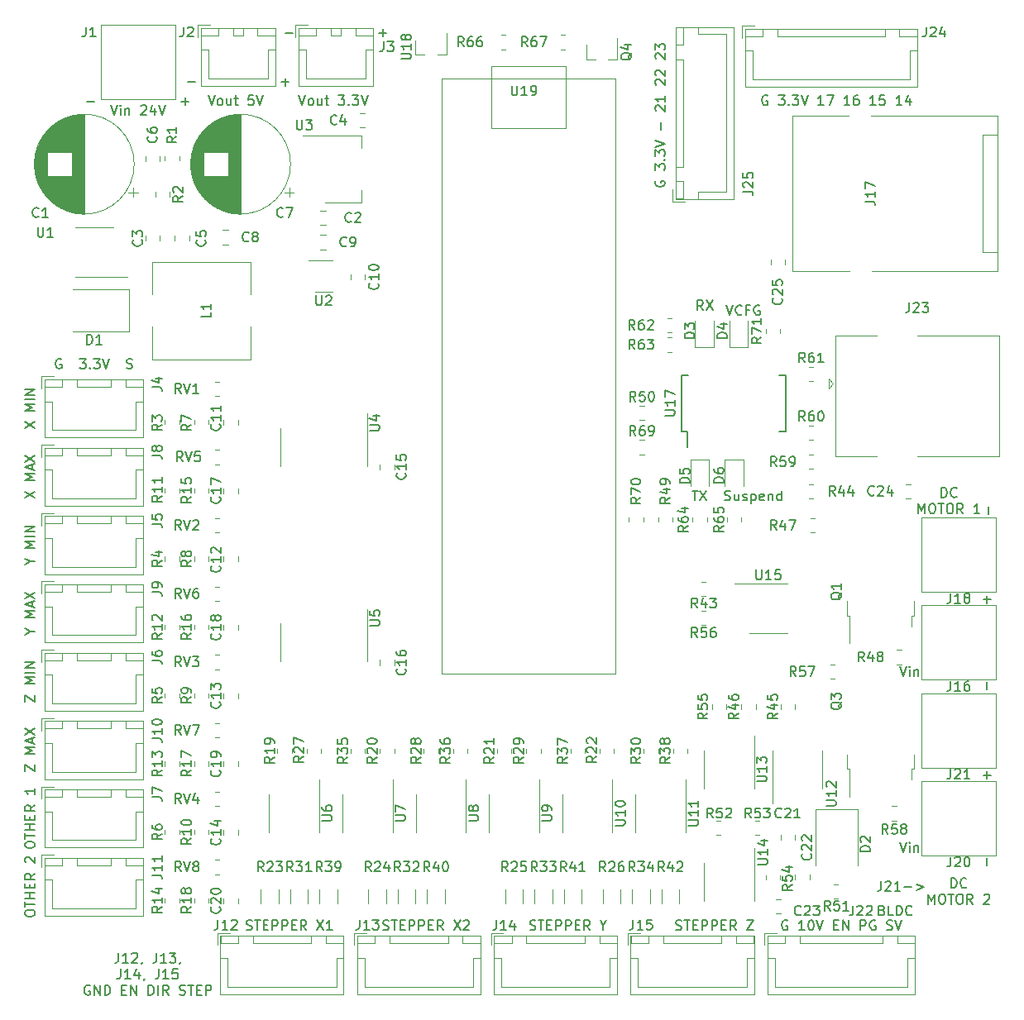
<source format=gto>
G04 #@! TF.GenerationSoftware,KiCad,Pcbnew,5.1.10-88a1d61d58~90~ubuntu20.04.1*
G04 #@! TF.CreationDate,2021-11-01T21:41:42-04:00*
G04 #@! TF.ProjectId,control,636f6e74-726f-46c2-9e6b-696361645f70,rev?*
G04 #@! TF.SameCoordinates,Original*
G04 #@! TF.FileFunction,Legend,Top*
G04 #@! TF.FilePolarity,Positive*
%FSLAX46Y46*%
G04 Gerber Fmt 4.6, Leading zero omitted, Abs format (unit mm)*
G04 Created by KiCad (PCBNEW 5.1.10-88a1d61d58~90~ubuntu20.04.1) date 2021-11-01 21:41:42*
%MOMM*%
%LPD*%
G01*
G04 APERTURE LIST*
%ADD10C,0.150000*%
%ADD11C,0.120000*%
%ADD12C,1.500000*%
%ADD13R,1.500000X1.500000*%
%ADD14C,1.620000*%
%ADD15C,2.200000*%
%ADD16C,4.000000*%
%ADD17O,1.950000X1.700000*%
%ADD18C,1.350000*%
%ADD19C,1.700000*%
%ADD20R,5.800000X6.400000*%
%ADD21R,1.200000X2.200000*%
%ADD22C,2.032000*%
%ADD23R,2.032000X2.032000*%
%ADD24R,2.300000X2.500000*%
%ADD25C,3.200000*%
%ADD26R,0.800000X0.900000*%
%ADD27R,0.450000X1.750000*%
%ADD28R,2.000000X1.500000*%
%ADD29R,2.000000X3.800000*%
%ADD30R,1.060000X0.650000*%
%ADD31R,2.000000X3.200000*%
%ADD32O,1.700000X1.950000*%
%ADD33C,3.500000*%
%ADD34R,1.700000X1.700000*%
%ADD35O,1.700000X2.000000*%
%ADD36R,2.500000X2.300000*%
%ADD37C,2.000000*%
%ADD38R,2.000000X2.000000*%
G04 APERTURE END LIST*
D10*
X115238095Y-108627380D02*
X115238095Y-107627380D01*
X115476190Y-107627380D01*
X115619047Y-107675000D01*
X115714285Y-107770238D01*
X115761904Y-107865476D01*
X115809523Y-108055952D01*
X115809523Y-108198809D01*
X115761904Y-108389285D01*
X115714285Y-108484523D01*
X115619047Y-108579761D01*
X115476190Y-108627380D01*
X115238095Y-108627380D01*
X116809523Y-108532142D02*
X116761904Y-108579761D01*
X116619047Y-108627380D01*
X116523809Y-108627380D01*
X116380952Y-108579761D01*
X116285714Y-108484523D01*
X116238095Y-108389285D01*
X116190476Y-108198809D01*
X116190476Y-108055952D01*
X116238095Y-107865476D01*
X116285714Y-107770238D01*
X116380952Y-107675000D01*
X116523809Y-107627380D01*
X116619047Y-107627380D01*
X116761904Y-107675000D01*
X116809523Y-107722619D01*
X112880952Y-110277380D02*
X112880952Y-109277380D01*
X113214285Y-109991666D01*
X113547619Y-109277380D01*
X113547619Y-110277380D01*
X114214285Y-109277380D02*
X114404761Y-109277380D01*
X114500000Y-109325000D01*
X114595238Y-109420238D01*
X114642857Y-109610714D01*
X114642857Y-109944047D01*
X114595238Y-110134523D01*
X114500000Y-110229761D01*
X114404761Y-110277380D01*
X114214285Y-110277380D01*
X114119047Y-110229761D01*
X114023809Y-110134523D01*
X113976190Y-109944047D01*
X113976190Y-109610714D01*
X114023809Y-109420238D01*
X114119047Y-109325000D01*
X114214285Y-109277380D01*
X114928571Y-109277380D02*
X115500000Y-109277380D01*
X115214285Y-110277380D02*
X115214285Y-109277380D01*
X116023809Y-109277380D02*
X116214285Y-109277380D01*
X116309523Y-109325000D01*
X116404761Y-109420238D01*
X116452380Y-109610714D01*
X116452380Y-109944047D01*
X116404761Y-110134523D01*
X116309523Y-110229761D01*
X116214285Y-110277380D01*
X116023809Y-110277380D01*
X115928571Y-110229761D01*
X115833333Y-110134523D01*
X115785714Y-109944047D01*
X115785714Y-109610714D01*
X115833333Y-109420238D01*
X115928571Y-109325000D01*
X116023809Y-109277380D01*
X117452380Y-110277380D02*
X117119047Y-109801190D01*
X116880952Y-110277380D02*
X116880952Y-109277380D01*
X117261904Y-109277380D01*
X117357142Y-109325000D01*
X117404761Y-109372619D01*
X117452380Y-109467857D01*
X117452380Y-109610714D01*
X117404761Y-109705952D01*
X117357142Y-109753571D01*
X117261904Y-109801190D01*
X116880952Y-109801190D01*
X118595238Y-109372619D02*
X118642857Y-109325000D01*
X118738095Y-109277380D01*
X118976190Y-109277380D01*
X119071428Y-109325000D01*
X119119047Y-109372619D01*
X119166666Y-109467857D01*
X119166666Y-109563095D01*
X119119047Y-109705952D01*
X118547619Y-110277380D01*
X119166666Y-110277380D01*
X108071428Y-107952380D02*
X108071428Y-108666666D01*
X108023809Y-108809523D01*
X107928571Y-108904761D01*
X107785714Y-108952380D01*
X107690476Y-108952380D01*
X108500000Y-108047619D02*
X108547619Y-108000000D01*
X108642857Y-107952380D01*
X108880952Y-107952380D01*
X108976190Y-108000000D01*
X109023809Y-108047619D01*
X109071428Y-108142857D01*
X109071428Y-108238095D01*
X109023809Y-108380952D01*
X108452380Y-108952380D01*
X109071428Y-108952380D01*
X110023809Y-108952380D02*
X109452380Y-108952380D01*
X109738095Y-108952380D02*
X109738095Y-107952380D01*
X109642857Y-108095238D01*
X109547619Y-108190476D01*
X109452380Y-108238095D01*
X110452380Y-108571428D02*
X111214285Y-108571428D01*
X111690476Y-108285714D02*
X112452380Y-108571428D01*
X111690476Y-108857142D01*
X109976190Y-103952380D02*
X110309523Y-104952380D01*
X110642857Y-103952380D01*
X110976190Y-104952380D02*
X110976190Y-104285714D01*
X110976190Y-103952380D02*
X110928571Y-104000000D01*
X110976190Y-104047619D01*
X111023809Y-104000000D01*
X110976190Y-103952380D01*
X110976190Y-104047619D01*
X111452380Y-104285714D02*
X111452380Y-104952380D01*
X111452380Y-104380952D02*
X111500000Y-104333333D01*
X111595238Y-104285714D01*
X111738095Y-104285714D01*
X111833333Y-104333333D01*
X111880952Y-104428571D01*
X111880952Y-104952380D01*
X109976190Y-85952380D02*
X110309523Y-86952380D01*
X110642857Y-85952380D01*
X110976190Y-86952380D02*
X110976190Y-86285714D01*
X110976190Y-85952380D02*
X110928571Y-86000000D01*
X110976190Y-86047619D01*
X111023809Y-86000000D01*
X110976190Y-85952380D01*
X110976190Y-86047619D01*
X111452380Y-86285714D02*
X111452380Y-86952380D01*
X111452380Y-86380952D02*
X111500000Y-86333333D01*
X111595238Y-86285714D01*
X111738095Y-86285714D01*
X111833333Y-86333333D01*
X111880952Y-86428571D01*
X111880952Y-86952380D01*
X114238095Y-68627380D02*
X114238095Y-67627380D01*
X114476190Y-67627380D01*
X114619047Y-67675000D01*
X114714285Y-67770238D01*
X114761904Y-67865476D01*
X114809523Y-68055952D01*
X114809523Y-68198809D01*
X114761904Y-68389285D01*
X114714285Y-68484523D01*
X114619047Y-68579761D01*
X114476190Y-68627380D01*
X114238095Y-68627380D01*
X115809523Y-68532142D02*
X115761904Y-68579761D01*
X115619047Y-68627380D01*
X115523809Y-68627380D01*
X115380952Y-68579761D01*
X115285714Y-68484523D01*
X115238095Y-68389285D01*
X115190476Y-68198809D01*
X115190476Y-68055952D01*
X115238095Y-67865476D01*
X115285714Y-67770238D01*
X115380952Y-67675000D01*
X115523809Y-67627380D01*
X115619047Y-67627380D01*
X115761904Y-67675000D01*
X115809523Y-67722619D01*
X111880952Y-70277380D02*
X111880952Y-69277380D01*
X112214285Y-69991666D01*
X112547619Y-69277380D01*
X112547619Y-70277380D01*
X113214285Y-69277380D02*
X113404761Y-69277380D01*
X113500000Y-69325000D01*
X113595238Y-69420238D01*
X113642857Y-69610714D01*
X113642857Y-69944047D01*
X113595238Y-70134523D01*
X113500000Y-70229761D01*
X113404761Y-70277380D01*
X113214285Y-70277380D01*
X113119047Y-70229761D01*
X113023809Y-70134523D01*
X112976190Y-69944047D01*
X112976190Y-69610714D01*
X113023809Y-69420238D01*
X113119047Y-69325000D01*
X113214285Y-69277380D01*
X113928571Y-69277380D02*
X114500000Y-69277380D01*
X114214285Y-70277380D02*
X114214285Y-69277380D01*
X115023809Y-69277380D02*
X115214285Y-69277380D01*
X115309523Y-69325000D01*
X115404761Y-69420238D01*
X115452380Y-69610714D01*
X115452380Y-69944047D01*
X115404761Y-70134523D01*
X115309523Y-70229761D01*
X115214285Y-70277380D01*
X115023809Y-70277380D01*
X114928571Y-70229761D01*
X114833333Y-70134523D01*
X114785714Y-69944047D01*
X114785714Y-69610714D01*
X114833333Y-69420238D01*
X114928571Y-69325000D01*
X115023809Y-69277380D01*
X116452380Y-70277380D02*
X116119047Y-69801190D01*
X115880952Y-70277380D02*
X115880952Y-69277380D01*
X116261904Y-69277380D01*
X116357142Y-69325000D01*
X116404761Y-69372619D01*
X116452380Y-69467857D01*
X116452380Y-69610714D01*
X116404761Y-69705952D01*
X116357142Y-69753571D01*
X116261904Y-69801190D01*
X115880952Y-69801190D01*
X118166666Y-70277380D02*
X117595238Y-70277380D01*
X117880952Y-70277380D02*
X117880952Y-69277380D01*
X117785714Y-69420238D01*
X117690476Y-69515476D01*
X117595238Y-69563095D01*
X119071428Y-70380952D02*
X119071428Y-69619047D01*
X118928571Y-78690476D02*
X118928571Y-79452380D01*
X118547619Y-79071428D02*
X119309523Y-79071428D01*
X118928571Y-87547619D02*
X118928571Y-88309523D01*
X118928571Y-96690476D02*
X118928571Y-97452380D01*
X118547619Y-97071428D02*
X119309523Y-97071428D01*
X118928571Y-105547619D02*
X118928571Y-106309523D01*
X108166666Y-110928571D02*
X108309523Y-110976190D01*
X108357142Y-111023809D01*
X108404761Y-111119047D01*
X108404761Y-111261904D01*
X108357142Y-111357142D01*
X108309523Y-111404761D01*
X108214285Y-111452380D01*
X107833333Y-111452380D01*
X107833333Y-110452380D01*
X108166666Y-110452380D01*
X108261904Y-110500000D01*
X108309523Y-110547619D01*
X108357142Y-110642857D01*
X108357142Y-110738095D01*
X108309523Y-110833333D01*
X108261904Y-110880952D01*
X108166666Y-110928571D01*
X107833333Y-110928571D01*
X109309523Y-111452380D02*
X108833333Y-111452380D01*
X108833333Y-110452380D01*
X109642857Y-111452380D02*
X109642857Y-110452380D01*
X109880952Y-110452380D01*
X110023809Y-110500000D01*
X110119047Y-110595238D01*
X110166666Y-110690476D01*
X110214285Y-110880952D01*
X110214285Y-111023809D01*
X110166666Y-111214285D01*
X110119047Y-111309523D01*
X110023809Y-111404761D01*
X109880952Y-111452380D01*
X109642857Y-111452380D01*
X111214285Y-111357142D02*
X111166666Y-111404761D01*
X111023809Y-111452380D01*
X110928571Y-111452380D01*
X110785714Y-111404761D01*
X110690476Y-111309523D01*
X110642857Y-111214285D01*
X110595238Y-111023809D01*
X110595238Y-110880952D01*
X110642857Y-110690476D01*
X110690476Y-110595238D01*
X110785714Y-110500000D01*
X110928571Y-110452380D01*
X111023809Y-110452380D01*
X111166666Y-110500000D01*
X111214285Y-110547619D01*
X98476190Y-112000000D02*
X98380952Y-111952380D01*
X98238095Y-111952380D01*
X98095238Y-112000000D01*
X98000000Y-112095238D01*
X97952380Y-112190476D01*
X97904761Y-112380952D01*
X97904761Y-112523809D01*
X97952380Y-112714285D01*
X98000000Y-112809523D01*
X98095238Y-112904761D01*
X98238095Y-112952380D01*
X98333333Y-112952380D01*
X98476190Y-112904761D01*
X98523809Y-112857142D01*
X98523809Y-112523809D01*
X98333333Y-112523809D01*
X100238095Y-112952380D02*
X99666666Y-112952380D01*
X99952380Y-112952380D02*
X99952380Y-111952380D01*
X99857142Y-112095238D01*
X99761904Y-112190476D01*
X99666666Y-112238095D01*
X100857142Y-111952380D02*
X100952380Y-111952380D01*
X101047619Y-112000000D01*
X101095238Y-112047619D01*
X101142857Y-112142857D01*
X101190476Y-112333333D01*
X101190476Y-112571428D01*
X101142857Y-112761904D01*
X101095238Y-112857142D01*
X101047619Y-112904761D01*
X100952380Y-112952380D01*
X100857142Y-112952380D01*
X100761904Y-112904761D01*
X100714285Y-112857142D01*
X100666666Y-112761904D01*
X100619047Y-112571428D01*
X100619047Y-112333333D01*
X100666666Y-112142857D01*
X100714285Y-112047619D01*
X100761904Y-112000000D01*
X100857142Y-111952380D01*
X101476190Y-111952380D02*
X101809523Y-112952380D01*
X102142857Y-111952380D01*
X103238095Y-112428571D02*
X103571428Y-112428571D01*
X103714285Y-112952380D02*
X103238095Y-112952380D01*
X103238095Y-111952380D01*
X103714285Y-111952380D01*
X104142857Y-112952380D02*
X104142857Y-111952380D01*
X104714285Y-112952380D01*
X104714285Y-111952380D01*
X105952380Y-112952380D02*
X105952380Y-111952380D01*
X106333333Y-111952380D01*
X106428571Y-112000000D01*
X106476190Y-112047619D01*
X106523809Y-112142857D01*
X106523809Y-112285714D01*
X106476190Y-112380952D01*
X106428571Y-112428571D01*
X106333333Y-112476190D01*
X105952380Y-112476190D01*
X107476190Y-112000000D02*
X107380952Y-111952380D01*
X107238095Y-111952380D01*
X107095238Y-112000000D01*
X107000000Y-112095238D01*
X106952380Y-112190476D01*
X106904761Y-112380952D01*
X106904761Y-112523809D01*
X106952380Y-112714285D01*
X107000000Y-112809523D01*
X107095238Y-112904761D01*
X107238095Y-112952380D01*
X107333333Y-112952380D01*
X107476190Y-112904761D01*
X107523809Y-112857142D01*
X107523809Y-112523809D01*
X107333333Y-112523809D01*
X108666666Y-112904761D02*
X108809523Y-112952380D01*
X109047619Y-112952380D01*
X109142857Y-112904761D01*
X109190476Y-112857142D01*
X109238095Y-112761904D01*
X109238095Y-112666666D01*
X109190476Y-112571428D01*
X109142857Y-112523809D01*
X109047619Y-112476190D01*
X108857142Y-112428571D01*
X108761904Y-112380952D01*
X108714285Y-112333333D01*
X108666666Y-112238095D01*
X108666666Y-112142857D01*
X108714285Y-112047619D01*
X108761904Y-112000000D01*
X108857142Y-111952380D01*
X109095238Y-111952380D01*
X109238095Y-112000000D01*
X109523809Y-111952380D02*
X109857142Y-112952380D01*
X110190476Y-111952380D01*
X85000000Y-36238095D02*
X84952380Y-36333333D01*
X84952380Y-36476190D01*
X85000000Y-36619047D01*
X85095238Y-36714285D01*
X85190476Y-36761904D01*
X85380952Y-36809523D01*
X85523809Y-36809523D01*
X85714285Y-36761904D01*
X85809523Y-36714285D01*
X85904761Y-36619047D01*
X85952380Y-36476190D01*
X85952380Y-36380952D01*
X85904761Y-36238095D01*
X85857142Y-36190476D01*
X85523809Y-36190476D01*
X85523809Y-36380952D01*
X84952380Y-35095238D02*
X84952380Y-34476190D01*
X85333333Y-34809523D01*
X85333333Y-34666666D01*
X85380952Y-34571428D01*
X85428571Y-34523809D01*
X85523809Y-34476190D01*
X85761904Y-34476190D01*
X85857142Y-34523809D01*
X85904761Y-34571428D01*
X85952380Y-34666666D01*
X85952380Y-34952380D01*
X85904761Y-35047619D01*
X85857142Y-35095238D01*
X85857142Y-34047619D02*
X85904761Y-34000000D01*
X85952380Y-34047619D01*
X85904761Y-34095238D01*
X85857142Y-34047619D01*
X85952380Y-34047619D01*
X84952380Y-33666666D02*
X84952380Y-33047619D01*
X85333333Y-33380952D01*
X85333333Y-33238095D01*
X85380952Y-33142857D01*
X85428571Y-33095238D01*
X85523809Y-33047619D01*
X85761904Y-33047619D01*
X85857142Y-33095238D01*
X85904761Y-33142857D01*
X85952380Y-33238095D01*
X85952380Y-33523809D01*
X85904761Y-33619047D01*
X85857142Y-33666666D01*
X84952380Y-32761904D02*
X85952380Y-32428571D01*
X84952380Y-32095238D01*
X85571428Y-31000000D02*
X85571428Y-30238095D01*
X85047619Y-29047619D02*
X85000000Y-29000000D01*
X84952380Y-28904761D01*
X84952380Y-28666666D01*
X85000000Y-28571428D01*
X85047619Y-28523809D01*
X85142857Y-28476190D01*
X85238095Y-28476190D01*
X85380952Y-28523809D01*
X85952380Y-29095238D01*
X85952380Y-28476190D01*
X85952380Y-27523809D02*
X85952380Y-28095238D01*
X85952380Y-27809523D02*
X84952380Y-27809523D01*
X85095238Y-27904761D01*
X85190476Y-28000000D01*
X85238095Y-28095238D01*
X85047619Y-26380952D02*
X85000000Y-26333333D01*
X84952380Y-26238095D01*
X84952380Y-26000000D01*
X85000000Y-25904761D01*
X85047619Y-25857142D01*
X85142857Y-25809523D01*
X85238095Y-25809523D01*
X85380952Y-25857142D01*
X85952380Y-26428571D01*
X85952380Y-25809523D01*
X85047619Y-25428571D02*
X85000000Y-25380952D01*
X84952380Y-25285714D01*
X84952380Y-25047619D01*
X85000000Y-24952380D01*
X85047619Y-24904761D01*
X85142857Y-24857142D01*
X85238095Y-24857142D01*
X85380952Y-24904761D01*
X85952380Y-25476190D01*
X85952380Y-24857142D01*
X85047619Y-23714285D02*
X85000000Y-23666666D01*
X84952380Y-23571428D01*
X84952380Y-23333333D01*
X85000000Y-23238095D01*
X85047619Y-23190476D01*
X85142857Y-23142857D01*
X85238095Y-23142857D01*
X85380952Y-23190476D01*
X85952380Y-23761904D01*
X85952380Y-23142857D01*
X84952380Y-22809523D02*
X84952380Y-22190476D01*
X85333333Y-22523809D01*
X85333333Y-22380952D01*
X85380952Y-22285714D01*
X85428571Y-22238095D01*
X85523809Y-22190476D01*
X85761904Y-22190476D01*
X85857142Y-22238095D01*
X85904761Y-22285714D01*
X85952380Y-22380952D01*
X85952380Y-22666666D01*
X85904761Y-22761904D01*
X85857142Y-22809523D01*
X96428571Y-27500000D02*
X96333333Y-27452380D01*
X96190476Y-27452380D01*
X96047619Y-27500000D01*
X95952380Y-27595238D01*
X95904761Y-27690476D01*
X95857142Y-27880952D01*
X95857142Y-28023809D01*
X95904761Y-28214285D01*
X95952380Y-28309523D01*
X96047619Y-28404761D01*
X96190476Y-28452380D01*
X96285714Y-28452380D01*
X96428571Y-28404761D01*
X96476190Y-28357142D01*
X96476190Y-28023809D01*
X96285714Y-28023809D01*
X97571428Y-27452380D02*
X98190476Y-27452380D01*
X97857142Y-27833333D01*
X98000000Y-27833333D01*
X98095238Y-27880952D01*
X98142857Y-27928571D01*
X98190476Y-28023809D01*
X98190476Y-28261904D01*
X98142857Y-28357142D01*
X98095238Y-28404761D01*
X98000000Y-28452380D01*
X97714285Y-28452380D01*
X97619047Y-28404761D01*
X97571428Y-28357142D01*
X98619047Y-28357142D02*
X98666666Y-28404761D01*
X98619047Y-28452380D01*
X98571428Y-28404761D01*
X98619047Y-28357142D01*
X98619047Y-28452380D01*
X99000000Y-27452380D02*
X99619047Y-27452380D01*
X99285714Y-27833333D01*
X99428571Y-27833333D01*
X99523809Y-27880952D01*
X99571428Y-27928571D01*
X99619047Y-28023809D01*
X99619047Y-28261904D01*
X99571428Y-28357142D01*
X99523809Y-28404761D01*
X99428571Y-28452380D01*
X99142857Y-28452380D01*
X99047619Y-28404761D01*
X99000000Y-28357142D01*
X99904761Y-27452380D02*
X100238095Y-28452380D01*
X100571428Y-27452380D01*
X102190476Y-28452380D02*
X101619047Y-28452380D01*
X101904761Y-28452380D02*
X101904761Y-27452380D01*
X101809523Y-27595238D01*
X101714285Y-27690476D01*
X101619047Y-27738095D01*
X102523809Y-27452380D02*
X103190476Y-27452380D01*
X102761904Y-28452380D01*
X104857142Y-28452380D02*
X104285714Y-28452380D01*
X104571428Y-28452380D02*
X104571428Y-27452380D01*
X104476190Y-27595238D01*
X104380952Y-27690476D01*
X104285714Y-27738095D01*
X105714285Y-27452380D02*
X105523809Y-27452380D01*
X105428571Y-27500000D01*
X105380952Y-27547619D01*
X105285714Y-27690476D01*
X105238095Y-27880952D01*
X105238095Y-28261904D01*
X105285714Y-28357142D01*
X105333333Y-28404761D01*
X105428571Y-28452380D01*
X105619047Y-28452380D01*
X105714285Y-28404761D01*
X105761904Y-28357142D01*
X105809523Y-28261904D01*
X105809523Y-28023809D01*
X105761904Y-27928571D01*
X105714285Y-27880952D01*
X105619047Y-27833333D01*
X105428571Y-27833333D01*
X105333333Y-27880952D01*
X105285714Y-27928571D01*
X105238095Y-28023809D01*
X107523809Y-28452380D02*
X106952380Y-28452380D01*
X107238095Y-28452380D02*
X107238095Y-27452380D01*
X107142857Y-27595238D01*
X107047619Y-27690476D01*
X106952380Y-27738095D01*
X108428571Y-27452380D02*
X107952380Y-27452380D01*
X107904761Y-27928571D01*
X107952380Y-27880952D01*
X108047619Y-27833333D01*
X108285714Y-27833333D01*
X108380952Y-27880952D01*
X108428571Y-27928571D01*
X108476190Y-28023809D01*
X108476190Y-28261904D01*
X108428571Y-28357142D01*
X108380952Y-28404761D01*
X108285714Y-28452380D01*
X108047619Y-28452380D01*
X107952380Y-28404761D01*
X107904761Y-28357142D01*
X110190476Y-28452380D02*
X109619047Y-28452380D01*
X109904761Y-28452380D02*
X109904761Y-27452380D01*
X109809523Y-27595238D01*
X109714285Y-27690476D01*
X109619047Y-27738095D01*
X111047619Y-27785714D02*
X111047619Y-28452380D01*
X110809523Y-27404761D02*
X110571428Y-28119047D01*
X111190476Y-28119047D01*
X87071428Y-112904761D02*
X87214285Y-112952380D01*
X87452380Y-112952380D01*
X87547619Y-112904761D01*
X87595238Y-112857142D01*
X87642857Y-112761904D01*
X87642857Y-112666666D01*
X87595238Y-112571428D01*
X87547619Y-112523809D01*
X87452380Y-112476190D01*
X87261904Y-112428571D01*
X87166666Y-112380952D01*
X87119047Y-112333333D01*
X87071428Y-112238095D01*
X87071428Y-112142857D01*
X87119047Y-112047619D01*
X87166666Y-112000000D01*
X87261904Y-111952380D01*
X87500000Y-111952380D01*
X87642857Y-112000000D01*
X87928571Y-111952380D02*
X88500000Y-111952380D01*
X88214285Y-112952380D02*
X88214285Y-111952380D01*
X88833333Y-112428571D02*
X89166666Y-112428571D01*
X89309523Y-112952380D02*
X88833333Y-112952380D01*
X88833333Y-111952380D01*
X89309523Y-111952380D01*
X89738095Y-112952380D02*
X89738095Y-111952380D01*
X90119047Y-111952380D01*
X90214285Y-112000000D01*
X90261904Y-112047619D01*
X90309523Y-112142857D01*
X90309523Y-112285714D01*
X90261904Y-112380952D01*
X90214285Y-112428571D01*
X90119047Y-112476190D01*
X89738095Y-112476190D01*
X90738095Y-112952380D02*
X90738095Y-111952380D01*
X91119047Y-111952380D01*
X91214285Y-112000000D01*
X91261904Y-112047619D01*
X91309523Y-112142857D01*
X91309523Y-112285714D01*
X91261904Y-112380952D01*
X91214285Y-112428571D01*
X91119047Y-112476190D01*
X90738095Y-112476190D01*
X91738095Y-112428571D02*
X92071428Y-112428571D01*
X92214285Y-112952380D02*
X91738095Y-112952380D01*
X91738095Y-111952380D01*
X92214285Y-111952380D01*
X93214285Y-112952380D02*
X92880952Y-112476190D01*
X92642857Y-112952380D02*
X92642857Y-111952380D01*
X93023809Y-111952380D01*
X93119047Y-112000000D01*
X93166666Y-112047619D01*
X93214285Y-112142857D01*
X93214285Y-112285714D01*
X93166666Y-112380952D01*
X93119047Y-112428571D01*
X93023809Y-112476190D01*
X92642857Y-112476190D01*
X94309523Y-111952380D02*
X94976190Y-111952380D01*
X94309523Y-112952380D01*
X94976190Y-112952380D01*
X72119047Y-112904761D02*
X72261904Y-112952380D01*
X72500000Y-112952380D01*
X72595238Y-112904761D01*
X72642857Y-112857142D01*
X72690476Y-112761904D01*
X72690476Y-112666666D01*
X72642857Y-112571428D01*
X72595238Y-112523809D01*
X72500000Y-112476190D01*
X72309523Y-112428571D01*
X72214285Y-112380952D01*
X72166666Y-112333333D01*
X72119047Y-112238095D01*
X72119047Y-112142857D01*
X72166666Y-112047619D01*
X72214285Y-112000000D01*
X72309523Y-111952380D01*
X72547619Y-111952380D01*
X72690476Y-112000000D01*
X72976190Y-111952380D02*
X73547619Y-111952380D01*
X73261904Y-112952380D02*
X73261904Y-111952380D01*
X73880952Y-112428571D02*
X74214285Y-112428571D01*
X74357142Y-112952380D02*
X73880952Y-112952380D01*
X73880952Y-111952380D01*
X74357142Y-111952380D01*
X74785714Y-112952380D02*
X74785714Y-111952380D01*
X75166666Y-111952380D01*
X75261904Y-112000000D01*
X75309523Y-112047619D01*
X75357142Y-112142857D01*
X75357142Y-112285714D01*
X75309523Y-112380952D01*
X75261904Y-112428571D01*
X75166666Y-112476190D01*
X74785714Y-112476190D01*
X75785714Y-112952380D02*
X75785714Y-111952380D01*
X76166666Y-111952380D01*
X76261904Y-112000000D01*
X76309523Y-112047619D01*
X76357142Y-112142857D01*
X76357142Y-112285714D01*
X76309523Y-112380952D01*
X76261904Y-112428571D01*
X76166666Y-112476190D01*
X75785714Y-112476190D01*
X76785714Y-112428571D02*
X77119047Y-112428571D01*
X77261904Y-112952380D02*
X76785714Y-112952380D01*
X76785714Y-111952380D01*
X77261904Y-111952380D01*
X78261904Y-112952380D02*
X77928571Y-112476190D01*
X77690476Y-112952380D02*
X77690476Y-111952380D01*
X78071428Y-111952380D01*
X78166666Y-112000000D01*
X78214285Y-112047619D01*
X78261904Y-112142857D01*
X78261904Y-112285714D01*
X78214285Y-112380952D01*
X78166666Y-112428571D01*
X78071428Y-112476190D01*
X77690476Y-112476190D01*
X79642857Y-112476190D02*
X79642857Y-112952380D01*
X79309523Y-111952380D02*
X79642857Y-112476190D01*
X79976190Y-111952380D01*
X57095238Y-112904761D02*
X57238095Y-112952380D01*
X57476190Y-112952380D01*
X57571428Y-112904761D01*
X57619047Y-112857142D01*
X57666666Y-112761904D01*
X57666666Y-112666666D01*
X57619047Y-112571428D01*
X57571428Y-112523809D01*
X57476190Y-112476190D01*
X57285714Y-112428571D01*
X57190476Y-112380952D01*
X57142857Y-112333333D01*
X57095238Y-112238095D01*
X57095238Y-112142857D01*
X57142857Y-112047619D01*
X57190476Y-112000000D01*
X57285714Y-111952380D01*
X57523809Y-111952380D01*
X57666666Y-112000000D01*
X57952380Y-111952380D02*
X58523809Y-111952380D01*
X58238095Y-112952380D02*
X58238095Y-111952380D01*
X58857142Y-112428571D02*
X59190476Y-112428571D01*
X59333333Y-112952380D02*
X58857142Y-112952380D01*
X58857142Y-111952380D01*
X59333333Y-111952380D01*
X59761904Y-112952380D02*
X59761904Y-111952380D01*
X60142857Y-111952380D01*
X60238095Y-112000000D01*
X60285714Y-112047619D01*
X60333333Y-112142857D01*
X60333333Y-112285714D01*
X60285714Y-112380952D01*
X60238095Y-112428571D01*
X60142857Y-112476190D01*
X59761904Y-112476190D01*
X60761904Y-112952380D02*
X60761904Y-111952380D01*
X61142857Y-111952380D01*
X61238095Y-112000000D01*
X61285714Y-112047619D01*
X61333333Y-112142857D01*
X61333333Y-112285714D01*
X61285714Y-112380952D01*
X61238095Y-112428571D01*
X61142857Y-112476190D01*
X60761904Y-112476190D01*
X61761904Y-112428571D02*
X62095238Y-112428571D01*
X62238095Y-112952380D02*
X61761904Y-112952380D01*
X61761904Y-111952380D01*
X62238095Y-111952380D01*
X63238095Y-112952380D02*
X62904761Y-112476190D01*
X62666666Y-112952380D02*
X62666666Y-111952380D01*
X63047619Y-111952380D01*
X63142857Y-112000000D01*
X63190476Y-112047619D01*
X63238095Y-112142857D01*
X63238095Y-112285714D01*
X63190476Y-112380952D01*
X63142857Y-112428571D01*
X63047619Y-112476190D01*
X62666666Y-112476190D01*
X64333333Y-111952380D02*
X65000000Y-112952380D01*
X65000000Y-111952380D02*
X64333333Y-112952380D01*
X65333333Y-112047619D02*
X65380952Y-112000000D01*
X65476190Y-111952380D01*
X65714285Y-111952380D01*
X65809523Y-112000000D01*
X65857142Y-112047619D01*
X65904761Y-112142857D01*
X65904761Y-112238095D01*
X65857142Y-112380952D01*
X65285714Y-112952380D01*
X65904761Y-112952380D01*
X43095238Y-112904761D02*
X43238095Y-112952380D01*
X43476190Y-112952380D01*
X43571428Y-112904761D01*
X43619047Y-112857142D01*
X43666666Y-112761904D01*
X43666666Y-112666666D01*
X43619047Y-112571428D01*
X43571428Y-112523809D01*
X43476190Y-112476190D01*
X43285714Y-112428571D01*
X43190476Y-112380952D01*
X43142857Y-112333333D01*
X43095238Y-112238095D01*
X43095238Y-112142857D01*
X43142857Y-112047619D01*
X43190476Y-112000000D01*
X43285714Y-111952380D01*
X43523809Y-111952380D01*
X43666666Y-112000000D01*
X43952380Y-111952380D02*
X44523809Y-111952380D01*
X44238095Y-112952380D02*
X44238095Y-111952380D01*
X44857142Y-112428571D02*
X45190476Y-112428571D01*
X45333333Y-112952380D02*
X44857142Y-112952380D01*
X44857142Y-111952380D01*
X45333333Y-111952380D01*
X45761904Y-112952380D02*
X45761904Y-111952380D01*
X46142857Y-111952380D01*
X46238095Y-112000000D01*
X46285714Y-112047619D01*
X46333333Y-112142857D01*
X46333333Y-112285714D01*
X46285714Y-112380952D01*
X46238095Y-112428571D01*
X46142857Y-112476190D01*
X45761904Y-112476190D01*
X46761904Y-112952380D02*
X46761904Y-111952380D01*
X47142857Y-111952380D01*
X47238095Y-112000000D01*
X47285714Y-112047619D01*
X47333333Y-112142857D01*
X47333333Y-112285714D01*
X47285714Y-112380952D01*
X47238095Y-112428571D01*
X47142857Y-112476190D01*
X46761904Y-112476190D01*
X47761904Y-112428571D02*
X48095238Y-112428571D01*
X48238095Y-112952380D02*
X47761904Y-112952380D01*
X47761904Y-111952380D01*
X48238095Y-111952380D01*
X49238095Y-112952380D02*
X48904761Y-112476190D01*
X48666666Y-112952380D02*
X48666666Y-111952380D01*
X49047619Y-111952380D01*
X49142857Y-112000000D01*
X49190476Y-112047619D01*
X49238095Y-112142857D01*
X49238095Y-112285714D01*
X49190476Y-112380952D01*
X49142857Y-112428571D01*
X49047619Y-112476190D01*
X48666666Y-112476190D01*
X50333333Y-111952380D02*
X51000000Y-112952380D01*
X51000000Y-111952380D02*
X50333333Y-112952380D01*
X51904761Y-112952380D02*
X51333333Y-112952380D01*
X51619047Y-112952380D02*
X51619047Y-111952380D01*
X51523809Y-112095238D01*
X51428571Y-112190476D01*
X51333333Y-112238095D01*
X30000000Y-115302380D02*
X30000000Y-116016666D01*
X29952380Y-116159523D01*
X29857142Y-116254761D01*
X29714285Y-116302380D01*
X29619047Y-116302380D01*
X31000000Y-116302380D02*
X30428571Y-116302380D01*
X30714285Y-116302380D02*
X30714285Y-115302380D01*
X30619047Y-115445238D01*
X30523809Y-115540476D01*
X30428571Y-115588095D01*
X31380952Y-115397619D02*
X31428571Y-115350000D01*
X31523809Y-115302380D01*
X31761904Y-115302380D01*
X31857142Y-115350000D01*
X31904761Y-115397619D01*
X31952380Y-115492857D01*
X31952380Y-115588095D01*
X31904761Y-115730952D01*
X31333333Y-116302380D01*
X31952380Y-116302380D01*
X32428571Y-116254761D02*
X32428571Y-116302380D01*
X32380952Y-116397619D01*
X32333333Y-116445238D01*
X33904761Y-115302380D02*
X33904761Y-116016666D01*
X33857142Y-116159523D01*
X33761904Y-116254761D01*
X33619047Y-116302380D01*
X33523809Y-116302380D01*
X34904761Y-116302380D02*
X34333333Y-116302380D01*
X34619047Y-116302380D02*
X34619047Y-115302380D01*
X34523809Y-115445238D01*
X34428571Y-115540476D01*
X34333333Y-115588095D01*
X35238095Y-115302380D02*
X35857142Y-115302380D01*
X35523809Y-115683333D01*
X35666666Y-115683333D01*
X35761904Y-115730952D01*
X35809523Y-115778571D01*
X35857142Y-115873809D01*
X35857142Y-116111904D01*
X35809523Y-116207142D01*
X35761904Y-116254761D01*
X35666666Y-116302380D01*
X35380952Y-116302380D01*
X35285714Y-116254761D01*
X35238095Y-116207142D01*
X36333333Y-116254761D02*
X36333333Y-116302380D01*
X36285714Y-116397619D01*
X36238095Y-116445238D01*
X30238095Y-116952380D02*
X30238095Y-117666666D01*
X30190476Y-117809523D01*
X30095238Y-117904761D01*
X29952380Y-117952380D01*
X29857142Y-117952380D01*
X31238095Y-117952380D02*
X30666666Y-117952380D01*
X30952380Y-117952380D02*
X30952380Y-116952380D01*
X30857142Y-117095238D01*
X30761904Y-117190476D01*
X30666666Y-117238095D01*
X32095238Y-117285714D02*
X32095238Y-117952380D01*
X31857142Y-116904761D02*
X31619047Y-117619047D01*
X32238095Y-117619047D01*
X32666666Y-117904761D02*
X32666666Y-117952380D01*
X32619047Y-118047619D01*
X32571428Y-118095238D01*
X34142857Y-116952380D02*
X34142857Y-117666666D01*
X34095238Y-117809523D01*
X34000000Y-117904761D01*
X33857142Y-117952380D01*
X33761904Y-117952380D01*
X35142857Y-117952380D02*
X34571428Y-117952380D01*
X34857142Y-117952380D02*
X34857142Y-116952380D01*
X34761904Y-117095238D01*
X34666666Y-117190476D01*
X34571428Y-117238095D01*
X36047619Y-116952380D02*
X35571428Y-116952380D01*
X35523809Y-117428571D01*
X35571428Y-117380952D01*
X35666666Y-117333333D01*
X35904761Y-117333333D01*
X36000000Y-117380952D01*
X36047619Y-117428571D01*
X36095238Y-117523809D01*
X36095238Y-117761904D01*
X36047619Y-117857142D01*
X36000000Y-117904761D01*
X35904761Y-117952380D01*
X35666666Y-117952380D01*
X35571428Y-117904761D01*
X35523809Y-117857142D01*
X27071428Y-118650000D02*
X26976190Y-118602380D01*
X26833333Y-118602380D01*
X26690476Y-118650000D01*
X26595238Y-118745238D01*
X26547619Y-118840476D01*
X26500000Y-119030952D01*
X26500000Y-119173809D01*
X26547619Y-119364285D01*
X26595238Y-119459523D01*
X26690476Y-119554761D01*
X26833333Y-119602380D01*
X26928571Y-119602380D01*
X27071428Y-119554761D01*
X27119047Y-119507142D01*
X27119047Y-119173809D01*
X26928571Y-119173809D01*
X27547619Y-119602380D02*
X27547619Y-118602380D01*
X28119047Y-119602380D01*
X28119047Y-118602380D01*
X28595238Y-119602380D02*
X28595238Y-118602380D01*
X28833333Y-118602380D01*
X28976190Y-118650000D01*
X29071428Y-118745238D01*
X29119047Y-118840476D01*
X29166666Y-119030952D01*
X29166666Y-119173809D01*
X29119047Y-119364285D01*
X29071428Y-119459523D01*
X28976190Y-119554761D01*
X28833333Y-119602380D01*
X28595238Y-119602380D01*
X30357142Y-119078571D02*
X30690476Y-119078571D01*
X30833333Y-119602380D02*
X30357142Y-119602380D01*
X30357142Y-118602380D01*
X30833333Y-118602380D01*
X31261904Y-119602380D02*
X31261904Y-118602380D01*
X31833333Y-119602380D01*
X31833333Y-118602380D01*
X33071428Y-119602380D02*
X33071428Y-118602380D01*
X33309523Y-118602380D01*
X33452380Y-118650000D01*
X33547619Y-118745238D01*
X33595238Y-118840476D01*
X33642857Y-119030952D01*
X33642857Y-119173809D01*
X33595238Y-119364285D01*
X33547619Y-119459523D01*
X33452380Y-119554761D01*
X33309523Y-119602380D01*
X33071428Y-119602380D01*
X34071428Y-119602380D02*
X34071428Y-118602380D01*
X35119047Y-119602380D02*
X34785714Y-119126190D01*
X34547619Y-119602380D02*
X34547619Y-118602380D01*
X34928571Y-118602380D01*
X35023809Y-118650000D01*
X35071428Y-118697619D01*
X35119047Y-118792857D01*
X35119047Y-118935714D01*
X35071428Y-119030952D01*
X35023809Y-119078571D01*
X34928571Y-119126190D01*
X34547619Y-119126190D01*
X36261904Y-119554761D02*
X36404761Y-119602380D01*
X36642857Y-119602380D01*
X36738095Y-119554761D01*
X36785714Y-119507142D01*
X36833333Y-119411904D01*
X36833333Y-119316666D01*
X36785714Y-119221428D01*
X36738095Y-119173809D01*
X36642857Y-119126190D01*
X36452380Y-119078571D01*
X36357142Y-119030952D01*
X36309523Y-118983333D01*
X36261904Y-118888095D01*
X36261904Y-118792857D01*
X36309523Y-118697619D01*
X36357142Y-118650000D01*
X36452380Y-118602380D01*
X36690476Y-118602380D01*
X36833333Y-118650000D01*
X37119047Y-118602380D02*
X37690476Y-118602380D01*
X37404761Y-119602380D02*
X37404761Y-118602380D01*
X38023809Y-119078571D02*
X38357142Y-119078571D01*
X38500000Y-119602380D02*
X38023809Y-119602380D01*
X38023809Y-118602380D01*
X38500000Y-118602380D01*
X38928571Y-119602380D02*
X38928571Y-118602380D01*
X39309523Y-118602380D01*
X39404761Y-118650000D01*
X39452380Y-118697619D01*
X39500000Y-118792857D01*
X39500000Y-118935714D01*
X39452380Y-119030952D01*
X39404761Y-119078571D01*
X39309523Y-119126190D01*
X38928571Y-119126190D01*
X89833333Y-49452380D02*
X89500000Y-48976190D01*
X89261904Y-49452380D02*
X89261904Y-48452380D01*
X89642857Y-48452380D01*
X89738095Y-48500000D01*
X89785714Y-48547619D01*
X89833333Y-48642857D01*
X89833333Y-48785714D01*
X89785714Y-48880952D01*
X89738095Y-48928571D01*
X89642857Y-48976190D01*
X89261904Y-48976190D01*
X90166666Y-48452380D02*
X90833333Y-49452380D01*
X90833333Y-48452380D02*
X90166666Y-49452380D01*
X92238095Y-48952380D02*
X92571428Y-49952380D01*
X92904761Y-48952380D01*
X93809523Y-49857142D02*
X93761904Y-49904761D01*
X93619047Y-49952380D01*
X93523809Y-49952380D01*
X93380952Y-49904761D01*
X93285714Y-49809523D01*
X93238095Y-49714285D01*
X93190476Y-49523809D01*
X93190476Y-49380952D01*
X93238095Y-49190476D01*
X93285714Y-49095238D01*
X93380952Y-49000000D01*
X93523809Y-48952380D01*
X93619047Y-48952380D01*
X93761904Y-49000000D01*
X93809523Y-49047619D01*
X94571428Y-49428571D02*
X94238095Y-49428571D01*
X94238095Y-49952380D02*
X94238095Y-48952380D01*
X94714285Y-48952380D01*
X95619047Y-49000000D02*
X95523809Y-48952380D01*
X95380952Y-48952380D01*
X95238095Y-49000000D01*
X95142857Y-49095238D01*
X95095238Y-49190476D01*
X95047619Y-49380952D01*
X95047619Y-49523809D01*
X95095238Y-49714285D01*
X95142857Y-49809523D01*
X95238095Y-49904761D01*
X95380952Y-49952380D01*
X95476190Y-49952380D01*
X95619047Y-49904761D01*
X95666666Y-49857142D01*
X95666666Y-49523809D01*
X95476190Y-49523809D01*
X92071428Y-68904761D02*
X92214285Y-68952380D01*
X92452380Y-68952380D01*
X92547619Y-68904761D01*
X92595238Y-68857142D01*
X92642857Y-68761904D01*
X92642857Y-68666666D01*
X92595238Y-68571428D01*
X92547619Y-68523809D01*
X92452380Y-68476190D01*
X92261904Y-68428571D01*
X92166666Y-68380952D01*
X92119047Y-68333333D01*
X92071428Y-68238095D01*
X92071428Y-68142857D01*
X92119047Y-68047619D01*
X92166666Y-68000000D01*
X92261904Y-67952380D01*
X92500000Y-67952380D01*
X92642857Y-68000000D01*
X93500000Y-68285714D02*
X93500000Y-68952380D01*
X93071428Y-68285714D02*
X93071428Y-68809523D01*
X93119047Y-68904761D01*
X93214285Y-68952380D01*
X93357142Y-68952380D01*
X93452380Y-68904761D01*
X93500000Y-68857142D01*
X93928571Y-68904761D02*
X94023809Y-68952380D01*
X94214285Y-68952380D01*
X94309523Y-68904761D01*
X94357142Y-68809523D01*
X94357142Y-68761904D01*
X94309523Y-68666666D01*
X94214285Y-68619047D01*
X94071428Y-68619047D01*
X93976190Y-68571428D01*
X93928571Y-68476190D01*
X93928571Y-68428571D01*
X93976190Y-68333333D01*
X94071428Y-68285714D01*
X94214285Y-68285714D01*
X94309523Y-68333333D01*
X94785714Y-68285714D02*
X94785714Y-69285714D01*
X94785714Y-68333333D02*
X94880952Y-68285714D01*
X95071428Y-68285714D01*
X95166666Y-68333333D01*
X95214285Y-68380952D01*
X95261904Y-68476190D01*
X95261904Y-68761904D01*
X95214285Y-68857142D01*
X95166666Y-68904761D01*
X95071428Y-68952380D01*
X94880952Y-68952380D01*
X94785714Y-68904761D01*
X96071428Y-68904761D02*
X95976190Y-68952380D01*
X95785714Y-68952380D01*
X95690476Y-68904761D01*
X95642857Y-68809523D01*
X95642857Y-68428571D01*
X95690476Y-68333333D01*
X95785714Y-68285714D01*
X95976190Y-68285714D01*
X96071428Y-68333333D01*
X96119047Y-68428571D01*
X96119047Y-68523809D01*
X95642857Y-68619047D01*
X96547619Y-68285714D02*
X96547619Y-68952380D01*
X96547619Y-68380952D02*
X96595238Y-68333333D01*
X96690476Y-68285714D01*
X96833333Y-68285714D01*
X96928571Y-68333333D01*
X96976190Y-68428571D01*
X96976190Y-68952380D01*
X97880952Y-68952380D02*
X97880952Y-67952380D01*
X97880952Y-68904761D02*
X97785714Y-68952380D01*
X97595238Y-68952380D01*
X97500000Y-68904761D01*
X97452380Y-68857142D01*
X97404761Y-68761904D01*
X97404761Y-68476190D01*
X97452380Y-68380952D01*
X97500000Y-68333333D01*
X97595238Y-68285714D01*
X97785714Y-68285714D01*
X97880952Y-68333333D01*
X88738095Y-67952380D02*
X89309523Y-67952380D01*
X89023809Y-68952380D02*
X89023809Y-67952380D01*
X89547619Y-67952380D02*
X90214285Y-68952380D01*
X90214285Y-67952380D02*
X89547619Y-68952380D01*
X24142857Y-54500000D02*
X24047619Y-54452380D01*
X23904761Y-54452380D01*
X23761904Y-54500000D01*
X23666666Y-54595238D01*
X23619047Y-54690476D01*
X23571428Y-54880952D01*
X23571428Y-55023809D01*
X23619047Y-55214285D01*
X23666666Y-55309523D01*
X23761904Y-55404761D01*
X23904761Y-55452380D01*
X24000000Y-55452380D01*
X24142857Y-55404761D01*
X24190476Y-55357142D01*
X24190476Y-55023809D01*
X24000000Y-55023809D01*
X26047619Y-54452380D02*
X26666666Y-54452380D01*
X26333333Y-54833333D01*
X26476190Y-54833333D01*
X26571428Y-54880952D01*
X26619047Y-54928571D01*
X26666666Y-55023809D01*
X26666666Y-55261904D01*
X26619047Y-55357142D01*
X26571428Y-55404761D01*
X26476190Y-55452380D01*
X26190476Y-55452380D01*
X26095238Y-55404761D01*
X26047619Y-55357142D01*
X27095238Y-55357142D02*
X27142857Y-55404761D01*
X27095238Y-55452380D01*
X27047619Y-55404761D01*
X27095238Y-55357142D01*
X27095238Y-55452380D01*
X27476190Y-54452380D02*
X28095238Y-54452380D01*
X27761904Y-54833333D01*
X27904761Y-54833333D01*
X28000000Y-54880952D01*
X28047619Y-54928571D01*
X28095238Y-55023809D01*
X28095238Y-55261904D01*
X28047619Y-55357142D01*
X28000000Y-55404761D01*
X27904761Y-55452380D01*
X27619047Y-55452380D01*
X27523809Y-55404761D01*
X27476190Y-55357142D01*
X28380952Y-54452380D02*
X28714285Y-55452380D01*
X29047619Y-54452380D01*
X30857142Y-55404761D02*
X31000000Y-55452380D01*
X31238095Y-55452380D01*
X31333333Y-55404761D01*
X31380952Y-55357142D01*
X31428571Y-55261904D01*
X31428571Y-55166666D01*
X31380952Y-55071428D01*
X31333333Y-55023809D01*
X31238095Y-54976190D01*
X31047619Y-54928571D01*
X30952380Y-54880952D01*
X30904761Y-54833333D01*
X30857142Y-54738095D01*
X30857142Y-54642857D01*
X30904761Y-54547619D01*
X30952380Y-54500000D01*
X31047619Y-54452380D01*
X31285714Y-54452380D01*
X31428571Y-54500000D01*
X20452380Y-111309523D02*
X20452380Y-111119047D01*
X20500000Y-111023809D01*
X20595238Y-110928571D01*
X20785714Y-110880952D01*
X21119047Y-110880952D01*
X21309523Y-110928571D01*
X21404761Y-111023809D01*
X21452380Y-111119047D01*
X21452380Y-111309523D01*
X21404761Y-111404761D01*
X21309523Y-111500000D01*
X21119047Y-111547619D01*
X20785714Y-111547619D01*
X20595238Y-111500000D01*
X20500000Y-111404761D01*
X20452380Y-111309523D01*
X20452380Y-110595238D02*
X20452380Y-110023809D01*
X21452380Y-110309523D02*
X20452380Y-110309523D01*
X21452380Y-109690476D02*
X20452380Y-109690476D01*
X20928571Y-109690476D02*
X20928571Y-109119047D01*
X21452380Y-109119047D02*
X20452380Y-109119047D01*
X20928571Y-108642857D02*
X20928571Y-108309523D01*
X21452380Y-108166666D02*
X21452380Y-108642857D01*
X20452380Y-108642857D01*
X20452380Y-108166666D01*
X21452380Y-107166666D02*
X20976190Y-107500000D01*
X21452380Y-107738095D02*
X20452380Y-107738095D01*
X20452380Y-107357142D01*
X20500000Y-107261904D01*
X20547619Y-107214285D01*
X20642857Y-107166666D01*
X20785714Y-107166666D01*
X20880952Y-107214285D01*
X20928571Y-107261904D01*
X20976190Y-107357142D01*
X20976190Y-107738095D01*
X20547619Y-106023809D02*
X20500000Y-105976190D01*
X20452380Y-105880952D01*
X20452380Y-105642857D01*
X20500000Y-105547619D01*
X20547619Y-105500000D01*
X20642857Y-105452380D01*
X20738095Y-105452380D01*
X20880952Y-105500000D01*
X21452380Y-106071428D01*
X21452380Y-105452380D01*
X20452380Y-104309523D02*
X20452380Y-104119047D01*
X20500000Y-104023809D01*
X20595238Y-103928571D01*
X20785714Y-103880952D01*
X21119047Y-103880952D01*
X21309523Y-103928571D01*
X21404761Y-104023809D01*
X21452380Y-104119047D01*
X21452380Y-104309523D01*
X21404761Y-104404761D01*
X21309523Y-104500000D01*
X21119047Y-104547619D01*
X20785714Y-104547619D01*
X20595238Y-104500000D01*
X20500000Y-104404761D01*
X20452380Y-104309523D01*
X20452380Y-103595238D02*
X20452380Y-103023809D01*
X21452380Y-103309523D02*
X20452380Y-103309523D01*
X21452380Y-102690476D02*
X20452380Y-102690476D01*
X20928571Y-102690476D02*
X20928571Y-102119047D01*
X21452380Y-102119047D02*
X20452380Y-102119047D01*
X20928571Y-101642857D02*
X20928571Y-101309523D01*
X21452380Y-101166666D02*
X21452380Y-101642857D01*
X20452380Y-101642857D01*
X20452380Y-101166666D01*
X21452380Y-100166666D02*
X20976190Y-100500000D01*
X21452380Y-100738095D02*
X20452380Y-100738095D01*
X20452380Y-100357142D01*
X20500000Y-100261904D01*
X20547619Y-100214285D01*
X20642857Y-100166666D01*
X20785714Y-100166666D01*
X20880952Y-100214285D01*
X20928571Y-100261904D01*
X20976190Y-100357142D01*
X20976190Y-100738095D01*
X21452380Y-98452380D02*
X21452380Y-99023809D01*
X21452380Y-98738095D02*
X20452380Y-98738095D01*
X20595238Y-98833333D01*
X20690476Y-98928571D01*
X20738095Y-99023809D01*
X20452380Y-96690476D02*
X20452380Y-96023809D01*
X21452380Y-96690476D01*
X21452380Y-96023809D01*
X21452380Y-94880952D02*
X20452380Y-94880952D01*
X21166666Y-94547619D01*
X20452380Y-94214285D01*
X21452380Y-94214285D01*
X21166666Y-93785714D02*
X21166666Y-93309523D01*
X21452380Y-93880952D02*
X20452380Y-93547619D01*
X21452380Y-93214285D01*
X20452380Y-92976190D02*
X21452380Y-92309523D01*
X20452380Y-92309523D02*
X21452380Y-92976190D01*
X20452380Y-89547619D02*
X20452380Y-88880952D01*
X21452380Y-89547619D01*
X21452380Y-88880952D01*
X21452380Y-87738095D02*
X20452380Y-87738095D01*
X21166666Y-87404761D01*
X20452380Y-87071428D01*
X21452380Y-87071428D01*
X21452380Y-86595238D02*
X20452380Y-86595238D01*
X21452380Y-86119047D02*
X20452380Y-86119047D01*
X21452380Y-85547619D01*
X20452380Y-85547619D01*
X20976190Y-82357142D02*
X21452380Y-82357142D01*
X20452380Y-82690476D02*
X20976190Y-82357142D01*
X20452380Y-82023809D01*
X21452380Y-80928571D02*
X20452380Y-80928571D01*
X21166666Y-80595238D01*
X20452380Y-80261904D01*
X21452380Y-80261904D01*
X21166666Y-79833333D02*
X21166666Y-79357142D01*
X21452380Y-79928571D02*
X20452380Y-79595238D01*
X21452380Y-79261904D01*
X20452380Y-79023809D02*
X21452380Y-78357142D01*
X20452380Y-78357142D02*
X21452380Y-79023809D01*
X20976190Y-75214285D02*
X21452380Y-75214285D01*
X20452380Y-75547619D02*
X20976190Y-75214285D01*
X20452380Y-74880952D01*
X21452380Y-73785714D02*
X20452380Y-73785714D01*
X21166666Y-73452380D01*
X20452380Y-73119047D01*
X21452380Y-73119047D01*
X21452380Y-72642857D02*
X20452380Y-72642857D01*
X21452380Y-72166666D02*
X20452380Y-72166666D01*
X21452380Y-71595238D01*
X20452380Y-71595238D01*
X20452380Y-68690476D02*
X21452380Y-68023809D01*
X20452380Y-68023809D02*
X21452380Y-68690476D01*
X21452380Y-66880952D02*
X20452380Y-66880952D01*
X21166666Y-66547619D01*
X20452380Y-66214285D01*
X21452380Y-66214285D01*
X21166666Y-65785714D02*
X21166666Y-65309523D01*
X21452380Y-65880952D02*
X20452380Y-65547619D01*
X21452380Y-65214285D01*
X20452380Y-64976190D02*
X21452380Y-64309523D01*
X20452380Y-64309523D02*
X21452380Y-64976190D01*
X20452380Y-61547619D02*
X21452380Y-60880952D01*
X20452380Y-60880952D02*
X21452380Y-61547619D01*
X21452380Y-59738095D02*
X20452380Y-59738095D01*
X21166666Y-59404761D01*
X20452380Y-59071428D01*
X21452380Y-59071428D01*
X21452380Y-58595238D02*
X20452380Y-58595238D01*
X21452380Y-58119047D02*
X20452380Y-58119047D01*
X21452380Y-57547619D01*
X20452380Y-57547619D01*
X47059523Y-21071428D02*
X47821428Y-21071428D01*
X56678571Y-21071428D02*
X57440476Y-21071428D01*
X57059523Y-21452380D02*
X57059523Y-20690476D01*
X37059523Y-26071428D02*
X37821428Y-26071428D01*
X46678571Y-26071428D02*
X47440476Y-26071428D01*
X47059523Y-26452380D02*
X47059523Y-25690476D01*
X48476190Y-27452380D02*
X48809523Y-28452380D01*
X49142857Y-27452380D01*
X49619047Y-28452380D02*
X49523809Y-28404761D01*
X49476190Y-28357142D01*
X49428571Y-28261904D01*
X49428571Y-27976190D01*
X49476190Y-27880952D01*
X49523809Y-27833333D01*
X49619047Y-27785714D01*
X49761904Y-27785714D01*
X49857142Y-27833333D01*
X49904761Y-27880952D01*
X49952380Y-27976190D01*
X49952380Y-28261904D01*
X49904761Y-28357142D01*
X49857142Y-28404761D01*
X49761904Y-28452380D01*
X49619047Y-28452380D01*
X50809523Y-27785714D02*
X50809523Y-28452380D01*
X50380952Y-27785714D02*
X50380952Y-28309523D01*
X50428571Y-28404761D01*
X50523809Y-28452380D01*
X50666666Y-28452380D01*
X50761904Y-28404761D01*
X50809523Y-28357142D01*
X51142857Y-27785714D02*
X51523809Y-27785714D01*
X51285714Y-27452380D02*
X51285714Y-28309523D01*
X51333333Y-28404761D01*
X51428571Y-28452380D01*
X51523809Y-28452380D01*
X52523809Y-27452380D02*
X53142857Y-27452380D01*
X52809523Y-27833333D01*
X52952380Y-27833333D01*
X53047619Y-27880952D01*
X53095238Y-27928571D01*
X53142857Y-28023809D01*
X53142857Y-28261904D01*
X53095238Y-28357142D01*
X53047619Y-28404761D01*
X52952380Y-28452380D01*
X52666666Y-28452380D01*
X52571428Y-28404761D01*
X52523809Y-28357142D01*
X53571428Y-28357142D02*
X53619047Y-28404761D01*
X53571428Y-28452380D01*
X53523809Y-28404761D01*
X53571428Y-28357142D01*
X53571428Y-28452380D01*
X53952380Y-27452380D02*
X54571428Y-27452380D01*
X54238095Y-27833333D01*
X54380952Y-27833333D01*
X54476190Y-27880952D01*
X54523809Y-27928571D01*
X54571428Y-28023809D01*
X54571428Y-28261904D01*
X54523809Y-28357142D01*
X54476190Y-28404761D01*
X54380952Y-28452380D01*
X54095238Y-28452380D01*
X54000000Y-28404761D01*
X53952380Y-28357142D01*
X54857142Y-27452380D02*
X55190476Y-28452380D01*
X55523809Y-27452380D01*
X39190476Y-27452380D02*
X39523809Y-28452380D01*
X39857142Y-27452380D01*
X40333333Y-28452380D02*
X40238095Y-28404761D01*
X40190476Y-28357142D01*
X40142857Y-28261904D01*
X40142857Y-27976190D01*
X40190476Y-27880952D01*
X40238095Y-27833333D01*
X40333333Y-27785714D01*
X40476190Y-27785714D01*
X40571428Y-27833333D01*
X40619047Y-27880952D01*
X40666666Y-27976190D01*
X40666666Y-28261904D01*
X40619047Y-28357142D01*
X40571428Y-28404761D01*
X40476190Y-28452380D01*
X40333333Y-28452380D01*
X41523809Y-27785714D02*
X41523809Y-28452380D01*
X41095238Y-27785714D02*
X41095238Y-28309523D01*
X41142857Y-28404761D01*
X41238095Y-28452380D01*
X41380952Y-28452380D01*
X41476190Y-28404761D01*
X41523809Y-28357142D01*
X41857142Y-27785714D02*
X42238095Y-27785714D01*
X42000000Y-27452380D02*
X42000000Y-28309523D01*
X42047619Y-28404761D01*
X42142857Y-28452380D01*
X42238095Y-28452380D01*
X43809523Y-27452380D02*
X43333333Y-27452380D01*
X43285714Y-27928571D01*
X43333333Y-27880952D01*
X43428571Y-27833333D01*
X43666666Y-27833333D01*
X43761904Y-27880952D01*
X43809523Y-27928571D01*
X43857142Y-28023809D01*
X43857142Y-28261904D01*
X43809523Y-28357142D01*
X43761904Y-28404761D01*
X43666666Y-28452380D01*
X43428571Y-28452380D01*
X43333333Y-28404761D01*
X43285714Y-28357142D01*
X44142857Y-27452380D02*
X44476190Y-28452380D01*
X44809523Y-27452380D01*
X26809523Y-28071428D02*
X27571428Y-28071428D01*
X36428571Y-28071428D02*
X37190476Y-28071428D01*
X36809523Y-28452380D02*
X36809523Y-27690476D01*
X29214285Y-28452380D02*
X29547619Y-29452380D01*
X29880952Y-28452380D01*
X30214285Y-29452380D02*
X30214285Y-28785714D01*
X30214285Y-28452380D02*
X30166666Y-28500000D01*
X30214285Y-28547619D01*
X30261904Y-28500000D01*
X30214285Y-28452380D01*
X30214285Y-28547619D01*
X30690476Y-28785714D02*
X30690476Y-29452380D01*
X30690476Y-28880952D02*
X30738095Y-28833333D01*
X30833333Y-28785714D01*
X30976190Y-28785714D01*
X31071428Y-28833333D01*
X31119047Y-28928571D01*
X31119047Y-29452380D01*
X32309523Y-28547619D02*
X32357142Y-28500000D01*
X32452380Y-28452380D01*
X32690476Y-28452380D01*
X32785714Y-28500000D01*
X32833333Y-28547619D01*
X32880952Y-28642857D01*
X32880952Y-28738095D01*
X32833333Y-28880952D01*
X32261904Y-29452380D01*
X32880952Y-29452380D01*
X33738095Y-28785714D02*
X33738095Y-29452380D01*
X33500000Y-28404761D02*
X33261904Y-29119047D01*
X33880952Y-29119047D01*
X34119047Y-28452380D02*
X34452380Y-29452380D01*
X34785714Y-28452380D01*
D11*
X118500000Y-31500000D02*
X120000000Y-31500000D01*
X118500000Y-43500000D02*
X118500000Y-31500000D01*
X120000000Y-43500000D02*
X118500000Y-43500000D01*
X99000000Y-29500000D02*
X120000000Y-29500000D01*
X99000000Y-45500000D02*
X99000000Y-29500000D01*
X120000000Y-45500000D02*
X99000000Y-45500000D01*
X120000000Y-29500000D02*
X120000000Y-45500000D01*
X96265000Y-51814564D02*
X96265000Y-51360436D01*
X97735000Y-51814564D02*
X97735000Y-51360436D01*
X82265000Y-71139564D02*
X82265000Y-70685436D01*
X83735000Y-71139564D02*
X83735000Y-70685436D01*
X83360436Y-62765000D02*
X83814564Y-62765000D01*
X83360436Y-64235000D02*
X83814564Y-64235000D01*
X83360436Y-59265000D02*
X83814564Y-59265000D01*
X83360436Y-60735000D02*
X83814564Y-60735000D01*
X85265000Y-71139564D02*
X85265000Y-70685436D01*
X86735000Y-71139564D02*
X86735000Y-70685436D01*
X100685436Y-67265000D02*
X101139564Y-67265000D01*
X100685436Y-68735000D02*
X101139564Y-68735000D01*
X87040000Y-38060000D02*
X93010000Y-38060000D01*
X93010000Y-38060000D02*
X93010000Y-20440000D01*
X93010000Y-20440000D02*
X87040000Y-20440000D01*
X87040000Y-20440000D02*
X87040000Y-38060000D01*
X87050000Y-34750000D02*
X87800000Y-34750000D01*
X87800000Y-34750000D02*
X87800000Y-23750000D01*
X87800000Y-23750000D02*
X87050000Y-23750000D01*
X87050000Y-23750000D02*
X87050000Y-34750000D01*
X87050000Y-38050000D02*
X87800000Y-38050000D01*
X87800000Y-38050000D02*
X87800000Y-36250000D01*
X87800000Y-36250000D02*
X87050000Y-36250000D01*
X87050000Y-36250000D02*
X87050000Y-38050000D01*
X87050000Y-22250000D02*
X87800000Y-22250000D01*
X87800000Y-22250000D02*
X87800000Y-20450000D01*
X87800000Y-20450000D02*
X87050000Y-20450000D01*
X87050000Y-20450000D02*
X87050000Y-22250000D01*
X89300000Y-38050000D02*
X89300000Y-37300000D01*
X89300000Y-37300000D02*
X92250000Y-37300000D01*
X92250000Y-37300000D02*
X92250000Y-29250000D01*
X89300000Y-20450000D02*
X89300000Y-21200000D01*
X89300000Y-21200000D02*
X92250000Y-21200000D01*
X92250000Y-21200000D02*
X92250000Y-29250000D01*
X86750000Y-37100000D02*
X86750000Y-38350000D01*
X86750000Y-38350000D02*
X88000000Y-38350000D01*
X80890000Y-25730000D02*
X80890000Y-86690000D01*
X80890000Y-86690000D02*
X63110000Y-86690000D01*
X63110000Y-86690000D02*
X63110000Y-25730000D01*
X63110000Y-25730000D02*
X80890000Y-25730000D01*
X75810000Y-28270000D02*
X75810000Y-24460000D01*
X75810000Y-24460000D02*
X68190000Y-24460000D01*
X68190000Y-24460000D02*
X68190000Y-30810000D01*
X68190000Y-30810000D02*
X75810000Y-30810000D01*
X75810000Y-30810000D02*
X75810000Y-28270000D01*
X81410000Y-110264564D02*
X81410000Y-108810436D01*
X79590000Y-110264564D02*
X79590000Y-108810436D01*
X55435000Y-83500000D02*
X55435000Y-80050000D01*
X55435000Y-83500000D02*
X55435000Y-85450000D01*
X46565000Y-83500000D02*
X46565000Y-81550000D01*
X46565000Y-83500000D02*
X46565000Y-85450000D01*
X55435000Y-63500000D02*
X55435000Y-60050000D01*
X55435000Y-63500000D02*
X55435000Y-65450000D01*
X46565000Y-63500000D02*
X46565000Y-61550000D01*
X46565000Y-63500000D02*
X46565000Y-65450000D01*
X96500000Y-77440000D02*
X93050000Y-77440000D01*
X96500000Y-77440000D02*
X98450000Y-77440000D01*
X96500000Y-82560000D02*
X94550000Y-82560000D01*
X96500000Y-82560000D02*
X98450000Y-82560000D01*
X95060000Y-96500000D02*
X95060000Y-93050000D01*
X95060000Y-96500000D02*
X95060000Y-98450000D01*
X89940000Y-96500000D02*
X89940000Y-94550000D01*
X89940000Y-96500000D02*
X89940000Y-98450000D01*
X96940000Y-96500000D02*
X96940000Y-99950000D01*
X96940000Y-96500000D02*
X96940000Y-94550000D01*
X102060000Y-96500000D02*
X102060000Y-98450000D01*
X102060000Y-96500000D02*
X102060000Y-94550000D01*
X109639564Y-100265000D02*
X109185436Y-100265000D01*
X109639564Y-101735000D02*
X109185436Y-101735000D01*
X102860436Y-87235000D02*
X103314564Y-87235000D01*
X102860436Y-85765000D02*
X103314564Y-85765000D01*
X90139564Y-80265000D02*
X89685436Y-80265000D01*
X90139564Y-81735000D02*
X89685436Y-81735000D01*
X92235000Y-90314564D02*
X92235000Y-89860436D01*
X90765000Y-90314564D02*
X90765000Y-89860436D01*
X110139564Y-84265000D02*
X109685436Y-84265000D01*
X110139564Y-85735000D02*
X109685436Y-85735000D01*
X100860436Y-72235000D02*
X101314564Y-72235000D01*
X100860436Y-70765000D02*
X101314564Y-70765000D01*
X95235000Y-90314564D02*
X95235000Y-89860436D01*
X93765000Y-90314564D02*
X93765000Y-89860436D01*
X99235000Y-90314564D02*
X99235000Y-89860436D01*
X97765000Y-90314564D02*
X97765000Y-89860436D01*
X90139564Y-77265000D02*
X89685436Y-77265000D01*
X90139564Y-78735000D02*
X89685436Y-78735000D01*
X111180000Y-96470000D02*
X111180000Y-97570000D01*
X111450000Y-96470000D02*
X111180000Y-96470000D01*
X111450000Y-94970000D02*
X111450000Y-96470000D01*
X104820000Y-96470000D02*
X104820000Y-99300000D01*
X104550000Y-96470000D02*
X104820000Y-96470000D01*
X104550000Y-94970000D02*
X104550000Y-96470000D01*
X111180000Y-80745000D02*
X111180000Y-81845000D01*
X111450000Y-80745000D02*
X111180000Y-80745000D01*
X111450000Y-79245000D02*
X111450000Y-80745000D01*
X104820000Y-80745000D02*
X104820000Y-83575000D01*
X104550000Y-80745000D02*
X104820000Y-80745000D01*
X104550000Y-79245000D02*
X104550000Y-80745000D01*
X119810000Y-96310000D02*
X119810000Y-88690000D01*
X112190000Y-96310000D02*
X119810000Y-96310000D01*
X112190000Y-88690000D02*
X112190000Y-96310000D01*
X119810000Y-88690000D02*
X112190000Y-88690000D01*
X112190000Y-97690000D02*
X112190000Y-105310000D01*
X119810000Y-97690000D02*
X112190000Y-97690000D01*
X119810000Y-105310000D02*
X119810000Y-97690000D01*
X112190000Y-105310000D02*
X119810000Y-105310000D01*
X119810000Y-78310000D02*
X119810000Y-70690000D01*
X112190000Y-78310000D02*
X119810000Y-78310000D01*
X112190000Y-70690000D02*
X112190000Y-78310000D01*
X119810000Y-70690000D02*
X112190000Y-70690000D01*
X112190000Y-79690000D02*
X112190000Y-87310000D01*
X119810000Y-79690000D02*
X112190000Y-79690000D01*
X119810000Y-87310000D02*
X119810000Y-79690000D01*
X112190000Y-87310000D02*
X119810000Y-87310000D01*
X97288748Y-111235000D02*
X97811252Y-111235000D01*
X97288748Y-109765000D02*
X97811252Y-109765000D01*
X95060000Y-108000000D02*
X95060000Y-104550000D01*
X95060000Y-108000000D02*
X95060000Y-109950000D01*
X89940000Y-108000000D02*
X89940000Y-106050000D01*
X89940000Y-108000000D02*
X89940000Y-109950000D01*
X88060000Y-101000000D02*
X88060000Y-97550000D01*
X88060000Y-101000000D02*
X88060000Y-102950000D01*
X82940000Y-101000000D02*
X82940000Y-99050000D01*
X82940000Y-101000000D02*
X82940000Y-102950000D01*
X80560000Y-101000000D02*
X80560000Y-97550000D01*
X80560000Y-101000000D02*
X80560000Y-102950000D01*
X75440000Y-101000000D02*
X75440000Y-99050000D01*
X75440000Y-101000000D02*
X75440000Y-102950000D01*
X73060000Y-101000000D02*
X73060000Y-97550000D01*
X73060000Y-101000000D02*
X73060000Y-102950000D01*
X67940000Y-101000000D02*
X67940000Y-99050000D01*
X67940000Y-101000000D02*
X67940000Y-102950000D01*
X65560000Y-101000000D02*
X65560000Y-97550000D01*
X65560000Y-101000000D02*
X65560000Y-102950000D01*
X60440000Y-101000000D02*
X60440000Y-99050000D01*
X60440000Y-101000000D02*
X60440000Y-102950000D01*
X58060000Y-101000000D02*
X58060000Y-97550000D01*
X58060000Y-101000000D02*
X58060000Y-102950000D01*
X52940000Y-101000000D02*
X52940000Y-99050000D01*
X52940000Y-101000000D02*
X52940000Y-102950000D01*
X50560000Y-101000000D02*
X50560000Y-97550000D01*
X50560000Y-101000000D02*
X50560000Y-102950000D01*
X45440000Y-101000000D02*
X45440000Y-99050000D01*
X45440000Y-101000000D02*
X45440000Y-102950000D01*
X97735000Y-107814564D02*
X97735000Y-107360436D01*
X96265000Y-107814564D02*
X96265000Y-107360436D01*
X95639564Y-101765000D02*
X95185436Y-101765000D01*
X95639564Y-103235000D02*
X95185436Y-103235000D01*
X91639564Y-101765000D02*
X91185436Y-101765000D01*
X91639564Y-103235000D02*
X91185436Y-103235000D01*
X103185436Y-109735000D02*
X103639564Y-109735000D01*
X103185436Y-108265000D02*
X103639564Y-108265000D01*
X87410000Y-110264564D02*
X87410000Y-108810436D01*
X85590000Y-110264564D02*
X85590000Y-108810436D01*
X77410000Y-110264564D02*
X77410000Y-108810436D01*
X75590000Y-110264564D02*
X75590000Y-108810436D01*
X63410000Y-110264564D02*
X63410000Y-108810436D01*
X61590000Y-110264564D02*
X61590000Y-108810436D01*
X52410000Y-110264564D02*
X52410000Y-108810436D01*
X50590000Y-110264564D02*
X50590000Y-108810436D01*
X88235000Y-94814564D02*
X88235000Y-94360436D01*
X86765000Y-94814564D02*
X86765000Y-94360436D01*
X77735000Y-94814564D02*
X77735000Y-94360436D01*
X76265000Y-94814564D02*
X76265000Y-94360436D01*
X65735000Y-94814564D02*
X65735000Y-94360436D01*
X64265000Y-94814564D02*
X64265000Y-94360436D01*
X55235000Y-94814564D02*
X55235000Y-94360436D01*
X53765000Y-94814564D02*
X53765000Y-94360436D01*
X84410000Y-110264564D02*
X84410000Y-108810436D01*
X82590000Y-110264564D02*
X82590000Y-108810436D01*
X74410000Y-110264564D02*
X74410000Y-108810436D01*
X72590000Y-110264564D02*
X72590000Y-108810436D01*
X60410000Y-110264564D02*
X60410000Y-108810436D01*
X58590000Y-110264564D02*
X58590000Y-108810436D01*
X49410000Y-110264564D02*
X49410000Y-108810436D01*
X47590000Y-110264564D02*
X47590000Y-108810436D01*
X85235000Y-94814564D02*
X85235000Y-94360436D01*
X83765000Y-94814564D02*
X83765000Y-94360436D01*
X73235000Y-94814564D02*
X73235000Y-94360436D01*
X71765000Y-94814564D02*
X71765000Y-94360436D01*
X62735000Y-94814564D02*
X62735000Y-94360436D01*
X61265000Y-94814564D02*
X61265000Y-94360436D01*
X50735000Y-94814564D02*
X50735000Y-94360436D01*
X49265000Y-94814564D02*
X49265000Y-94360436D01*
X71410000Y-110264564D02*
X71410000Y-108810436D01*
X69590000Y-110264564D02*
X69590000Y-108810436D01*
X57410000Y-110264564D02*
X57410000Y-108810436D01*
X55590000Y-110264564D02*
X55590000Y-108810436D01*
X46410000Y-110264564D02*
X46410000Y-108810436D01*
X44590000Y-110264564D02*
X44590000Y-108810436D01*
X80735000Y-94814564D02*
X80735000Y-94360436D01*
X79265000Y-94814564D02*
X79265000Y-94360436D01*
X70235000Y-94814564D02*
X70235000Y-94360436D01*
X68765000Y-94814564D02*
X68765000Y-94360436D01*
X58235000Y-94814564D02*
X58235000Y-94360436D01*
X56765000Y-94814564D02*
X56765000Y-94360436D01*
X47735000Y-94814564D02*
X47735000Y-94360436D01*
X46265000Y-94814564D02*
X46265000Y-94360436D01*
X105650000Y-100600000D02*
X105650000Y-106300000D01*
X101350000Y-100600000D02*
X101350000Y-106300000D01*
X105650000Y-100600000D02*
X101350000Y-100600000D01*
X100735000Y-107811252D02*
X100735000Y-107288748D01*
X99265000Y-107811252D02*
X99265000Y-107288748D01*
X97765000Y-103188748D02*
X97765000Y-103711252D01*
X99235000Y-103188748D02*
X99235000Y-103711252D01*
X60420000Y-23260000D02*
X61350000Y-23260000D01*
X63580000Y-23260000D02*
X62650000Y-23260000D01*
X63580000Y-23260000D02*
X63580000Y-21100000D01*
X60420000Y-23260000D02*
X60420000Y-21800000D01*
D10*
X87675000Y-61875000D02*
X88250000Y-61875000D01*
X87675000Y-56125000D02*
X88325000Y-56125000D01*
X98325000Y-56125000D02*
X97675000Y-56125000D01*
X98325000Y-61875000D02*
X97675000Y-61875000D01*
X87675000Y-61875000D02*
X87675000Y-56125000D01*
X98325000Y-61875000D02*
X98325000Y-56125000D01*
X88250000Y-61875000D02*
X88250000Y-63475000D01*
D11*
X54910000Y-38410000D02*
X54910000Y-37150000D01*
X54910000Y-31590000D02*
X54910000Y-32850000D01*
X51150000Y-38410000D02*
X54910000Y-38410000D01*
X48900000Y-31590000D02*
X54910000Y-31590000D01*
X50100000Y-47610000D02*
X51900000Y-47610000D01*
X51900000Y-44390000D02*
X49450000Y-44390000D01*
X27500000Y-40940000D02*
X25550000Y-40940000D01*
X27500000Y-40940000D02*
X29450000Y-40940000D01*
X27500000Y-46060000D02*
X25550000Y-46060000D01*
X27500000Y-46060000D02*
X30950000Y-46060000D01*
X40314564Y-107235000D02*
X39860436Y-107235000D01*
X40314564Y-105765000D02*
X39860436Y-105765000D01*
X40314564Y-93235000D02*
X39860436Y-93235000D01*
X40314564Y-91765000D02*
X39860436Y-91765000D01*
X40314564Y-79235000D02*
X39860436Y-79235000D01*
X40314564Y-77765000D02*
X39860436Y-77765000D01*
X40314564Y-65235000D02*
X39860436Y-65235000D01*
X40314564Y-63765000D02*
X39860436Y-63765000D01*
X40314564Y-100235000D02*
X39860436Y-100235000D01*
X40314564Y-98765000D02*
X39860436Y-98765000D01*
X40314564Y-86235000D02*
X39860436Y-86235000D01*
X40314564Y-84765000D02*
X39860436Y-84765000D01*
X40314564Y-72235000D02*
X39860436Y-72235000D01*
X40314564Y-70765000D02*
X39860436Y-70765000D01*
X40314564Y-58235000D02*
X39860436Y-58235000D01*
X40314564Y-56765000D02*
X39860436Y-56765000D01*
X75272936Y-21265000D02*
X75727064Y-21265000D01*
X75272936Y-22735000D02*
X75727064Y-22735000D01*
X69639564Y-22735000D02*
X69185436Y-22735000D01*
X69639564Y-21265000D02*
X69185436Y-21265000D01*
X92265000Y-71139564D02*
X92265000Y-70685436D01*
X93735000Y-71139564D02*
X93735000Y-70685436D01*
X88765000Y-71139564D02*
X88765000Y-70685436D01*
X90235000Y-71139564D02*
X90235000Y-70685436D01*
X86185436Y-52265000D02*
X86639564Y-52265000D01*
X86185436Y-53735000D02*
X86639564Y-53735000D01*
X86185436Y-50265000D02*
X86639564Y-50265000D01*
X86185436Y-51735000D02*
X86639564Y-51735000D01*
X100685436Y-55265000D02*
X101139564Y-55265000D01*
X100685436Y-56735000D02*
X101139564Y-56735000D01*
X100685436Y-61265000D02*
X101139564Y-61265000D01*
X100685436Y-62735000D02*
X101139564Y-62735000D01*
X100685436Y-64265000D02*
X101139564Y-64265000D01*
X100685436Y-65735000D02*
X101139564Y-65735000D01*
X37765000Y-110139564D02*
X37765000Y-109685436D01*
X39235000Y-110139564D02*
X39235000Y-109685436D01*
X37765000Y-96139564D02*
X37765000Y-95685436D01*
X39235000Y-96139564D02*
X39235000Y-95685436D01*
X37765000Y-82139564D02*
X37765000Y-81685436D01*
X39235000Y-82139564D02*
X39235000Y-81685436D01*
X37765000Y-68139564D02*
X37765000Y-67685436D01*
X39235000Y-68139564D02*
X39235000Y-67685436D01*
X34765000Y-110139564D02*
X34765000Y-109685436D01*
X36235000Y-110139564D02*
X36235000Y-109685436D01*
X34765000Y-96139564D02*
X34765000Y-95685436D01*
X36235000Y-96139564D02*
X36235000Y-95685436D01*
X34765000Y-82139564D02*
X34765000Y-81685436D01*
X36235000Y-82139564D02*
X36235000Y-81685436D01*
X34765000Y-68139564D02*
X34765000Y-67685436D01*
X36235000Y-68139564D02*
X36235000Y-67685436D01*
X37765000Y-103139564D02*
X37765000Y-102685436D01*
X39235000Y-103139564D02*
X39235000Y-102685436D01*
X37765000Y-89139564D02*
X37765000Y-88685436D01*
X39235000Y-89139564D02*
X39235000Y-88685436D01*
X37765000Y-75139564D02*
X37765000Y-74685436D01*
X39235000Y-75139564D02*
X39235000Y-74685436D01*
X37765000Y-61139564D02*
X37765000Y-60685436D01*
X39235000Y-61139564D02*
X39235000Y-60685436D01*
X34765000Y-103139564D02*
X34765000Y-102685436D01*
X36235000Y-103139564D02*
X36235000Y-102685436D01*
X34765000Y-89139564D02*
X34765000Y-88685436D01*
X36235000Y-89139564D02*
X36235000Y-88685436D01*
X34765000Y-75139564D02*
X34765000Y-74685436D01*
X36235000Y-75139564D02*
X36235000Y-74685436D01*
X34765000Y-61139564D02*
X34765000Y-60685436D01*
X36235000Y-61139564D02*
X36235000Y-60685436D01*
X35235000Y-37360436D02*
X35235000Y-37814564D01*
X33765000Y-37360436D02*
X33765000Y-37814564D01*
X36235000Y-33685436D02*
X36235000Y-34139564D01*
X34765000Y-33685436D02*
X34765000Y-34139564D01*
X77920000Y-23760000D02*
X78850000Y-23760000D01*
X81080000Y-23760000D02*
X80150000Y-23760000D01*
X81080000Y-23760000D02*
X81080000Y-21600000D01*
X77920000Y-23760000D02*
X77920000Y-22300000D01*
X33500000Y-54500000D02*
X33500000Y-44500000D01*
X33500000Y-44500000D02*
X43500000Y-44500000D01*
X43500000Y-44500000D02*
X43500000Y-54500000D01*
X43500000Y-54500000D02*
X33500000Y-54500000D01*
X94135354Y-20630000D02*
X94135354Y-26600000D01*
X94135354Y-26600000D02*
X111755354Y-26600000D01*
X111755354Y-26600000D02*
X111755354Y-20630000D01*
X111755354Y-20630000D02*
X94135354Y-20630000D01*
X97445354Y-20640000D02*
X97445354Y-21390000D01*
X97445354Y-21390000D02*
X108445354Y-21390000D01*
X108445354Y-21390000D02*
X108445354Y-20640000D01*
X108445354Y-20640000D02*
X97445354Y-20640000D01*
X94145354Y-20640000D02*
X94145354Y-21390000D01*
X94145354Y-21390000D02*
X95945354Y-21390000D01*
X95945354Y-21390000D02*
X95945354Y-20640000D01*
X95945354Y-20640000D02*
X94145354Y-20640000D01*
X109945354Y-20640000D02*
X109945354Y-21390000D01*
X109945354Y-21390000D02*
X111745354Y-21390000D01*
X111745354Y-21390000D02*
X111745354Y-20640000D01*
X111745354Y-20640000D02*
X109945354Y-20640000D01*
X94145354Y-22890000D02*
X94895354Y-22890000D01*
X94895354Y-22890000D02*
X94895354Y-25840000D01*
X94895354Y-25840000D02*
X102945354Y-25840000D01*
X111745354Y-22890000D02*
X110995354Y-22890000D01*
X110995354Y-22890000D02*
X110995354Y-25840000D01*
X110995354Y-25840000D02*
X102945354Y-25840000D01*
X95095354Y-20340000D02*
X93845354Y-20340000D01*
X93845354Y-20340000D02*
X93845354Y-21590000D01*
X107660000Y-52090000D02*
X103400000Y-52090000D01*
X103400000Y-52090000D02*
X103400000Y-64410000D01*
X103400000Y-64410000D02*
X107660000Y-64410000D01*
X111760000Y-52090000D02*
X120120000Y-52090000D01*
X120120000Y-52090000D02*
X120120000Y-64410000D01*
X120120000Y-64410000D02*
X111760000Y-64410000D01*
X103180000Y-57000000D02*
X102680000Y-56500000D01*
X102680000Y-56500000D02*
X102680000Y-57500000D01*
X102680000Y-57500000D02*
X103180000Y-57000000D01*
X96440000Y-113540000D02*
X96440000Y-119510000D01*
X96440000Y-119510000D02*
X111560000Y-119510000D01*
X111560000Y-119510000D02*
X111560000Y-113540000D01*
X111560000Y-113540000D02*
X96440000Y-113540000D01*
X99750000Y-113550000D02*
X99750000Y-114300000D01*
X99750000Y-114300000D02*
X108250000Y-114300000D01*
X108250000Y-114300000D02*
X108250000Y-113550000D01*
X108250000Y-113550000D02*
X99750000Y-113550000D01*
X96450000Y-113550000D02*
X96450000Y-114300000D01*
X96450000Y-114300000D02*
X98250000Y-114300000D01*
X98250000Y-114300000D02*
X98250000Y-113550000D01*
X98250000Y-113550000D02*
X96450000Y-113550000D01*
X109750000Y-113550000D02*
X109750000Y-114300000D01*
X109750000Y-114300000D02*
X111550000Y-114300000D01*
X111550000Y-114300000D02*
X111550000Y-113550000D01*
X111550000Y-113550000D02*
X109750000Y-113550000D01*
X96450000Y-115800000D02*
X97200000Y-115800000D01*
X97200000Y-115800000D02*
X97200000Y-118750000D01*
X97200000Y-118750000D02*
X104000000Y-118750000D01*
X111550000Y-115800000D02*
X110800000Y-115800000D01*
X110800000Y-115800000D02*
X110800000Y-118750000D01*
X110800000Y-118750000D02*
X104000000Y-118750000D01*
X97400000Y-113250000D02*
X96150000Y-113250000D01*
X96150000Y-113250000D02*
X96150000Y-114500000D01*
X82440000Y-113540000D02*
X82440000Y-119510000D01*
X82440000Y-119510000D02*
X95060000Y-119510000D01*
X95060000Y-119510000D02*
X95060000Y-113540000D01*
X95060000Y-113540000D02*
X82440000Y-113540000D01*
X85750000Y-113550000D02*
X85750000Y-114300000D01*
X85750000Y-114300000D02*
X91750000Y-114300000D01*
X91750000Y-114300000D02*
X91750000Y-113550000D01*
X91750000Y-113550000D02*
X85750000Y-113550000D01*
X82450000Y-113550000D02*
X82450000Y-114300000D01*
X82450000Y-114300000D02*
X84250000Y-114300000D01*
X84250000Y-114300000D02*
X84250000Y-113550000D01*
X84250000Y-113550000D02*
X82450000Y-113550000D01*
X93250000Y-113550000D02*
X93250000Y-114300000D01*
X93250000Y-114300000D02*
X95050000Y-114300000D01*
X95050000Y-114300000D02*
X95050000Y-113550000D01*
X95050000Y-113550000D02*
X93250000Y-113550000D01*
X82450000Y-115800000D02*
X83200000Y-115800000D01*
X83200000Y-115800000D02*
X83200000Y-118750000D01*
X83200000Y-118750000D02*
X88750000Y-118750000D01*
X95050000Y-115800000D02*
X94300000Y-115800000D01*
X94300000Y-115800000D02*
X94300000Y-118750000D01*
X94300000Y-118750000D02*
X88750000Y-118750000D01*
X83400000Y-113250000D02*
X82150000Y-113250000D01*
X82150000Y-113250000D02*
X82150000Y-114500000D01*
X68440000Y-113540000D02*
X68440000Y-119510000D01*
X68440000Y-119510000D02*
X81060000Y-119510000D01*
X81060000Y-119510000D02*
X81060000Y-113540000D01*
X81060000Y-113540000D02*
X68440000Y-113540000D01*
X71750000Y-113550000D02*
X71750000Y-114300000D01*
X71750000Y-114300000D02*
X77750000Y-114300000D01*
X77750000Y-114300000D02*
X77750000Y-113550000D01*
X77750000Y-113550000D02*
X71750000Y-113550000D01*
X68450000Y-113550000D02*
X68450000Y-114300000D01*
X68450000Y-114300000D02*
X70250000Y-114300000D01*
X70250000Y-114300000D02*
X70250000Y-113550000D01*
X70250000Y-113550000D02*
X68450000Y-113550000D01*
X79250000Y-113550000D02*
X79250000Y-114300000D01*
X79250000Y-114300000D02*
X81050000Y-114300000D01*
X81050000Y-114300000D02*
X81050000Y-113550000D01*
X81050000Y-113550000D02*
X79250000Y-113550000D01*
X68450000Y-115800000D02*
X69200000Y-115800000D01*
X69200000Y-115800000D02*
X69200000Y-118750000D01*
X69200000Y-118750000D02*
X74750000Y-118750000D01*
X81050000Y-115800000D02*
X80300000Y-115800000D01*
X80300000Y-115800000D02*
X80300000Y-118750000D01*
X80300000Y-118750000D02*
X74750000Y-118750000D01*
X69400000Y-113250000D02*
X68150000Y-113250000D01*
X68150000Y-113250000D02*
X68150000Y-114500000D01*
X54440000Y-113540000D02*
X54440000Y-119510000D01*
X54440000Y-119510000D02*
X67060000Y-119510000D01*
X67060000Y-119510000D02*
X67060000Y-113540000D01*
X67060000Y-113540000D02*
X54440000Y-113540000D01*
X57750000Y-113550000D02*
X57750000Y-114300000D01*
X57750000Y-114300000D02*
X63750000Y-114300000D01*
X63750000Y-114300000D02*
X63750000Y-113550000D01*
X63750000Y-113550000D02*
X57750000Y-113550000D01*
X54450000Y-113550000D02*
X54450000Y-114300000D01*
X54450000Y-114300000D02*
X56250000Y-114300000D01*
X56250000Y-114300000D02*
X56250000Y-113550000D01*
X56250000Y-113550000D02*
X54450000Y-113550000D01*
X65250000Y-113550000D02*
X65250000Y-114300000D01*
X65250000Y-114300000D02*
X67050000Y-114300000D01*
X67050000Y-114300000D02*
X67050000Y-113550000D01*
X67050000Y-113550000D02*
X65250000Y-113550000D01*
X54450000Y-115800000D02*
X55200000Y-115800000D01*
X55200000Y-115800000D02*
X55200000Y-118750000D01*
X55200000Y-118750000D02*
X60750000Y-118750000D01*
X67050000Y-115800000D02*
X66300000Y-115800000D01*
X66300000Y-115800000D02*
X66300000Y-118750000D01*
X66300000Y-118750000D02*
X60750000Y-118750000D01*
X55400000Y-113250000D02*
X54150000Y-113250000D01*
X54150000Y-113250000D02*
X54150000Y-114500000D01*
X40440000Y-113540000D02*
X40440000Y-119510000D01*
X40440000Y-119510000D02*
X53060000Y-119510000D01*
X53060000Y-119510000D02*
X53060000Y-113540000D01*
X53060000Y-113540000D02*
X40440000Y-113540000D01*
X43750000Y-113550000D02*
X43750000Y-114300000D01*
X43750000Y-114300000D02*
X49750000Y-114300000D01*
X49750000Y-114300000D02*
X49750000Y-113550000D01*
X49750000Y-113550000D02*
X43750000Y-113550000D01*
X40450000Y-113550000D02*
X40450000Y-114300000D01*
X40450000Y-114300000D02*
X42250000Y-114300000D01*
X42250000Y-114300000D02*
X42250000Y-113550000D01*
X42250000Y-113550000D02*
X40450000Y-113550000D01*
X51250000Y-113550000D02*
X51250000Y-114300000D01*
X51250000Y-114300000D02*
X53050000Y-114300000D01*
X53050000Y-114300000D02*
X53050000Y-113550000D01*
X53050000Y-113550000D02*
X51250000Y-113550000D01*
X40450000Y-115800000D02*
X41200000Y-115800000D01*
X41200000Y-115800000D02*
X41200000Y-118750000D01*
X41200000Y-118750000D02*
X46750000Y-118750000D01*
X53050000Y-115800000D02*
X52300000Y-115800000D01*
X52300000Y-115800000D02*
X52300000Y-118750000D01*
X52300000Y-118750000D02*
X46750000Y-118750000D01*
X41400000Y-113250000D02*
X40150000Y-113250000D01*
X40150000Y-113250000D02*
X40150000Y-114500000D01*
X22440000Y-105540000D02*
X22440000Y-111510000D01*
X22440000Y-111510000D02*
X32560000Y-111510000D01*
X32560000Y-111510000D02*
X32560000Y-105540000D01*
X32560000Y-105540000D02*
X22440000Y-105540000D01*
X25750000Y-105550000D02*
X25750000Y-106300000D01*
X25750000Y-106300000D02*
X29250000Y-106300000D01*
X29250000Y-106300000D02*
X29250000Y-105550000D01*
X29250000Y-105550000D02*
X25750000Y-105550000D01*
X22450000Y-105550000D02*
X22450000Y-106300000D01*
X22450000Y-106300000D02*
X24250000Y-106300000D01*
X24250000Y-106300000D02*
X24250000Y-105550000D01*
X24250000Y-105550000D02*
X22450000Y-105550000D01*
X30750000Y-105550000D02*
X30750000Y-106300000D01*
X30750000Y-106300000D02*
X32550000Y-106300000D01*
X32550000Y-106300000D02*
X32550000Y-105550000D01*
X32550000Y-105550000D02*
X30750000Y-105550000D01*
X22450000Y-107800000D02*
X23200000Y-107800000D01*
X23200000Y-107800000D02*
X23200000Y-110750000D01*
X23200000Y-110750000D02*
X27500000Y-110750000D01*
X32550000Y-107800000D02*
X31800000Y-107800000D01*
X31800000Y-107800000D02*
X31800000Y-110750000D01*
X31800000Y-110750000D02*
X27500000Y-110750000D01*
X23400000Y-105250000D02*
X22150000Y-105250000D01*
X22150000Y-105250000D02*
X22150000Y-106500000D01*
X22440000Y-91540000D02*
X22440000Y-97510000D01*
X22440000Y-97510000D02*
X32560000Y-97510000D01*
X32560000Y-97510000D02*
X32560000Y-91540000D01*
X32560000Y-91540000D02*
X22440000Y-91540000D01*
X25750000Y-91550000D02*
X25750000Y-92300000D01*
X25750000Y-92300000D02*
X29250000Y-92300000D01*
X29250000Y-92300000D02*
X29250000Y-91550000D01*
X29250000Y-91550000D02*
X25750000Y-91550000D01*
X22450000Y-91550000D02*
X22450000Y-92300000D01*
X22450000Y-92300000D02*
X24250000Y-92300000D01*
X24250000Y-92300000D02*
X24250000Y-91550000D01*
X24250000Y-91550000D02*
X22450000Y-91550000D01*
X30750000Y-91550000D02*
X30750000Y-92300000D01*
X30750000Y-92300000D02*
X32550000Y-92300000D01*
X32550000Y-92300000D02*
X32550000Y-91550000D01*
X32550000Y-91550000D02*
X30750000Y-91550000D01*
X22450000Y-93800000D02*
X23200000Y-93800000D01*
X23200000Y-93800000D02*
X23200000Y-96750000D01*
X23200000Y-96750000D02*
X27500000Y-96750000D01*
X32550000Y-93800000D02*
X31800000Y-93800000D01*
X31800000Y-93800000D02*
X31800000Y-96750000D01*
X31800000Y-96750000D02*
X27500000Y-96750000D01*
X23400000Y-91250000D02*
X22150000Y-91250000D01*
X22150000Y-91250000D02*
X22150000Y-92500000D01*
X22440000Y-77540000D02*
X22440000Y-83510000D01*
X22440000Y-83510000D02*
X32560000Y-83510000D01*
X32560000Y-83510000D02*
X32560000Y-77540000D01*
X32560000Y-77540000D02*
X22440000Y-77540000D01*
X25750000Y-77550000D02*
X25750000Y-78300000D01*
X25750000Y-78300000D02*
X29250000Y-78300000D01*
X29250000Y-78300000D02*
X29250000Y-77550000D01*
X29250000Y-77550000D02*
X25750000Y-77550000D01*
X22450000Y-77550000D02*
X22450000Y-78300000D01*
X22450000Y-78300000D02*
X24250000Y-78300000D01*
X24250000Y-78300000D02*
X24250000Y-77550000D01*
X24250000Y-77550000D02*
X22450000Y-77550000D01*
X30750000Y-77550000D02*
X30750000Y-78300000D01*
X30750000Y-78300000D02*
X32550000Y-78300000D01*
X32550000Y-78300000D02*
X32550000Y-77550000D01*
X32550000Y-77550000D02*
X30750000Y-77550000D01*
X22450000Y-79800000D02*
X23200000Y-79800000D01*
X23200000Y-79800000D02*
X23200000Y-82750000D01*
X23200000Y-82750000D02*
X27500000Y-82750000D01*
X32550000Y-79800000D02*
X31800000Y-79800000D01*
X31800000Y-79800000D02*
X31800000Y-82750000D01*
X31800000Y-82750000D02*
X27500000Y-82750000D01*
X23400000Y-77250000D02*
X22150000Y-77250000D01*
X22150000Y-77250000D02*
X22150000Y-78500000D01*
X22440000Y-63540000D02*
X22440000Y-69510000D01*
X22440000Y-69510000D02*
X32560000Y-69510000D01*
X32560000Y-69510000D02*
X32560000Y-63540000D01*
X32560000Y-63540000D02*
X22440000Y-63540000D01*
X25750000Y-63550000D02*
X25750000Y-64300000D01*
X25750000Y-64300000D02*
X29250000Y-64300000D01*
X29250000Y-64300000D02*
X29250000Y-63550000D01*
X29250000Y-63550000D02*
X25750000Y-63550000D01*
X22450000Y-63550000D02*
X22450000Y-64300000D01*
X22450000Y-64300000D02*
X24250000Y-64300000D01*
X24250000Y-64300000D02*
X24250000Y-63550000D01*
X24250000Y-63550000D02*
X22450000Y-63550000D01*
X30750000Y-63550000D02*
X30750000Y-64300000D01*
X30750000Y-64300000D02*
X32550000Y-64300000D01*
X32550000Y-64300000D02*
X32550000Y-63550000D01*
X32550000Y-63550000D02*
X30750000Y-63550000D01*
X22450000Y-65800000D02*
X23200000Y-65800000D01*
X23200000Y-65800000D02*
X23200000Y-68750000D01*
X23200000Y-68750000D02*
X27500000Y-68750000D01*
X32550000Y-65800000D02*
X31800000Y-65800000D01*
X31800000Y-65800000D02*
X31800000Y-68750000D01*
X31800000Y-68750000D02*
X27500000Y-68750000D01*
X23400000Y-63250000D02*
X22150000Y-63250000D01*
X22150000Y-63250000D02*
X22150000Y-64500000D01*
X22440000Y-98540000D02*
X22440000Y-104510000D01*
X22440000Y-104510000D02*
X32560000Y-104510000D01*
X32560000Y-104510000D02*
X32560000Y-98540000D01*
X32560000Y-98540000D02*
X22440000Y-98540000D01*
X25750000Y-98550000D02*
X25750000Y-99300000D01*
X25750000Y-99300000D02*
X29250000Y-99300000D01*
X29250000Y-99300000D02*
X29250000Y-98550000D01*
X29250000Y-98550000D02*
X25750000Y-98550000D01*
X22450000Y-98550000D02*
X22450000Y-99300000D01*
X22450000Y-99300000D02*
X24250000Y-99300000D01*
X24250000Y-99300000D02*
X24250000Y-98550000D01*
X24250000Y-98550000D02*
X22450000Y-98550000D01*
X30750000Y-98550000D02*
X30750000Y-99300000D01*
X30750000Y-99300000D02*
X32550000Y-99300000D01*
X32550000Y-99300000D02*
X32550000Y-98550000D01*
X32550000Y-98550000D02*
X30750000Y-98550000D01*
X22450000Y-100800000D02*
X23200000Y-100800000D01*
X23200000Y-100800000D02*
X23200000Y-103750000D01*
X23200000Y-103750000D02*
X27500000Y-103750000D01*
X32550000Y-100800000D02*
X31800000Y-100800000D01*
X31800000Y-100800000D02*
X31800000Y-103750000D01*
X31800000Y-103750000D02*
X27500000Y-103750000D01*
X23400000Y-98250000D02*
X22150000Y-98250000D01*
X22150000Y-98250000D02*
X22150000Y-99500000D01*
X22440000Y-84540000D02*
X22440000Y-90510000D01*
X22440000Y-90510000D02*
X32560000Y-90510000D01*
X32560000Y-90510000D02*
X32560000Y-84540000D01*
X32560000Y-84540000D02*
X22440000Y-84540000D01*
X25750000Y-84550000D02*
X25750000Y-85300000D01*
X25750000Y-85300000D02*
X29250000Y-85300000D01*
X29250000Y-85300000D02*
X29250000Y-84550000D01*
X29250000Y-84550000D02*
X25750000Y-84550000D01*
X22450000Y-84550000D02*
X22450000Y-85300000D01*
X22450000Y-85300000D02*
X24250000Y-85300000D01*
X24250000Y-85300000D02*
X24250000Y-84550000D01*
X24250000Y-84550000D02*
X22450000Y-84550000D01*
X30750000Y-84550000D02*
X30750000Y-85300000D01*
X30750000Y-85300000D02*
X32550000Y-85300000D01*
X32550000Y-85300000D02*
X32550000Y-84550000D01*
X32550000Y-84550000D02*
X30750000Y-84550000D01*
X22450000Y-86800000D02*
X23200000Y-86800000D01*
X23200000Y-86800000D02*
X23200000Y-89750000D01*
X23200000Y-89750000D02*
X27500000Y-89750000D01*
X32550000Y-86800000D02*
X31800000Y-86800000D01*
X31800000Y-86800000D02*
X31800000Y-89750000D01*
X31800000Y-89750000D02*
X27500000Y-89750000D01*
X23400000Y-84250000D02*
X22150000Y-84250000D01*
X22150000Y-84250000D02*
X22150000Y-85500000D01*
X22440000Y-70540000D02*
X22440000Y-76510000D01*
X22440000Y-76510000D02*
X32560000Y-76510000D01*
X32560000Y-76510000D02*
X32560000Y-70540000D01*
X32560000Y-70540000D02*
X22440000Y-70540000D01*
X25750000Y-70550000D02*
X25750000Y-71300000D01*
X25750000Y-71300000D02*
X29250000Y-71300000D01*
X29250000Y-71300000D02*
X29250000Y-70550000D01*
X29250000Y-70550000D02*
X25750000Y-70550000D01*
X22450000Y-70550000D02*
X22450000Y-71300000D01*
X22450000Y-71300000D02*
X24250000Y-71300000D01*
X24250000Y-71300000D02*
X24250000Y-70550000D01*
X24250000Y-70550000D02*
X22450000Y-70550000D01*
X30750000Y-70550000D02*
X30750000Y-71300000D01*
X30750000Y-71300000D02*
X32550000Y-71300000D01*
X32550000Y-71300000D02*
X32550000Y-70550000D01*
X32550000Y-70550000D02*
X30750000Y-70550000D01*
X22450000Y-72800000D02*
X23200000Y-72800000D01*
X23200000Y-72800000D02*
X23200000Y-75750000D01*
X23200000Y-75750000D02*
X27500000Y-75750000D01*
X32550000Y-72800000D02*
X31800000Y-72800000D01*
X31800000Y-72800000D02*
X31800000Y-75750000D01*
X31800000Y-75750000D02*
X27500000Y-75750000D01*
X23400000Y-70250000D02*
X22150000Y-70250000D01*
X22150000Y-70250000D02*
X22150000Y-71500000D01*
X22440000Y-56540000D02*
X22440000Y-62510000D01*
X22440000Y-62510000D02*
X32560000Y-62510000D01*
X32560000Y-62510000D02*
X32560000Y-56540000D01*
X32560000Y-56540000D02*
X22440000Y-56540000D01*
X25750000Y-56550000D02*
X25750000Y-57300000D01*
X25750000Y-57300000D02*
X29250000Y-57300000D01*
X29250000Y-57300000D02*
X29250000Y-56550000D01*
X29250000Y-56550000D02*
X25750000Y-56550000D01*
X22450000Y-56550000D02*
X22450000Y-57300000D01*
X22450000Y-57300000D02*
X24250000Y-57300000D01*
X24250000Y-57300000D02*
X24250000Y-56550000D01*
X24250000Y-56550000D02*
X22450000Y-56550000D01*
X30750000Y-56550000D02*
X30750000Y-57300000D01*
X30750000Y-57300000D02*
X32550000Y-57300000D01*
X32550000Y-57300000D02*
X32550000Y-56550000D01*
X32550000Y-56550000D02*
X30750000Y-56550000D01*
X22450000Y-58800000D02*
X23200000Y-58800000D01*
X23200000Y-58800000D02*
X23200000Y-61750000D01*
X23200000Y-61750000D02*
X27500000Y-61750000D01*
X32550000Y-58800000D02*
X31800000Y-58800000D01*
X31800000Y-58800000D02*
X31800000Y-61750000D01*
X31800000Y-61750000D02*
X27500000Y-61750000D01*
X23400000Y-56250000D02*
X22150000Y-56250000D01*
X22150000Y-56250000D02*
X22150000Y-57500000D01*
X48440000Y-20540000D02*
X48440000Y-26510000D01*
X48440000Y-26510000D02*
X56060000Y-26510000D01*
X56060000Y-26510000D02*
X56060000Y-20540000D01*
X56060000Y-20540000D02*
X48440000Y-20540000D01*
X51750000Y-20550000D02*
X51750000Y-21300000D01*
X51750000Y-21300000D02*
X52750000Y-21300000D01*
X52750000Y-21300000D02*
X52750000Y-20550000D01*
X52750000Y-20550000D02*
X51750000Y-20550000D01*
X48450000Y-20550000D02*
X48450000Y-21300000D01*
X48450000Y-21300000D02*
X50250000Y-21300000D01*
X50250000Y-21300000D02*
X50250000Y-20550000D01*
X50250000Y-20550000D02*
X48450000Y-20550000D01*
X54250000Y-20550000D02*
X54250000Y-21300000D01*
X54250000Y-21300000D02*
X56050000Y-21300000D01*
X56050000Y-21300000D02*
X56050000Y-20550000D01*
X56050000Y-20550000D02*
X54250000Y-20550000D01*
X48450000Y-22800000D02*
X49200000Y-22800000D01*
X49200000Y-22800000D02*
X49200000Y-25750000D01*
X49200000Y-25750000D02*
X52250000Y-25750000D01*
X56050000Y-22800000D02*
X55300000Y-22800000D01*
X55300000Y-22800000D02*
X55300000Y-25750000D01*
X55300000Y-25750000D02*
X52250000Y-25750000D01*
X49400000Y-20250000D02*
X48150000Y-20250000D01*
X48150000Y-20250000D02*
X48150000Y-21500000D01*
X38440000Y-20540000D02*
X38440000Y-26510000D01*
X38440000Y-26510000D02*
X46060000Y-26510000D01*
X46060000Y-26510000D02*
X46060000Y-20540000D01*
X46060000Y-20540000D02*
X38440000Y-20540000D01*
X41750000Y-20550000D02*
X41750000Y-21300000D01*
X41750000Y-21300000D02*
X42750000Y-21300000D01*
X42750000Y-21300000D02*
X42750000Y-20550000D01*
X42750000Y-20550000D02*
X41750000Y-20550000D01*
X38450000Y-20550000D02*
X38450000Y-21300000D01*
X38450000Y-21300000D02*
X40250000Y-21300000D01*
X40250000Y-21300000D02*
X40250000Y-20550000D01*
X40250000Y-20550000D02*
X38450000Y-20550000D01*
X44250000Y-20550000D02*
X44250000Y-21300000D01*
X44250000Y-21300000D02*
X46050000Y-21300000D01*
X46050000Y-21300000D02*
X46050000Y-20550000D01*
X46050000Y-20550000D02*
X44250000Y-20550000D01*
X38450000Y-22800000D02*
X39200000Y-22800000D01*
X39200000Y-22800000D02*
X39200000Y-25750000D01*
X39200000Y-25750000D02*
X42250000Y-25750000D01*
X46050000Y-22800000D02*
X45300000Y-22800000D01*
X45300000Y-22800000D02*
X45300000Y-25750000D01*
X45300000Y-25750000D02*
X42250000Y-25750000D01*
X39400000Y-20250000D02*
X38150000Y-20250000D01*
X38150000Y-20250000D02*
X38150000Y-21500000D01*
X28190000Y-20190000D02*
X28190000Y-27810000D01*
X28190000Y-27810000D02*
X35810000Y-27810000D01*
X35810000Y-27810000D02*
X35810000Y-20190000D01*
X35810000Y-20190000D02*
X28190000Y-20190000D01*
X93960000Y-67437500D02*
X93960000Y-64752500D01*
X93960000Y-64752500D02*
X92040000Y-64752500D01*
X92040000Y-64752500D02*
X92040000Y-67437500D01*
X90460000Y-67437500D02*
X90460000Y-64752500D01*
X90460000Y-64752500D02*
X88540000Y-64752500D01*
X88540000Y-64752500D02*
X88540000Y-67437500D01*
X92540000Y-50562500D02*
X92540000Y-53247500D01*
X92540000Y-53247500D02*
X94460000Y-53247500D01*
X94460000Y-53247500D02*
X94460000Y-50562500D01*
X89040000Y-50562500D02*
X89040000Y-53247500D01*
X89040000Y-53247500D02*
X90960000Y-53247500D01*
X90960000Y-53247500D02*
X90960000Y-50562500D01*
X31050000Y-51650000D02*
X31050000Y-47350000D01*
X31050000Y-47350000D02*
X25350000Y-47350000D01*
X31050000Y-51650000D02*
X25350000Y-51650000D01*
X98235000Y-44288748D02*
X98235000Y-44811252D01*
X96765000Y-44288748D02*
X96765000Y-44811252D01*
X110588748Y-67265000D02*
X111111252Y-67265000D01*
X110588748Y-68735000D02*
X111111252Y-68735000D01*
X40765000Y-110211252D02*
X40765000Y-109688748D01*
X42235000Y-110211252D02*
X42235000Y-109688748D01*
X40765000Y-96211252D02*
X40765000Y-95688748D01*
X42235000Y-96211252D02*
X42235000Y-95688748D01*
X40765000Y-82211252D02*
X40765000Y-81688748D01*
X42235000Y-82211252D02*
X42235000Y-81688748D01*
X40765000Y-68211252D02*
X40765000Y-67688748D01*
X42235000Y-68211252D02*
X42235000Y-67688748D01*
X56765000Y-85811252D02*
X56765000Y-85288748D01*
X58235000Y-85811252D02*
X58235000Y-85288748D01*
X56765000Y-65811252D02*
X56765000Y-65288748D01*
X58235000Y-65811252D02*
X58235000Y-65288748D01*
X40765000Y-103211252D02*
X40765000Y-102688748D01*
X42235000Y-103211252D02*
X42235000Y-102688748D01*
X40765000Y-89211252D02*
X40765000Y-88688748D01*
X42235000Y-89211252D02*
X42235000Y-88688748D01*
X40765000Y-75211252D02*
X40765000Y-74688748D01*
X42235000Y-75211252D02*
X42235000Y-74688748D01*
X40765000Y-61211252D02*
X40765000Y-60688748D01*
X42235000Y-61211252D02*
X42235000Y-60688748D01*
X55235000Y-45788748D02*
X55235000Y-46311252D01*
X53765000Y-45788748D02*
X53765000Y-46311252D01*
X50688748Y-41765000D02*
X51211252Y-41765000D01*
X50688748Y-43235000D02*
X51211252Y-43235000D01*
X41211252Y-42735000D02*
X40688748Y-42735000D01*
X41211252Y-41265000D02*
X40688748Y-41265000D01*
X47620000Y-34500000D02*
G75*
G03*
X47620000Y-34500000I-5120000J0D01*
G01*
X42500000Y-39580000D02*
X42500000Y-29420000D01*
X42460000Y-39580000D02*
X42460000Y-29420000D01*
X42420000Y-39580000D02*
X42420000Y-29420000D01*
X42380000Y-39579000D02*
X42380000Y-29421000D01*
X42340000Y-39578000D02*
X42340000Y-29422000D01*
X42300000Y-39577000D02*
X42300000Y-29423000D01*
X42260000Y-39575000D02*
X42260000Y-29425000D01*
X42220000Y-39573000D02*
X42220000Y-29427000D01*
X42180000Y-39570000D02*
X42180000Y-29430000D01*
X42140000Y-39568000D02*
X42140000Y-29432000D01*
X42100000Y-39565000D02*
X42100000Y-29435000D01*
X42060000Y-39562000D02*
X42060000Y-29438000D01*
X42020000Y-39558000D02*
X42020000Y-29442000D01*
X41980000Y-39554000D02*
X41980000Y-29446000D01*
X41940000Y-39550000D02*
X41940000Y-29450000D01*
X41900000Y-39545000D02*
X41900000Y-29455000D01*
X41860000Y-39540000D02*
X41860000Y-29460000D01*
X41820000Y-39535000D02*
X41820000Y-29465000D01*
X41779000Y-39530000D02*
X41779000Y-29470000D01*
X41739000Y-39524000D02*
X41739000Y-29476000D01*
X41699000Y-39518000D02*
X41699000Y-29482000D01*
X41659000Y-39511000D02*
X41659000Y-29489000D01*
X41619000Y-39504000D02*
X41619000Y-29496000D01*
X41579000Y-39497000D02*
X41579000Y-29503000D01*
X41539000Y-39490000D02*
X41539000Y-29510000D01*
X41499000Y-39482000D02*
X41499000Y-29518000D01*
X41459000Y-39474000D02*
X41459000Y-29526000D01*
X41419000Y-39465000D02*
X41419000Y-29535000D01*
X41379000Y-39456000D02*
X41379000Y-29544000D01*
X41339000Y-39447000D02*
X41339000Y-29553000D01*
X41299000Y-39438000D02*
X41299000Y-29562000D01*
X41259000Y-39428000D02*
X41259000Y-29572000D01*
X41219000Y-39418000D02*
X41219000Y-35741000D01*
X41219000Y-33259000D02*
X41219000Y-29582000D01*
X41179000Y-39407000D02*
X41179000Y-35741000D01*
X41179000Y-33259000D02*
X41179000Y-29593000D01*
X41139000Y-39397000D02*
X41139000Y-35741000D01*
X41139000Y-33259000D02*
X41139000Y-29603000D01*
X41099000Y-39385000D02*
X41099000Y-35741000D01*
X41099000Y-33259000D02*
X41099000Y-29615000D01*
X41059000Y-39374000D02*
X41059000Y-35741000D01*
X41059000Y-33259000D02*
X41059000Y-29626000D01*
X41019000Y-39362000D02*
X41019000Y-35741000D01*
X41019000Y-33259000D02*
X41019000Y-29638000D01*
X40979000Y-39350000D02*
X40979000Y-35741000D01*
X40979000Y-33259000D02*
X40979000Y-29650000D01*
X40939000Y-39337000D02*
X40939000Y-35741000D01*
X40939000Y-33259000D02*
X40939000Y-29663000D01*
X40899000Y-39324000D02*
X40899000Y-35741000D01*
X40899000Y-33259000D02*
X40899000Y-29676000D01*
X40859000Y-39311000D02*
X40859000Y-35741000D01*
X40859000Y-33259000D02*
X40859000Y-29689000D01*
X40819000Y-39297000D02*
X40819000Y-35741000D01*
X40819000Y-33259000D02*
X40819000Y-29703000D01*
X40779000Y-39283000D02*
X40779000Y-35741000D01*
X40779000Y-33259000D02*
X40779000Y-29717000D01*
X40739000Y-39268000D02*
X40739000Y-35741000D01*
X40739000Y-33259000D02*
X40739000Y-29732000D01*
X40699000Y-39254000D02*
X40699000Y-35741000D01*
X40699000Y-33259000D02*
X40699000Y-29746000D01*
X40659000Y-39238000D02*
X40659000Y-35741000D01*
X40659000Y-33259000D02*
X40659000Y-29762000D01*
X40619000Y-39223000D02*
X40619000Y-35741000D01*
X40619000Y-33259000D02*
X40619000Y-29777000D01*
X40579000Y-39207000D02*
X40579000Y-35741000D01*
X40579000Y-33259000D02*
X40579000Y-29793000D01*
X40539000Y-39190000D02*
X40539000Y-35741000D01*
X40539000Y-33259000D02*
X40539000Y-29810000D01*
X40499000Y-39174000D02*
X40499000Y-35741000D01*
X40499000Y-33259000D02*
X40499000Y-29826000D01*
X40459000Y-39157000D02*
X40459000Y-35741000D01*
X40459000Y-33259000D02*
X40459000Y-29843000D01*
X40419000Y-39139000D02*
X40419000Y-35741000D01*
X40419000Y-33259000D02*
X40419000Y-29861000D01*
X40379000Y-39121000D02*
X40379000Y-35741000D01*
X40379000Y-33259000D02*
X40379000Y-29879000D01*
X40339000Y-39103000D02*
X40339000Y-35741000D01*
X40339000Y-33259000D02*
X40339000Y-29897000D01*
X40299000Y-39084000D02*
X40299000Y-35741000D01*
X40299000Y-33259000D02*
X40299000Y-29916000D01*
X40259000Y-39064000D02*
X40259000Y-35741000D01*
X40259000Y-33259000D02*
X40259000Y-29936000D01*
X40219000Y-39045000D02*
X40219000Y-35741000D01*
X40219000Y-33259000D02*
X40219000Y-29955000D01*
X40179000Y-39025000D02*
X40179000Y-35741000D01*
X40179000Y-33259000D02*
X40179000Y-29975000D01*
X40139000Y-39004000D02*
X40139000Y-35741000D01*
X40139000Y-33259000D02*
X40139000Y-29996000D01*
X40099000Y-38983000D02*
X40099000Y-35741000D01*
X40099000Y-33259000D02*
X40099000Y-30017000D01*
X40059000Y-38962000D02*
X40059000Y-35741000D01*
X40059000Y-33259000D02*
X40059000Y-30038000D01*
X40019000Y-38940000D02*
X40019000Y-35741000D01*
X40019000Y-33259000D02*
X40019000Y-30060000D01*
X39979000Y-38917000D02*
X39979000Y-35741000D01*
X39979000Y-33259000D02*
X39979000Y-30083000D01*
X39939000Y-38895000D02*
X39939000Y-35741000D01*
X39939000Y-33259000D02*
X39939000Y-30105000D01*
X39899000Y-38871000D02*
X39899000Y-35741000D01*
X39899000Y-33259000D02*
X39899000Y-30129000D01*
X39859000Y-38847000D02*
X39859000Y-35741000D01*
X39859000Y-33259000D02*
X39859000Y-30153000D01*
X39819000Y-38823000D02*
X39819000Y-35741000D01*
X39819000Y-33259000D02*
X39819000Y-30177000D01*
X39779000Y-38798000D02*
X39779000Y-35741000D01*
X39779000Y-33259000D02*
X39779000Y-30202000D01*
X39739000Y-38773000D02*
X39739000Y-35741000D01*
X39739000Y-33259000D02*
X39739000Y-30227000D01*
X39699000Y-38747000D02*
X39699000Y-35741000D01*
X39699000Y-33259000D02*
X39699000Y-30253000D01*
X39659000Y-38721000D02*
X39659000Y-35741000D01*
X39659000Y-33259000D02*
X39659000Y-30279000D01*
X39619000Y-38694000D02*
X39619000Y-35741000D01*
X39619000Y-33259000D02*
X39619000Y-30306000D01*
X39579000Y-38666000D02*
X39579000Y-35741000D01*
X39579000Y-33259000D02*
X39579000Y-30334000D01*
X39539000Y-38638000D02*
X39539000Y-35741000D01*
X39539000Y-33259000D02*
X39539000Y-30362000D01*
X39499000Y-38610000D02*
X39499000Y-35741000D01*
X39499000Y-33259000D02*
X39499000Y-30390000D01*
X39459000Y-38580000D02*
X39459000Y-35741000D01*
X39459000Y-33259000D02*
X39459000Y-30420000D01*
X39419000Y-38550000D02*
X39419000Y-35741000D01*
X39419000Y-33259000D02*
X39419000Y-30450000D01*
X39379000Y-38520000D02*
X39379000Y-35741000D01*
X39379000Y-33259000D02*
X39379000Y-30480000D01*
X39339000Y-38489000D02*
X39339000Y-35741000D01*
X39339000Y-33259000D02*
X39339000Y-30511000D01*
X39299000Y-38457000D02*
X39299000Y-35741000D01*
X39299000Y-33259000D02*
X39299000Y-30543000D01*
X39259000Y-38425000D02*
X39259000Y-35741000D01*
X39259000Y-33259000D02*
X39259000Y-30575000D01*
X39219000Y-38392000D02*
X39219000Y-35741000D01*
X39219000Y-33259000D02*
X39219000Y-30608000D01*
X39179000Y-38358000D02*
X39179000Y-35741000D01*
X39179000Y-33259000D02*
X39179000Y-30642000D01*
X39139000Y-38324000D02*
X39139000Y-35741000D01*
X39139000Y-33259000D02*
X39139000Y-30676000D01*
X39099000Y-38289000D02*
X39099000Y-35741000D01*
X39099000Y-33259000D02*
X39099000Y-30711000D01*
X39059000Y-38253000D02*
X39059000Y-35741000D01*
X39059000Y-33259000D02*
X39059000Y-30747000D01*
X39019000Y-38216000D02*
X39019000Y-35741000D01*
X39019000Y-33259000D02*
X39019000Y-30784000D01*
X38979000Y-38179000D02*
X38979000Y-35741000D01*
X38979000Y-33259000D02*
X38979000Y-30821000D01*
X38939000Y-38140000D02*
X38939000Y-35741000D01*
X38939000Y-33259000D02*
X38939000Y-30860000D01*
X38899000Y-38101000D02*
X38899000Y-35741000D01*
X38899000Y-33259000D02*
X38899000Y-30899000D01*
X38859000Y-38061000D02*
X38859000Y-35741000D01*
X38859000Y-33259000D02*
X38859000Y-30939000D01*
X38819000Y-38020000D02*
X38819000Y-35741000D01*
X38819000Y-33259000D02*
X38819000Y-30980000D01*
X38779000Y-37978000D02*
X38779000Y-35741000D01*
X38779000Y-33259000D02*
X38779000Y-31022000D01*
X38739000Y-37936000D02*
X38739000Y-31064000D01*
X38699000Y-37892000D02*
X38699000Y-31108000D01*
X38659000Y-37847000D02*
X38659000Y-31153000D01*
X38619000Y-37801000D02*
X38619000Y-31199000D01*
X38579000Y-37754000D02*
X38579000Y-31246000D01*
X38539000Y-37706000D02*
X38539000Y-31294000D01*
X38499000Y-37656000D02*
X38499000Y-31344000D01*
X38459000Y-37606000D02*
X38459000Y-31394000D01*
X38419000Y-37554000D02*
X38419000Y-31446000D01*
X38379000Y-37500000D02*
X38379000Y-31500000D01*
X38339000Y-37445000D02*
X38339000Y-31555000D01*
X38299000Y-37389000D02*
X38299000Y-31611000D01*
X38259000Y-37330000D02*
X38259000Y-31670000D01*
X38219000Y-37270000D02*
X38219000Y-31730000D01*
X38179000Y-37209000D02*
X38179000Y-31791000D01*
X38139000Y-37145000D02*
X38139000Y-31855000D01*
X38099000Y-37079000D02*
X38099000Y-31921000D01*
X38059000Y-37010000D02*
X38059000Y-31990000D01*
X38019000Y-36939000D02*
X38019000Y-32061000D01*
X37979000Y-36865000D02*
X37979000Y-32135000D01*
X37939000Y-36789000D02*
X37939000Y-32211000D01*
X37899000Y-36709000D02*
X37899000Y-32291000D01*
X37859000Y-36625000D02*
X37859000Y-32375000D01*
X37819000Y-36537000D02*
X37819000Y-32463000D01*
X37779000Y-36444000D02*
X37779000Y-32556000D01*
X37739000Y-36346000D02*
X37739000Y-32654000D01*
X37699000Y-36242000D02*
X37699000Y-32758000D01*
X37659000Y-36130000D02*
X37659000Y-32870000D01*
X37619000Y-36010000D02*
X37619000Y-32990000D01*
X37579000Y-35878000D02*
X37579000Y-33122000D01*
X37539000Y-35730000D02*
X37539000Y-33270000D01*
X37499000Y-35562000D02*
X37499000Y-33438000D01*
X37459000Y-35362000D02*
X37459000Y-33638000D01*
X37419000Y-35099000D02*
X37419000Y-33901000D01*
X47979646Y-37375000D02*
X46979646Y-37375000D01*
X47479646Y-37875000D02*
X47479646Y-36875000D01*
X34235000Y-33688748D02*
X34235000Y-34211252D01*
X32765000Y-33688748D02*
X32765000Y-34211252D01*
X37235000Y-41788748D02*
X37235000Y-42311252D01*
X35765000Y-41788748D02*
X35765000Y-42311252D01*
X55211252Y-30735000D02*
X54688748Y-30735000D01*
X55211252Y-29265000D02*
X54688748Y-29265000D01*
X34235000Y-41788748D02*
X34235000Y-42311252D01*
X32765000Y-41788748D02*
X32765000Y-42311252D01*
X50688748Y-39265000D02*
X51211252Y-39265000D01*
X50688748Y-40735000D02*
X51211252Y-40735000D01*
X31620000Y-34500000D02*
G75*
G03*
X31620000Y-34500000I-5120000J0D01*
G01*
X26500000Y-39580000D02*
X26500000Y-29420000D01*
X26460000Y-39580000D02*
X26460000Y-29420000D01*
X26420000Y-39580000D02*
X26420000Y-29420000D01*
X26380000Y-39579000D02*
X26380000Y-29421000D01*
X26340000Y-39578000D02*
X26340000Y-29422000D01*
X26300000Y-39577000D02*
X26300000Y-29423000D01*
X26260000Y-39575000D02*
X26260000Y-29425000D01*
X26220000Y-39573000D02*
X26220000Y-29427000D01*
X26180000Y-39570000D02*
X26180000Y-29430000D01*
X26140000Y-39568000D02*
X26140000Y-29432000D01*
X26100000Y-39565000D02*
X26100000Y-29435000D01*
X26060000Y-39562000D02*
X26060000Y-29438000D01*
X26020000Y-39558000D02*
X26020000Y-29442000D01*
X25980000Y-39554000D02*
X25980000Y-29446000D01*
X25940000Y-39550000D02*
X25940000Y-29450000D01*
X25900000Y-39545000D02*
X25900000Y-29455000D01*
X25860000Y-39540000D02*
X25860000Y-29460000D01*
X25820000Y-39535000D02*
X25820000Y-29465000D01*
X25779000Y-39530000D02*
X25779000Y-29470000D01*
X25739000Y-39524000D02*
X25739000Y-29476000D01*
X25699000Y-39518000D02*
X25699000Y-29482000D01*
X25659000Y-39511000D02*
X25659000Y-29489000D01*
X25619000Y-39504000D02*
X25619000Y-29496000D01*
X25579000Y-39497000D02*
X25579000Y-29503000D01*
X25539000Y-39490000D02*
X25539000Y-29510000D01*
X25499000Y-39482000D02*
X25499000Y-29518000D01*
X25459000Y-39474000D02*
X25459000Y-29526000D01*
X25419000Y-39465000D02*
X25419000Y-29535000D01*
X25379000Y-39456000D02*
X25379000Y-29544000D01*
X25339000Y-39447000D02*
X25339000Y-29553000D01*
X25299000Y-39438000D02*
X25299000Y-29562000D01*
X25259000Y-39428000D02*
X25259000Y-29572000D01*
X25219000Y-39418000D02*
X25219000Y-35741000D01*
X25219000Y-33259000D02*
X25219000Y-29582000D01*
X25179000Y-39407000D02*
X25179000Y-35741000D01*
X25179000Y-33259000D02*
X25179000Y-29593000D01*
X25139000Y-39397000D02*
X25139000Y-35741000D01*
X25139000Y-33259000D02*
X25139000Y-29603000D01*
X25099000Y-39385000D02*
X25099000Y-35741000D01*
X25099000Y-33259000D02*
X25099000Y-29615000D01*
X25059000Y-39374000D02*
X25059000Y-35741000D01*
X25059000Y-33259000D02*
X25059000Y-29626000D01*
X25019000Y-39362000D02*
X25019000Y-35741000D01*
X25019000Y-33259000D02*
X25019000Y-29638000D01*
X24979000Y-39350000D02*
X24979000Y-35741000D01*
X24979000Y-33259000D02*
X24979000Y-29650000D01*
X24939000Y-39337000D02*
X24939000Y-35741000D01*
X24939000Y-33259000D02*
X24939000Y-29663000D01*
X24899000Y-39324000D02*
X24899000Y-35741000D01*
X24899000Y-33259000D02*
X24899000Y-29676000D01*
X24859000Y-39311000D02*
X24859000Y-35741000D01*
X24859000Y-33259000D02*
X24859000Y-29689000D01*
X24819000Y-39297000D02*
X24819000Y-35741000D01*
X24819000Y-33259000D02*
X24819000Y-29703000D01*
X24779000Y-39283000D02*
X24779000Y-35741000D01*
X24779000Y-33259000D02*
X24779000Y-29717000D01*
X24739000Y-39268000D02*
X24739000Y-35741000D01*
X24739000Y-33259000D02*
X24739000Y-29732000D01*
X24699000Y-39254000D02*
X24699000Y-35741000D01*
X24699000Y-33259000D02*
X24699000Y-29746000D01*
X24659000Y-39238000D02*
X24659000Y-35741000D01*
X24659000Y-33259000D02*
X24659000Y-29762000D01*
X24619000Y-39223000D02*
X24619000Y-35741000D01*
X24619000Y-33259000D02*
X24619000Y-29777000D01*
X24579000Y-39207000D02*
X24579000Y-35741000D01*
X24579000Y-33259000D02*
X24579000Y-29793000D01*
X24539000Y-39190000D02*
X24539000Y-35741000D01*
X24539000Y-33259000D02*
X24539000Y-29810000D01*
X24499000Y-39174000D02*
X24499000Y-35741000D01*
X24499000Y-33259000D02*
X24499000Y-29826000D01*
X24459000Y-39157000D02*
X24459000Y-35741000D01*
X24459000Y-33259000D02*
X24459000Y-29843000D01*
X24419000Y-39139000D02*
X24419000Y-35741000D01*
X24419000Y-33259000D02*
X24419000Y-29861000D01*
X24379000Y-39121000D02*
X24379000Y-35741000D01*
X24379000Y-33259000D02*
X24379000Y-29879000D01*
X24339000Y-39103000D02*
X24339000Y-35741000D01*
X24339000Y-33259000D02*
X24339000Y-29897000D01*
X24299000Y-39084000D02*
X24299000Y-35741000D01*
X24299000Y-33259000D02*
X24299000Y-29916000D01*
X24259000Y-39064000D02*
X24259000Y-35741000D01*
X24259000Y-33259000D02*
X24259000Y-29936000D01*
X24219000Y-39045000D02*
X24219000Y-35741000D01*
X24219000Y-33259000D02*
X24219000Y-29955000D01*
X24179000Y-39025000D02*
X24179000Y-35741000D01*
X24179000Y-33259000D02*
X24179000Y-29975000D01*
X24139000Y-39004000D02*
X24139000Y-35741000D01*
X24139000Y-33259000D02*
X24139000Y-29996000D01*
X24099000Y-38983000D02*
X24099000Y-35741000D01*
X24099000Y-33259000D02*
X24099000Y-30017000D01*
X24059000Y-38962000D02*
X24059000Y-35741000D01*
X24059000Y-33259000D02*
X24059000Y-30038000D01*
X24019000Y-38940000D02*
X24019000Y-35741000D01*
X24019000Y-33259000D02*
X24019000Y-30060000D01*
X23979000Y-38917000D02*
X23979000Y-35741000D01*
X23979000Y-33259000D02*
X23979000Y-30083000D01*
X23939000Y-38895000D02*
X23939000Y-35741000D01*
X23939000Y-33259000D02*
X23939000Y-30105000D01*
X23899000Y-38871000D02*
X23899000Y-35741000D01*
X23899000Y-33259000D02*
X23899000Y-30129000D01*
X23859000Y-38847000D02*
X23859000Y-35741000D01*
X23859000Y-33259000D02*
X23859000Y-30153000D01*
X23819000Y-38823000D02*
X23819000Y-35741000D01*
X23819000Y-33259000D02*
X23819000Y-30177000D01*
X23779000Y-38798000D02*
X23779000Y-35741000D01*
X23779000Y-33259000D02*
X23779000Y-30202000D01*
X23739000Y-38773000D02*
X23739000Y-35741000D01*
X23739000Y-33259000D02*
X23739000Y-30227000D01*
X23699000Y-38747000D02*
X23699000Y-35741000D01*
X23699000Y-33259000D02*
X23699000Y-30253000D01*
X23659000Y-38721000D02*
X23659000Y-35741000D01*
X23659000Y-33259000D02*
X23659000Y-30279000D01*
X23619000Y-38694000D02*
X23619000Y-35741000D01*
X23619000Y-33259000D02*
X23619000Y-30306000D01*
X23579000Y-38666000D02*
X23579000Y-35741000D01*
X23579000Y-33259000D02*
X23579000Y-30334000D01*
X23539000Y-38638000D02*
X23539000Y-35741000D01*
X23539000Y-33259000D02*
X23539000Y-30362000D01*
X23499000Y-38610000D02*
X23499000Y-35741000D01*
X23499000Y-33259000D02*
X23499000Y-30390000D01*
X23459000Y-38580000D02*
X23459000Y-35741000D01*
X23459000Y-33259000D02*
X23459000Y-30420000D01*
X23419000Y-38550000D02*
X23419000Y-35741000D01*
X23419000Y-33259000D02*
X23419000Y-30450000D01*
X23379000Y-38520000D02*
X23379000Y-35741000D01*
X23379000Y-33259000D02*
X23379000Y-30480000D01*
X23339000Y-38489000D02*
X23339000Y-35741000D01*
X23339000Y-33259000D02*
X23339000Y-30511000D01*
X23299000Y-38457000D02*
X23299000Y-35741000D01*
X23299000Y-33259000D02*
X23299000Y-30543000D01*
X23259000Y-38425000D02*
X23259000Y-35741000D01*
X23259000Y-33259000D02*
X23259000Y-30575000D01*
X23219000Y-38392000D02*
X23219000Y-35741000D01*
X23219000Y-33259000D02*
X23219000Y-30608000D01*
X23179000Y-38358000D02*
X23179000Y-35741000D01*
X23179000Y-33259000D02*
X23179000Y-30642000D01*
X23139000Y-38324000D02*
X23139000Y-35741000D01*
X23139000Y-33259000D02*
X23139000Y-30676000D01*
X23099000Y-38289000D02*
X23099000Y-35741000D01*
X23099000Y-33259000D02*
X23099000Y-30711000D01*
X23059000Y-38253000D02*
X23059000Y-35741000D01*
X23059000Y-33259000D02*
X23059000Y-30747000D01*
X23019000Y-38216000D02*
X23019000Y-35741000D01*
X23019000Y-33259000D02*
X23019000Y-30784000D01*
X22979000Y-38179000D02*
X22979000Y-35741000D01*
X22979000Y-33259000D02*
X22979000Y-30821000D01*
X22939000Y-38140000D02*
X22939000Y-35741000D01*
X22939000Y-33259000D02*
X22939000Y-30860000D01*
X22899000Y-38101000D02*
X22899000Y-35741000D01*
X22899000Y-33259000D02*
X22899000Y-30899000D01*
X22859000Y-38061000D02*
X22859000Y-35741000D01*
X22859000Y-33259000D02*
X22859000Y-30939000D01*
X22819000Y-38020000D02*
X22819000Y-35741000D01*
X22819000Y-33259000D02*
X22819000Y-30980000D01*
X22779000Y-37978000D02*
X22779000Y-35741000D01*
X22779000Y-33259000D02*
X22779000Y-31022000D01*
X22739000Y-37936000D02*
X22739000Y-31064000D01*
X22699000Y-37892000D02*
X22699000Y-31108000D01*
X22659000Y-37847000D02*
X22659000Y-31153000D01*
X22619000Y-37801000D02*
X22619000Y-31199000D01*
X22579000Y-37754000D02*
X22579000Y-31246000D01*
X22539000Y-37706000D02*
X22539000Y-31294000D01*
X22499000Y-37656000D02*
X22499000Y-31344000D01*
X22459000Y-37606000D02*
X22459000Y-31394000D01*
X22419000Y-37554000D02*
X22419000Y-31446000D01*
X22379000Y-37500000D02*
X22379000Y-31500000D01*
X22339000Y-37445000D02*
X22339000Y-31555000D01*
X22299000Y-37389000D02*
X22299000Y-31611000D01*
X22259000Y-37330000D02*
X22259000Y-31670000D01*
X22219000Y-37270000D02*
X22219000Y-31730000D01*
X22179000Y-37209000D02*
X22179000Y-31791000D01*
X22139000Y-37145000D02*
X22139000Y-31855000D01*
X22099000Y-37079000D02*
X22099000Y-31921000D01*
X22059000Y-37010000D02*
X22059000Y-31990000D01*
X22019000Y-36939000D02*
X22019000Y-32061000D01*
X21979000Y-36865000D02*
X21979000Y-32135000D01*
X21939000Y-36789000D02*
X21939000Y-32211000D01*
X21899000Y-36709000D02*
X21899000Y-32291000D01*
X21859000Y-36625000D02*
X21859000Y-32375000D01*
X21819000Y-36537000D02*
X21819000Y-32463000D01*
X21779000Y-36444000D02*
X21779000Y-32556000D01*
X21739000Y-36346000D02*
X21739000Y-32654000D01*
X21699000Y-36242000D02*
X21699000Y-32758000D01*
X21659000Y-36130000D02*
X21659000Y-32870000D01*
X21619000Y-36010000D02*
X21619000Y-32990000D01*
X21579000Y-35878000D02*
X21579000Y-33122000D01*
X21539000Y-35730000D02*
X21539000Y-33270000D01*
X21499000Y-35562000D02*
X21499000Y-33438000D01*
X21459000Y-35362000D02*
X21459000Y-33638000D01*
X21419000Y-35099000D02*
X21419000Y-33901000D01*
X31979646Y-37375000D02*
X30979646Y-37375000D01*
X31479646Y-37875000D02*
X31479646Y-36875000D01*
D10*
X106452380Y-38309523D02*
X107166666Y-38309523D01*
X107309523Y-38357142D01*
X107404761Y-38452380D01*
X107452380Y-38595238D01*
X107452380Y-38690476D01*
X107452380Y-37309523D02*
X107452380Y-37880952D01*
X107452380Y-37595238D02*
X106452380Y-37595238D01*
X106595238Y-37690476D01*
X106690476Y-37785714D01*
X106738095Y-37880952D01*
X106452380Y-36976190D02*
X106452380Y-36309523D01*
X107452380Y-36738095D01*
X95802380Y-52230357D02*
X95326190Y-52563690D01*
X95802380Y-52801785D02*
X94802380Y-52801785D01*
X94802380Y-52420833D01*
X94850000Y-52325595D01*
X94897619Y-52277976D01*
X94992857Y-52230357D01*
X95135714Y-52230357D01*
X95230952Y-52277976D01*
X95278571Y-52325595D01*
X95326190Y-52420833D01*
X95326190Y-52801785D01*
X94802380Y-51897023D02*
X94802380Y-51230357D01*
X95802380Y-51658928D01*
X95802380Y-50325595D02*
X95802380Y-50897023D01*
X95802380Y-50611309D02*
X94802380Y-50611309D01*
X94945238Y-50706547D01*
X95040476Y-50801785D01*
X95088095Y-50897023D01*
X83452380Y-68642857D02*
X82976190Y-68976190D01*
X83452380Y-69214285D02*
X82452380Y-69214285D01*
X82452380Y-68833333D01*
X82500000Y-68738095D01*
X82547619Y-68690476D01*
X82642857Y-68642857D01*
X82785714Y-68642857D01*
X82880952Y-68690476D01*
X82928571Y-68738095D01*
X82976190Y-68833333D01*
X82976190Y-69214285D01*
X82452380Y-68309523D02*
X82452380Y-67642857D01*
X83452380Y-68071428D01*
X82452380Y-67071428D02*
X82452380Y-66976190D01*
X82500000Y-66880952D01*
X82547619Y-66833333D01*
X82642857Y-66785714D01*
X82833333Y-66738095D01*
X83071428Y-66738095D01*
X83261904Y-66785714D01*
X83357142Y-66833333D01*
X83404761Y-66880952D01*
X83452380Y-66976190D01*
X83452380Y-67071428D01*
X83404761Y-67166666D01*
X83357142Y-67214285D01*
X83261904Y-67261904D01*
X83071428Y-67309523D01*
X82833333Y-67309523D01*
X82642857Y-67261904D01*
X82547619Y-67214285D01*
X82500000Y-67166666D01*
X82452380Y-67071428D01*
X82944642Y-62302380D02*
X82611309Y-61826190D01*
X82373214Y-62302380D02*
X82373214Y-61302380D01*
X82754166Y-61302380D01*
X82849404Y-61350000D01*
X82897023Y-61397619D01*
X82944642Y-61492857D01*
X82944642Y-61635714D01*
X82897023Y-61730952D01*
X82849404Y-61778571D01*
X82754166Y-61826190D01*
X82373214Y-61826190D01*
X83801785Y-61302380D02*
X83611309Y-61302380D01*
X83516071Y-61350000D01*
X83468452Y-61397619D01*
X83373214Y-61540476D01*
X83325595Y-61730952D01*
X83325595Y-62111904D01*
X83373214Y-62207142D01*
X83420833Y-62254761D01*
X83516071Y-62302380D01*
X83706547Y-62302380D01*
X83801785Y-62254761D01*
X83849404Y-62207142D01*
X83897023Y-62111904D01*
X83897023Y-61873809D01*
X83849404Y-61778571D01*
X83801785Y-61730952D01*
X83706547Y-61683333D01*
X83516071Y-61683333D01*
X83420833Y-61730952D01*
X83373214Y-61778571D01*
X83325595Y-61873809D01*
X84373214Y-62302380D02*
X84563690Y-62302380D01*
X84658928Y-62254761D01*
X84706547Y-62207142D01*
X84801785Y-62064285D01*
X84849404Y-61873809D01*
X84849404Y-61492857D01*
X84801785Y-61397619D01*
X84754166Y-61350000D01*
X84658928Y-61302380D01*
X84468452Y-61302380D01*
X84373214Y-61350000D01*
X84325595Y-61397619D01*
X84277976Y-61492857D01*
X84277976Y-61730952D01*
X84325595Y-61826190D01*
X84373214Y-61873809D01*
X84468452Y-61921428D01*
X84658928Y-61921428D01*
X84754166Y-61873809D01*
X84801785Y-61826190D01*
X84849404Y-61730952D01*
X82944642Y-58802380D02*
X82611309Y-58326190D01*
X82373214Y-58802380D02*
X82373214Y-57802380D01*
X82754166Y-57802380D01*
X82849404Y-57850000D01*
X82897023Y-57897619D01*
X82944642Y-57992857D01*
X82944642Y-58135714D01*
X82897023Y-58230952D01*
X82849404Y-58278571D01*
X82754166Y-58326190D01*
X82373214Y-58326190D01*
X83849404Y-57802380D02*
X83373214Y-57802380D01*
X83325595Y-58278571D01*
X83373214Y-58230952D01*
X83468452Y-58183333D01*
X83706547Y-58183333D01*
X83801785Y-58230952D01*
X83849404Y-58278571D01*
X83897023Y-58373809D01*
X83897023Y-58611904D01*
X83849404Y-58707142D01*
X83801785Y-58754761D01*
X83706547Y-58802380D01*
X83468452Y-58802380D01*
X83373214Y-58754761D01*
X83325595Y-58707142D01*
X84516071Y-57802380D02*
X84611309Y-57802380D01*
X84706547Y-57850000D01*
X84754166Y-57897619D01*
X84801785Y-57992857D01*
X84849404Y-58183333D01*
X84849404Y-58421428D01*
X84801785Y-58611904D01*
X84754166Y-58707142D01*
X84706547Y-58754761D01*
X84611309Y-58802380D01*
X84516071Y-58802380D01*
X84420833Y-58754761D01*
X84373214Y-58707142D01*
X84325595Y-58611904D01*
X84277976Y-58421428D01*
X84277976Y-58183333D01*
X84325595Y-57992857D01*
X84373214Y-57897619D01*
X84420833Y-57850000D01*
X84516071Y-57802380D01*
X86452380Y-68642857D02*
X85976190Y-68976190D01*
X86452380Y-69214285D02*
X85452380Y-69214285D01*
X85452380Y-68833333D01*
X85500000Y-68738095D01*
X85547619Y-68690476D01*
X85642857Y-68642857D01*
X85785714Y-68642857D01*
X85880952Y-68690476D01*
X85928571Y-68738095D01*
X85976190Y-68833333D01*
X85976190Y-69214285D01*
X85785714Y-67785714D02*
X86452380Y-67785714D01*
X85404761Y-68023809D02*
X86119047Y-68261904D01*
X86119047Y-67642857D01*
X86452380Y-67214285D02*
X86452380Y-67023809D01*
X86404761Y-66928571D01*
X86357142Y-66880952D01*
X86214285Y-66785714D01*
X86023809Y-66738095D01*
X85642857Y-66738095D01*
X85547619Y-66785714D01*
X85500000Y-66833333D01*
X85452380Y-66928571D01*
X85452380Y-67119047D01*
X85500000Y-67214285D01*
X85547619Y-67261904D01*
X85642857Y-67309523D01*
X85880952Y-67309523D01*
X85976190Y-67261904D01*
X86023809Y-67214285D01*
X86071428Y-67119047D01*
X86071428Y-66928571D01*
X86023809Y-66833333D01*
X85976190Y-66785714D01*
X85880952Y-66738095D01*
X103357142Y-68452380D02*
X103023809Y-67976190D01*
X102785714Y-68452380D02*
X102785714Y-67452380D01*
X103166666Y-67452380D01*
X103261904Y-67500000D01*
X103309523Y-67547619D01*
X103357142Y-67642857D01*
X103357142Y-67785714D01*
X103309523Y-67880952D01*
X103261904Y-67928571D01*
X103166666Y-67976190D01*
X102785714Y-67976190D01*
X104214285Y-67785714D02*
X104214285Y-68452380D01*
X103976190Y-67404761D02*
X103738095Y-68119047D01*
X104357142Y-68119047D01*
X105166666Y-67785714D02*
X105166666Y-68452380D01*
X104928571Y-67404761D02*
X104690476Y-68119047D01*
X105309523Y-68119047D01*
X93952380Y-37309523D02*
X94666666Y-37309523D01*
X94809523Y-37357142D01*
X94904761Y-37452380D01*
X94952380Y-37595238D01*
X94952380Y-37690476D01*
X94047619Y-36880952D02*
X94000000Y-36833333D01*
X93952380Y-36738095D01*
X93952380Y-36500000D01*
X94000000Y-36404761D01*
X94047619Y-36357142D01*
X94142857Y-36309523D01*
X94238095Y-36309523D01*
X94380952Y-36357142D01*
X94952380Y-36928571D01*
X94952380Y-36309523D01*
X93952380Y-35404761D02*
X93952380Y-35880952D01*
X94428571Y-35928571D01*
X94380952Y-35880952D01*
X94333333Y-35785714D01*
X94333333Y-35547619D01*
X94380952Y-35452380D01*
X94428571Y-35404761D01*
X94523809Y-35357142D01*
X94761904Y-35357142D01*
X94857142Y-35404761D01*
X94904761Y-35452380D01*
X94952380Y-35547619D01*
X94952380Y-35785714D01*
X94904761Y-35880952D01*
X94857142Y-35928571D01*
X70261904Y-26452380D02*
X70261904Y-27261904D01*
X70309523Y-27357142D01*
X70357142Y-27404761D01*
X70452380Y-27452380D01*
X70642857Y-27452380D01*
X70738095Y-27404761D01*
X70785714Y-27357142D01*
X70833333Y-27261904D01*
X70833333Y-26452380D01*
X71833333Y-27452380D02*
X71261904Y-27452380D01*
X71547619Y-27452380D02*
X71547619Y-26452380D01*
X71452380Y-26595238D01*
X71357142Y-26690476D01*
X71261904Y-26738095D01*
X72309523Y-27452380D02*
X72500000Y-27452380D01*
X72595238Y-27404761D01*
X72642857Y-27357142D01*
X72738095Y-27214285D01*
X72785714Y-27023809D01*
X72785714Y-26642857D01*
X72738095Y-26547619D01*
X72690476Y-26500000D01*
X72595238Y-26452380D01*
X72404761Y-26452380D01*
X72309523Y-26500000D01*
X72261904Y-26547619D01*
X72214285Y-26642857D01*
X72214285Y-26880952D01*
X72261904Y-26976190D01*
X72309523Y-27023809D01*
X72404761Y-27071428D01*
X72595238Y-27071428D01*
X72690476Y-27023809D01*
X72738095Y-26976190D01*
X72785714Y-26880952D01*
X79857142Y-106952380D02*
X79523809Y-106476190D01*
X79285714Y-106952380D02*
X79285714Y-105952380D01*
X79666666Y-105952380D01*
X79761904Y-106000000D01*
X79809523Y-106047619D01*
X79857142Y-106142857D01*
X79857142Y-106285714D01*
X79809523Y-106380952D01*
X79761904Y-106428571D01*
X79666666Y-106476190D01*
X79285714Y-106476190D01*
X80238095Y-106047619D02*
X80285714Y-106000000D01*
X80380952Y-105952380D01*
X80619047Y-105952380D01*
X80714285Y-106000000D01*
X80761904Y-106047619D01*
X80809523Y-106142857D01*
X80809523Y-106238095D01*
X80761904Y-106380952D01*
X80190476Y-106952380D01*
X80809523Y-106952380D01*
X81666666Y-105952380D02*
X81476190Y-105952380D01*
X81380952Y-106000000D01*
X81333333Y-106047619D01*
X81238095Y-106190476D01*
X81190476Y-106380952D01*
X81190476Y-106761904D01*
X81238095Y-106857142D01*
X81285714Y-106904761D01*
X81380952Y-106952380D01*
X81571428Y-106952380D01*
X81666666Y-106904761D01*
X81714285Y-106857142D01*
X81761904Y-106761904D01*
X81761904Y-106523809D01*
X81714285Y-106428571D01*
X81666666Y-106380952D01*
X81571428Y-106333333D01*
X81380952Y-106333333D01*
X81285714Y-106380952D01*
X81238095Y-106428571D01*
X81190476Y-106523809D01*
X55732380Y-81761904D02*
X56541904Y-81761904D01*
X56637142Y-81714285D01*
X56684761Y-81666666D01*
X56732380Y-81571428D01*
X56732380Y-81380952D01*
X56684761Y-81285714D01*
X56637142Y-81238095D01*
X56541904Y-81190476D01*
X55732380Y-81190476D01*
X55732380Y-80238095D02*
X55732380Y-80714285D01*
X56208571Y-80761904D01*
X56160952Y-80714285D01*
X56113333Y-80619047D01*
X56113333Y-80380952D01*
X56160952Y-80285714D01*
X56208571Y-80238095D01*
X56303809Y-80190476D01*
X56541904Y-80190476D01*
X56637142Y-80238095D01*
X56684761Y-80285714D01*
X56732380Y-80380952D01*
X56732380Y-80619047D01*
X56684761Y-80714285D01*
X56637142Y-80761904D01*
X55732380Y-61761904D02*
X56541904Y-61761904D01*
X56637142Y-61714285D01*
X56684761Y-61666666D01*
X56732380Y-61571428D01*
X56732380Y-61380952D01*
X56684761Y-61285714D01*
X56637142Y-61238095D01*
X56541904Y-61190476D01*
X55732380Y-61190476D01*
X56065714Y-60285714D02*
X56732380Y-60285714D01*
X55684761Y-60523809D02*
X56399047Y-60761904D01*
X56399047Y-60142857D01*
X95261904Y-76052380D02*
X95261904Y-76861904D01*
X95309523Y-76957142D01*
X95357142Y-77004761D01*
X95452380Y-77052380D01*
X95642857Y-77052380D01*
X95738095Y-77004761D01*
X95785714Y-76957142D01*
X95833333Y-76861904D01*
X95833333Y-76052380D01*
X96833333Y-77052380D02*
X96261904Y-77052380D01*
X96547619Y-77052380D02*
X96547619Y-76052380D01*
X96452380Y-76195238D01*
X96357142Y-76290476D01*
X96261904Y-76338095D01*
X97738095Y-76052380D02*
X97261904Y-76052380D01*
X97214285Y-76528571D01*
X97261904Y-76480952D01*
X97357142Y-76433333D01*
X97595238Y-76433333D01*
X97690476Y-76480952D01*
X97738095Y-76528571D01*
X97785714Y-76623809D01*
X97785714Y-76861904D01*
X97738095Y-76957142D01*
X97690476Y-77004761D01*
X97595238Y-77052380D01*
X97357142Y-77052380D01*
X97261904Y-77004761D01*
X97214285Y-76957142D01*
X95352380Y-97738095D02*
X96161904Y-97738095D01*
X96257142Y-97690476D01*
X96304761Y-97642857D01*
X96352380Y-97547619D01*
X96352380Y-97357142D01*
X96304761Y-97261904D01*
X96257142Y-97214285D01*
X96161904Y-97166666D01*
X95352380Y-97166666D01*
X96352380Y-96166666D02*
X96352380Y-96738095D01*
X96352380Y-96452380D02*
X95352380Y-96452380D01*
X95495238Y-96547619D01*
X95590476Y-96642857D01*
X95638095Y-96738095D01*
X95352380Y-95833333D02*
X95352380Y-95214285D01*
X95733333Y-95547619D01*
X95733333Y-95404761D01*
X95780952Y-95309523D01*
X95828571Y-95261904D01*
X95923809Y-95214285D01*
X96161904Y-95214285D01*
X96257142Y-95261904D01*
X96304761Y-95309523D01*
X96352380Y-95404761D01*
X96352380Y-95690476D01*
X96304761Y-95785714D01*
X96257142Y-95833333D01*
X102452380Y-100238095D02*
X103261904Y-100238095D01*
X103357142Y-100190476D01*
X103404761Y-100142857D01*
X103452380Y-100047619D01*
X103452380Y-99857142D01*
X103404761Y-99761904D01*
X103357142Y-99714285D01*
X103261904Y-99666666D01*
X102452380Y-99666666D01*
X103452380Y-98666666D02*
X103452380Y-99238095D01*
X103452380Y-98952380D02*
X102452380Y-98952380D01*
X102595238Y-99047619D01*
X102690476Y-99142857D01*
X102738095Y-99238095D01*
X102547619Y-98285714D02*
X102500000Y-98238095D01*
X102452380Y-98142857D01*
X102452380Y-97904761D01*
X102500000Y-97809523D01*
X102547619Y-97761904D01*
X102642857Y-97714285D01*
X102738095Y-97714285D01*
X102880952Y-97761904D01*
X103452380Y-98333333D01*
X103452380Y-97714285D01*
X108769642Y-103102380D02*
X108436309Y-102626190D01*
X108198214Y-103102380D02*
X108198214Y-102102380D01*
X108579166Y-102102380D01*
X108674404Y-102150000D01*
X108722023Y-102197619D01*
X108769642Y-102292857D01*
X108769642Y-102435714D01*
X108722023Y-102530952D01*
X108674404Y-102578571D01*
X108579166Y-102626190D01*
X108198214Y-102626190D01*
X109674404Y-102102380D02*
X109198214Y-102102380D01*
X109150595Y-102578571D01*
X109198214Y-102530952D01*
X109293452Y-102483333D01*
X109531547Y-102483333D01*
X109626785Y-102530952D01*
X109674404Y-102578571D01*
X109722023Y-102673809D01*
X109722023Y-102911904D01*
X109674404Y-103007142D01*
X109626785Y-103054761D01*
X109531547Y-103102380D01*
X109293452Y-103102380D01*
X109198214Y-103054761D01*
X109150595Y-103007142D01*
X110293452Y-102530952D02*
X110198214Y-102483333D01*
X110150595Y-102435714D01*
X110102976Y-102340476D01*
X110102976Y-102292857D01*
X110150595Y-102197619D01*
X110198214Y-102150000D01*
X110293452Y-102102380D01*
X110483928Y-102102380D01*
X110579166Y-102150000D01*
X110626785Y-102197619D01*
X110674404Y-102292857D01*
X110674404Y-102340476D01*
X110626785Y-102435714D01*
X110579166Y-102483333D01*
X110483928Y-102530952D01*
X110293452Y-102530952D01*
X110198214Y-102578571D01*
X110150595Y-102626190D01*
X110102976Y-102721428D01*
X110102976Y-102911904D01*
X110150595Y-103007142D01*
X110198214Y-103054761D01*
X110293452Y-103102380D01*
X110483928Y-103102380D01*
X110579166Y-103054761D01*
X110626785Y-103007142D01*
X110674404Y-102911904D01*
X110674404Y-102721428D01*
X110626785Y-102626190D01*
X110579166Y-102578571D01*
X110483928Y-102530952D01*
X99357142Y-86952380D02*
X99023809Y-86476190D01*
X98785714Y-86952380D02*
X98785714Y-85952380D01*
X99166666Y-85952380D01*
X99261904Y-86000000D01*
X99309523Y-86047619D01*
X99357142Y-86142857D01*
X99357142Y-86285714D01*
X99309523Y-86380952D01*
X99261904Y-86428571D01*
X99166666Y-86476190D01*
X98785714Y-86476190D01*
X100261904Y-85952380D02*
X99785714Y-85952380D01*
X99738095Y-86428571D01*
X99785714Y-86380952D01*
X99880952Y-86333333D01*
X100119047Y-86333333D01*
X100214285Y-86380952D01*
X100261904Y-86428571D01*
X100309523Y-86523809D01*
X100309523Y-86761904D01*
X100261904Y-86857142D01*
X100214285Y-86904761D01*
X100119047Y-86952380D01*
X99880952Y-86952380D01*
X99785714Y-86904761D01*
X99738095Y-86857142D01*
X100642857Y-85952380D02*
X101309523Y-85952380D01*
X100880952Y-86952380D01*
X89269642Y-82952380D02*
X88936309Y-82476190D01*
X88698214Y-82952380D02*
X88698214Y-81952380D01*
X89079166Y-81952380D01*
X89174404Y-82000000D01*
X89222023Y-82047619D01*
X89269642Y-82142857D01*
X89269642Y-82285714D01*
X89222023Y-82380952D01*
X89174404Y-82428571D01*
X89079166Y-82476190D01*
X88698214Y-82476190D01*
X90174404Y-81952380D02*
X89698214Y-81952380D01*
X89650595Y-82428571D01*
X89698214Y-82380952D01*
X89793452Y-82333333D01*
X90031547Y-82333333D01*
X90126785Y-82380952D01*
X90174404Y-82428571D01*
X90222023Y-82523809D01*
X90222023Y-82761904D01*
X90174404Y-82857142D01*
X90126785Y-82904761D01*
X90031547Y-82952380D01*
X89793452Y-82952380D01*
X89698214Y-82904761D01*
X89650595Y-82857142D01*
X91079166Y-81952380D02*
X90888690Y-81952380D01*
X90793452Y-82000000D01*
X90745833Y-82047619D01*
X90650595Y-82190476D01*
X90602976Y-82380952D01*
X90602976Y-82761904D01*
X90650595Y-82857142D01*
X90698214Y-82904761D01*
X90793452Y-82952380D01*
X90983928Y-82952380D01*
X91079166Y-82904761D01*
X91126785Y-82857142D01*
X91174404Y-82761904D01*
X91174404Y-82523809D01*
X91126785Y-82428571D01*
X91079166Y-82380952D01*
X90983928Y-82333333D01*
X90793452Y-82333333D01*
X90698214Y-82380952D01*
X90650595Y-82428571D01*
X90602976Y-82523809D01*
X90302380Y-90730357D02*
X89826190Y-91063690D01*
X90302380Y-91301785D02*
X89302380Y-91301785D01*
X89302380Y-90920833D01*
X89350000Y-90825595D01*
X89397619Y-90777976D01*
X89492857Y-90730357D01*
X89635714Y-90730357D01*
X89730952Y-90777976D01*
X89778571Y-90825595D01*
X89826190Y-90920833D01*
X89826190Y-91301785D01*
X89302380Y-89825595D02*
X89302380Y-90301785D01*
X89778571Y-90349404D01*
X89730952Y-90301785D01*
X89683333Y-90206547D01*
X89683333Y-89968452D01*
X89730952Y-89873214D01*
X89778571Y-89825595D01*
X89873809Y-89777976D01*
X90111904Y-89777976D01*
X90207142Y-89825595D01*
X90254761Y-89873214D01*
X90302380Y-89968452D01*
X90302380Y-90206547D01*
X90254761Y-90301785D01*
X90207142Y-90349404D01*
X89302380Y-88873214D02*
X89302380Y-89349404D01*
X89778571Y-89397023D01*
X89730952Y-89349404D01*
X89683333Y-89254166D01*
X89683333Y-89016071D01*
X89730952Y-88920833D01*
X89778571Y-88873214D01*
X89873809Y-88825595D01*
X90111904Y-88825595D01*
X90207142Y-88873214D01*
X90254761Y-88920833D01*
X90302380Y-89016071D01*
X90302380Y-89254166D01*
X90254761Y-89349404D01*
X90207142Y-89397023D01*
X106357142Y-85452380D02*
X106023809Y-84976190D01*
X105785714Y-85452380D02*
X105785714Y-84452380D01*
X106166666Y-84452380D01*
X106261904Y-84500000D01*
X106309523Y-84547619D01*
X106357142Y-84642857D01*
X106357142Y-84785714D01*
X106309523Y-84880952D01*
X106261904Y-84928571D01*
X106166666Y-84976190D01*
X105785714Y-84976190D01*
X107214285Y-84785714D02*
X107214285Y-85452380D01*
X106976190Y-84404761D02*
X106738095Y-85119047D01*
X107357142Y-85119047D01*
X107880952Y-84880952D02*
X107785714Y-84833333D01*
X107738095Y-84785714D01*
X107690476Y-84690476D01*
X107690476Y-84642857D01*
X107738095Y-84547619D01*
X107785714Y-84500000D01*
X107880952Y-84452380D01*
X108071428Y-84452380D01*
X108166666Y-84500000D01*
X108214285Y-84547619D01*
X108261904Y-84642857D01*
X108261904Y-84690476D01*
X108214285Y-84785714D01*
X108166666Y-84833333D01*
X108071428Y-84880952D01*
X107880952Y-84880952D01*
X107785714Y-84928571D01*
X107738095Y-84976190D01*
X107690476Y-85071428D01*
X107690476Y-85261904D01*
X107738095Y-85357142D01*
X107785714Y-85404761D01*
X107880952Y-85452380D01*
X108071428Y-85452380D01*
X108166666Y-85404761D01*
X108214285Y-85357142D01*
X108261904Y-85261904D01*
X108261904Y-85071428D01*
X108214285Y-84976190D01*
X108166666Y-84928571D01*
X108071428Y-84880952D01*
X97357142Y-71952380D02*
X97023809Y-71476190D01*
X96785714Y-71952380D02*
X96785714Y-70952380D01*
X97166666Y-70952380D01*
X97261904Y-71000000D01*
X97309523Y-71047619D01*
X97357142Y-71142857D01*
X97357142Y-71285714D01*
X97309523Y-71380952D01*
X97261904Y-71428571D01*
X97166666Y-71476190D01*
X96785714Y-71476190D01*
X98214285Y-71285714D02*
X98214285Y-71952380D01*
X97976190Y-70904761D02*
X97738095Y-71619047D01*
X98357142Y-71619047D01*
X98642857Y-70952380D02*
X99309523Y-70952380D01*
X98880952Y-71952380D01*
X93452380Y-90730357D02*
X92976190Y-91063690D01*
X93452380Y-91301785D02*
X92452380Y-91301785D01*
X92452380Y-90920833D01*
X92500000Y-90825595D01*
X92547619Y-90777976D01*
X92642857Y-90730357D01*
X92785714Y-90730357D01*
X92880952Y-90777976D01*
X92928571Y-90825595D01*
X92976190Y-90920833D01*
X92976190Y-91301785D01*
X92785714Y-89873214D02*
X93452380Y-89873214D01*
X92404761Y-90111309D02*
X93119047Y-90349404D01*
X93119047Y-89730357D01*
X92452380Y-88920833D02*
X92452380Y-89111309D01*
X92500000Y-89206547D01*
X92547619Y-89254166D01*
X92690476Y-89349404D01*
X92880952Y-89397023D01*
X93261904Y-89397023D01*
X93357142Y-89349404D01*
X93404761Y-89301785D01*
X93452380Y-89206547D01*
X93452380Y-89016071D01*
X93404761Y-88920833D01*
X93357142Y-88873214D01*
X93261904Y-88825595D01*
X93023809Y-88825595D01*
X92928571Y-88873214D01*
X92880952Y-88920833D01*
X92833333Y-89016071D01*
X92833333Y-89206547D01*
X92880952Y-89301785D01*
X92928571Y-89349404D01*
X93023809Y-89397023D01*
X97452380Y-90730357D02*
X96976190Y-91063690D01*
X97452380Y-91301785D02*
X96452380Y-91301785D01*
X96452380Y-90920833D01*
X96500000Y-90825595D01*
X96547619Y-90777976D01*
X96642857Y-90730357D01*
X96785714Y-90730357D01*
X96880952Y-90777976D01*
X96928571Y-90825595D01*
X96976190Y-90920833D01*
X96976190Y-91301785D01*
X96785714Y-89873214D02*
X97452380Y-89873214D01*
X96404761Y-90111309D02*
X97119047Y-90349404D01*
X97119047Y-89730357D01*
X96452380Y-88873214D02*
X96452380Y-89349404D01*
X96928571Y-89397023D01*
X96880952Y-89349404D01*
X96833333Y-89254166D01*
X96833333Y-89016071D01*
X96880952Y-88920833D01*
X96928571Y-88873214D01*
X97023809Y-88825595D01*
X97261904Y-88825595D01*
X97357142Y-88873214D01*
X97404761Y-88920833D01*
X97452380Y-89016071D01*
X97452380Y-89254166D01*
X97404761Y-89349404D01*
X97357142Y-89397023D01*
X89269642Y-79952380D02*
X88936309Y-79476190D01*
X88698214Y-79952380D02*
X88698214Y-78952380D01*
X89079166Y-78952380D01*
X89174404Y-79000000D01*
X89222023Y-79047619D01*
X89269642Y-79142857D01*
X89269642Y-79285714D01*
X89222023Y-79380952D01*
X89174404Y-79428571D01*
X89079166Y-79476190D01*
X88698214Y-79476190D01*
X90126785Y-79285714D02*
X90126785Y-79952380D01*
X89888690Y-78904761D02*
X89650595Y-79619047D01*
X90269642Y-79619047D01*
X90555357Y-78952380D02*
X91174404Y-78952380D01*
X90841071Y-79333333D01*
X90983928Y-79333333D01*
X91079166Y-79380952D01*
X91126785Y-79428571D01*
X91174404Y-79523809D01*
X91174404Y-79761904D01*
X91126785Y-79857142D01*
X91079166Y-79904761D01*
X90983928Y-79952380D01*
X90698214Y-79952380D01*
X90602976Y-79904761D01*
X90555357Y-79857142D01*
X104047619Y-89595238D02*
X104000000Y-89690476D01*
X103904761Y-89785714D01*
X103761904Y-89928571D01*
X103714285Y-90023809D01*
X103714285Y-90119047D01*
X103952380Y-90071428D02*
X103904761Y-90166666D01*
X103809523Y-90261904D01*
X103619047Y-90309523D01*
X103285714Y-90309523D01*
X103095238Y-90261904D01*
X103000000Y-90166666D01*
X102952380Y-90071428D01*
X102952380Y-89880952D01*
X103000000Y-89785714D01*
X103095238Y-89690476D01*
X103285714Y-89642857D01*
X103619047Y-89642857D01*
X103809523Y-89690476D01*
X103904761Y-89785714D01*
X103952380Y-89880952D01*
X103952380Y-90071428D01*
X102952380Y-89309523D02*
X102952380Y-88690476D01*
X103333333Y-89023809D01*
X103333333Y-88880952D01*
X103380952Y-88785714D01*
X103428571Y-88738095D01*
X103523809Y-88690476D01*
X103761904Y-88690476D01*
X103857142Y-88738095D01*
X103904761Y-88785714D01*
X103952380Y-88880952D01*
X103952380Y-89166666D01*
X103904761Y-89261904D01*
X103857142Y-89309523D01*
X104047619Y-78370238D02*
X104000000Y-78465476D01*
X103904761Y-78560714D01*
X103761904Y-78703571D01*
X103714285Y-78798809D01*
X103714285Y-78894047D01*
X103952380Y-78846428D02*
X103904761Y-78941666D01*
X103809523Y-79036904D01*
X103619047Y-79084523D01*
X103285714Y-79084523D01*
X103095238Y-79036904D01*
X103000000Y-78941666D01*
X102952380Y-78846428D01*
X102952380Y-78655952D01*
X103000000Y-78560714D01*
X103095238Y-78465476D01*
X103285714Y-78417857D01*
X103619047Y-78417857D01*
X103809523Y-78465476D01*
X103904761Y-78560714D01*
X103952380Y-78655952D01*
X103952380Y-78846428D01*
X103952380Y-77465476D02*
X103952380Y-78036904D01*
X103952380Y-77751190D02*
X102952380Y-77751190D01*
X103095238Y-77846428D01*
X103190476Y-77941666D01*
X103238095Y-78036904D01*
X115190476Y-96452380D02*
X115190476Y-97166666D01*
X115142857Y-97309523D01*
X115047619Y-97404761D01*
X114904761Y-97452380D01*
X114809523Y-97452380D01*
X115619047Y-96547619D02*
X115666666Y-96500000D01*
X115761904Y-96452380D01*
X116000000Y-96452380D01*
X116095238Y-96500000D01*
X116142857Y-96547619D01*
X116190476Y-96642857D01*
X116190476Y-96738095D01*
X116142857Y-96880952D01*
X115571428Y-97452380D01*
X116190476Y-97452380D01*
X117142857Y-97452380D02*
X116571428Y-97452380D01*
X116857142Y-97452380D02*
X116857142Y-96452380D01*
X116761904Y-96595238D01*
X116666666Y-96690476D01*
X116571428Y-96738095D01*
X115190476Y-105452380D02*
X115190476Y-106166666D01*
X115142857Y-106309523D01*
X115047619Y-106404761D01*
X114904761Y-106452380D01*
X114809523Y-106452380D01*
X115619047Y-105547619D02*
X115666666Y-105500000D01*
X115761904Y-105452380D01*
X116000000Y-105452380D01*
X116095238Y-105500000D01*
X116142857Y-105547619D01*
X116190476Y-105642857D01*
X116190476Y-105738095D01*
X116142857Y-105880952D01*
X115571428Y-106452380D01*
X116190476Y-106452380D01*
X116809523Y-105452380D02*
X116904761Y-105452380D01*
X117000000Y-105500000D01*
X117047619Y-105547619D01*
X117095238Y-105642857D01*
X117142857Y-105833333D01*
X117142857Y-106071428D01*
X117095238Y-106261904D01*
X117047619Y-106357142D01*
X117000000Y-106404761D01*
X116904761Y-106452380D01*
X116809523Y-106452380D01*
X116714285Y-106404761D01*
X116666666Y-106357142D01*
X116619047Y-106261904D01*
X116571428Y-106071428D01*
X116571428Y-105833333D01*
X116619047Y-105642857D01*
X116666666Y-105547619D01*
X116714285Y-105500000D01*
X116809523Y-105452380D01*
X115190476Y-78452380D02*
X115190476Y-79166666D01*
X115142857Y-79309523D01*
X115047619Y-79404761D01*
X114904761Y-79452380D01*
X114809523Y-79452380D01*
X116190476Y-79452380D02*
X115619047Y-79452380D01*
X115904761Y-79452380D02*
X115904761Y-78452380D01*
X115809523Y-78595238D01*
X115714285Y-78690476D01*
X115619047Y-78738095D01*
X116761904Y-78880952D02*
X116666666Y-78833333D01*
X116619047Y-78785714D01*
X116571428Y-78690476D01*
X116571428Y-78642857D01*
X116619047Y-78547619D01*
X116666666Y-78500000D01*
X116761904Y-78452380D01*
X116952380Y-78452380D01*
X117047619Y-78500000D01*
X117095238Y-78547619D01*
X117142857Y-78642857D01*
X117142857Y-78690476D01*
X117095238Y-78785714D01*
X117047619Y-78833333D01*
X116952380Y-78880952D01*
X116761904Y-78880952D01*
X116666666Y-78928571D01*
X116619047Y-78976190D01*
X116571428Y-79071428D01*
X116571428Y-79261904D01*
X116619047Y-79357142D01*
X116666666Y-79404761D01*
X116761904Y-79452380D01*
X116952380Y-79452380D01*
X117047619Y-79404761D01*
X117095238Y-79357142D01*
X117142857Y-79261904D01*
X117142857Y-79071428D01*
X117095238Y-78976190D01*
X117047619Y-78928571D01*
X116952380Y-78880952D01*
X115190476Y-87452380D02*
X115190476Y-88166666D01*
X115142857Y-88309523D01*
X115047619Y-88404761D01*
X114904761Y-88452380D01*
X114809523Y-88452380D01*
X116190476Y-88452380D02*
X115619047Y-88452380D01*
X115904761Y-88452380D02*
X115904761Y-87452380D01*
X115809523Y-87595238D01*
X115714285Y-87690476D01*
X115619047Y-87738095D01*
X117047619Y-87452380D02*
X116857142Y-87452380D01*
X116761904Y-87500000D01*
X116714285Y-87547619D01*
X116619047Y-87690476D01*
X116571428Y-87880952D01*
X116571428Y-88261904D01*
X116619047Y-88357142D01*
X116666666Y-88404761D01*
X116761904Y-88452380D01*
X116952380Y-88452380D01*
X117047619Y-88404761D01*
X117095238Y-88357142D01*
X117142857Y-88261904D01*
X117142857Y-88023809D01*
X117095238Y-87928571D01*
X117047619Y-87880952D01*
X116952380Y-87833333D01*
X116761904Y-87833333D01*
X116666666Y-87880952D01*
X116619047Y-87928571D01*
X116571428Y-88023809D01*
X99857142Y-111357142D02*
X99809523Y-111404761D01*
X99666666Y-111452380D01*
X99571428Y-111452380D01*
X99428571Y-111404761D01*
X99333333Y-111309523D01*
X99285714Y-111214285D01*
X99238095Y-111023809D01*
X99238095Y-110880952D01*
X99285714Y-110690476D01*
X99333333Y-110595238D01*
X99428571Y-110500000D01*
X99571428Y-110452380D01*
X99666666Y-110452380D01*
X99809523Y-110500000D01*
X99857142Y-110547619D01*
X100238095Y-110547619D02*
X100285714Y-110500000D01*
X100380952Y-110452380D01*
X100619047Y-110452380D01*
X100714285Y-110500000D01*
X100761904Y-110547619D01*
X100809523Y-110642857D01*
X100809523Y-110738095D01*
X100761904Y-110880952D01*
X100190476Y-111452380D01*
X100809523Y-111452380D01*
X101142857Y-110452380D02*
X101761904Y-110452380D01*
X101428571Y-110833333D01*
X101571428Y-110833333D01*
X101666666Y-110880952D01*
X101714285Y-110928571D01*
X101761904Y-111023809D01*
X101761904Y-111261904D01*
X101714285Y-111357142D01*
X101666666Y-111404761D01*
X101571428Y-111452380D01*
X101285714Y-111452380D01*
X101190476Y-111404761D01*
X101142857Y-111357142D01*
X95452380Y-106238095D02*
X96261904Y-106238095D01*
X96357142Y-106190476D01*
X96404761Y-106142857D01*
X96452380Y-106047619D01*
X96452380Y-105857142D01*
X96404761Y-105761904D01*
X96357142Y-105714285D01*
X96261904Y-105666666D01*
X95452380Y-105666666D01*
X96452380Y-104666666D02*
X96452380Y-105238095D01*
X96452380Y-104952380D02*
X95452380Y-104952380D01*
X95595238Y-105047619D01*
X95690476Y-105142857D01*
X95738095Y-105238095D01*
X95785714Y-103809523D02*
X96452380Y-103809523D01*
X95404761Y-104047619D02*
X96119047Y-104285714D01*
X96119047Y-103666666D01*
X88352380Y-102238095D02*
X89161904Y-102238095D01*
X89257142Y-102190476D01*
X89304761Y-102142857D01*
X89352380Y-102047619D01*
X89352380Y-101857142D01*
X89304761Y-101761904D01*
X89257142Y-101714285D01*
X89161904Y-101666666D01*
X88352380Y-101666666D01*
X89352380Y-100666666D02*
X89352380Y-101238095D01*
X89352380Y-100952380D02*
X88352380Y-100952380D01*
X88495238Y-101047619D01*
X88590476Y-101142857D01*
X88638095Y-101238095D01*
X89352380Y-99714285D02*
X89352380Y-100285714D01*
X89352380Y-100000000D02*
X88352380Y-100000000D01*
X88495238Y-100095238D01*
X88590476Y-100190476D01*
X88638095Y-100285714D01*
X80852380Y-102238095D02*
X81661904Y-102238095D01*
X81757142Y-102190476D01*
X81804761Y-102142857D01*
X81852380Y-102047619D01*
X81852380Y-101857142D01*
X81804761Y-101761904D01*
X81757142Y-101714285D01*
X81661904Y-101666666D01*
X80852380Y-101666666D01*
X81852380Y-100666666D02*
X81852380Y-101238095D01*
X81852380Y-100952380D02*
X80852380Y-100952380D01*
X80995238Y-101047619D01*
X81090476Y-101142857D01*
X81138095Y-101238095D01*
X80852380Y-100047619D02*
X80852380Y-99952380D01*
X80900000Y-99857142D01*
X80947619Y-99809523D01*
X81042857Y-99761904D01*
X81233333Y-99714285D01*
X81471428Y-99714285D01*
X81661904Y-99761904D01*
X81757142Y-99809523D01*
X81804761Y-99857142D01*
X81852380Y-99952380D01*
X81852380Y-100047619D01*
X81804761Y-100142857D01*
X81757142Y-100190476D01*
X81661904Y-100238095D01*
X81471428Y-100285714D01*
X81233333Y-100285714D01*
X81042857Y-100238095D01*
X80947619Y-100190476D01*
X80900000Y-100142857D01*
X80852380Y-100047619D01*
X73352380Y-101761904D02*
X74161904Y-101761904D01*
X74257142Y-101714285D01*
X74304761Y-101666666D01*
X74352380Y-101571428D01*
X74352380Y-101380952D01*
X74304761Y-101285714D01*
X74257142Y-101238095D01*
X74161904Y-101190476D01*
X73352380Y-101190476D01*
X74352380Y-100666666D02*
X74352380Y-100476190D01*
X74304761Y-100380952D01*
X74257142Y-100333333D01*
X74114285Y-100238095D01*
X73923809Y-100190476D01*
X73542857Y-100190476D01*
X73447619Y-100238095D01*
X73400000Y-100285714D01*
X73352380Y-100380952D01*
X73352380Y-100571428D01*
X73400000Y-100666666D01*
X73447619Y-100714285D01*
X73542857Y-100761904D01*
X73780952Y-100761904D01*
X73876190Y-100714285D01*
X73923809Y-100666666D01*
X73971428Y-100571428D01*
X73971428Y-100380952D01*
X73923809Y-100285714D01*
X73876190Y-100238095D01*
X73780952Y-100190476D01*
X65852380Y-101761904D02*
X66661904Y-101761904D01*
X66757142Y-101714285D01*
X66804761Y-101666666D01*
X66852380Y-101571428D01*
X66852380Y-101380952D01*
X66804761Y-101285714D01*
X66757142Y-101238095D01*
X66661904Y-101190476D01*
X65852380Y-101190476D01*
X66280952Y-100571428D02*
X66233333Y-100666666D01*
X66185714Y-100714285D01*
X66090476Y-100761904D01*
X66042857Y-100761904D01*
X65947619Y-100714285D01*
X65900000Y-100666666D01*
X65852380Y-100571428D01*
X65852380Y-100380952D01*
X65900000Y-100285714D01*
X65947619Y-100238095D01*
X66042857Y-100190476D01*
X66090476Y-100190476D01*
X66185714Y-100238095D01*
X66233333Y-100285714D01*
X66280952Y-100380952D01*
X66280952Y-100571428D01*
X66328571Y-100666666D01*
X66376190Y-100714285D01*
X66471428Y-100761904D01*
X66661904Y-100761904D01*
X66757142Y-100714285D01*
X66804761Y-100666666D01*
X66852380Y-100571428D01*
X66852380Y-100380952D01*
X66804761Y-100285714D01*
X66757142Y-100238095D01*
X66661904Y-100190476D01*
X66471428Y-100190476D01*
X66376190Y-100238095D01*
X66328571Y-100285714D01*
X66280952Y-100380952D01*
X58352380Y-101761904D02*
X59161904Y-101761904D01*
X59257142Y-101714285D01*
X59304761Y-101666666D01*
X59352380Y-101571428D01*
X59352380Y-101380952D01*
X59304761Y-101285714D01*
X59257142Y-101238095D01*
X59161904Y-101190476D01*
X58352380Y-101190476D01*
X58352380Y-100809523D02*
X58352380Y-100142857D01*
X59352380Y-100571428D01*
X50852380Y-101761904D02*
X51661904Y-101761904D01*
X51757142Y-101714285D01*
X51804761Y-101666666D01*
X51852380Y-101571428D01*
X51852380Y-101380952D01*
X51804761Y-101285714D01*
X51757142Y-101238095D01*
X51661904Y-101190476D01*
X50852380Y-101190476D01*
X50852380Y-100285714D02*
X50852380Y-100476190D01*
X50900000Y-100571428D01*
X50947619Y-100619047D01*
X51090476Y-100714285D01*
X51280952Y-100761904D01*
X51661904Y-100761904D01*
X51757142Y-100714285D01*
X51804761Y-100666666D01*
X51852380Y-100571428D01*
X51852380Y-100380952D01*
X51804761Y-100285714D01*
X51757142Y-100238095D01*
X51661904Y-100190476D01*
X51423809Y-100190476D01*
X51328571Y-100238095D01*
X51280952Y-100285714D01*
X51233333Y-100380952D01*
X51233333Y-100571428D01*
X51280952Y-100666666D01*
X51328571Y-100714285D01*
X51423809Y-100761904D01*
X98952380Y-108317857D02*
X98476190Y-108651190D01*
X98952380Y-108889285D02*
X97952380Y-108889285D01*
X97952380Y-108508333D01*
X98000000Y-108413095D01*
X98047619Y-108365476D01*
X98142857Y-108317857D01*
X98285714Y-108317857D01*
X98380952Y-108365476D01*
X98428571Y-108413095D01*
X98476190Y-108508333D01*
X98476190Y-108889285D01*
X97952380Y-107413095D02*
X97952380Y-107889285D01*
X98428571Y-107936904D01*
X98380952Y-107889285D01*
X98333333Y-107794047D01*
X98333333Y-107555952D01*
X98380952Y-107460714D01*
X98428571Y-107413095D01*
X98523809Y-107365476D01*
X98761904Y-107365476D01*
X98857142Y-107413095D01*
X98904761Y-107460714D01*
X98952380Y-107555952D01*
X98952380Y-107794047D01*
X98904761Y-107889285D01*
X98857142Y-107936904D01*
X98285714Y-106508333D02*
X98952380Y-106508333D01*
X97904761Y-106746428D02*
X98619047Y-106984523D01*
X98619047Y-106365476D01*
X94769642Y-101452380D02*
X94436309Y-100976190D01*
X94198214Y-101452380D02*
X94198214Y-100452380D01*
X94579166Y-100452380D01*
X94674404Y-100500000D01*
X94722023Y-100547619D01*
X94769642Y-100642857D01*
X94769642Y-100785714D01*
X94722023Y-100880952D01*
X94674404Y-100928571D01*
X94579166Y-100976190D01*
X94198214Y-100976190D01*
X95674404Y-100452380D02*
X95198214Y-100452380D01*
X95150595Y-100928571D01*
X95198214Y-100880952D01*
X95293452Y-100833333D01*
X95531547Y-100833333D01*
X95626785Y-100880952D01*
X95674404Y-100928571D01*
X95722023Y-101023809D01*
X95722023Y-101261904D01*
X95674404Y-101357142D01*
X95626785Y-101404761D01*
X95531547Y-101452380D01*
X95293452Y-101452380D01*
X95198214Y-101404761D01*
X95150595Y-101357142D01*
X96055357Y-100452380D02*
X96674404Y-100452380D01*
X96341071Y-100833333D01*
X96483928Y-100833333D01*
X96579166Y-100880952D01*
X96626785Y-100928571D01*
X96674404Y-101023809D01*
X96674404Y-101261904D01*
X96626785Y-101357142D01*
X96579166Y-101404761D01*
X96483928Y-101452380D01*
X96198214Y-101452380D01*
X96102976Y-101404761D01*
X96055357Y-101357142D01*
X90857142Y-101452380D02*
X90523809Y-100976190D01*
X90285714Y-101452380D02*
X90285714Y-100452380D01*
X90666666Y-100452380D01*
X90761904Y-100500000D01*
X90809523Y-100547619D01*
X90857142Y-100642857D01*
X90857142Y-100785714D01*
X90809523Y-100880952D01*
X90761904Y-100928571D01*
X90666666Y-100976190D01*
X90285714Y-100976190D01*
X91761904Y-100452380D02*
X91285714Y-100452380D01*
X91238095Y-100928571D01*
X91285714Y-100880952D01*
X91380952Y-100833333D01*
X91619047Y-100833333D01*
X91714285Y-100880952D01*
X91761904Y-100928571D01*
X91809523Y-101023809D01*
X91809523Y-101261904D01*
X91761904Y-101357142D01*
X91714285Y-101404761D01*
X91619047Y-101452380D01*
X91380952Y-101452380D01*
X91285714Y-101404761D01*
X91238095Y-101357142D01*
X92190476Y-100547619D02*
X92238095Y-100500000D01*
X92333333Y-100452380D01*
X92571428Y-100452380D01*
X92666666Y-100500000D01*
X92714285Y-100547619D01*
X92761904Y-100642857D01*
X92761904Y-100738095D01*
X92714285Y-100880952D01*
X92142857Y-101452380D01*
X92761904Y-101452380D01*
X102857142Y-110952380D02*
X102523809Y-110476190D01*
X102285714Y-110952380D02*
X102285714Y-109952380D01*
X102666666Y-109952380D01*
X102761904Y-110000000D01*
X102809523Y-110047619D01*
X102857142Y-110142857D01*
X102857142Y-110285714D01*
X102809523Y-110380952D01*
X102761904Y-110428571D01*
X102666666Y-110476190D01*
X102285714Y-110476190D01*
X103761904Y-109952380D02*
X103285714Y-109952380D01*
X103238095Y-110428571D01*
X103285714Y-110380952D01*
X103380952Y-110333333D01*
X103619047Y-110333333D01*
X103714285Y-110380952D01*
X103761904Y-110428571D01*
X103809523Y-110523809D01*
X103809523Y-110761904D01*
X103761904Y-110857142D01*
X103714285Y-110904761D01*
X103619047Y-110952380D01*
X103380952Y-110952380D01*
X103285714Y-110904761D01*
X103238095Y-110857142D01*
X104761904Y-110952380D02*
X104190476Y-110952380D01*
X104476190Y-110952380D02*
X104476190Y-109952380D01*
X104380952Y-110095238D01*
X104285714Y-110190476D01*
X104190476Y-110238095D01*
X85857142Y-106952380D02*
X85523809Y-106476190D01*
X85285714Y-106952380D02*
X85285714Y-105952380D01*
X85666666Y-105952380D01*
X85761904Y-106000000D01*
X85809523Y-106047619D01*
X85857142Y-106142857D01*
X85857142Y-106285714D01*
X85809523Y-106380952D01*
X85761904Y-106428571D01*
X85666666Y-106476190D01*
X85285714Y-106476190D01*
X86714285Y-106285714D02*
X86714285Y-106952380D01*
X86476190Y-105904761D02*
X86238095Y-106619047D01*
X86857142Y-106619047D01*
X87190476Y-106047619D02*
X87238095Y-106000000D01*
X87333333Y-105952380D01*
X87571428Y-105952380D01*
X87666666Y-106000000D01*
X87714285Y-106047619D01*
X87761904Y-106142857D01*
X87761904Y-106238095D01*
X87714285Y-106380952D01*
X87142857Y-106952380D01*
X87761904Y-106952380D01*
X75857142Y-106952380D02*
X75523809Y-106476190D01*
X75285714Y-106952380D02*
X75285714Y-105952380D01*
X75666666Y-105952380D01*
X75761904Y-106000000D01*
X75809523Y-106047619D01*
X75857142Y-106142857D01*
X75857142Y-106285714D01*
X75809523Y-106380952D01*
X75761904Y-106428571D01*
X75666666Y-106476190D01*
X75285714Y-106476190D01*
X76714285Y-106285714D02*
X76714285Y-106952380D01*
X76476190Y-105904761D02*
X76238095Y-106619047D01*
X76857142Y-106619047D01*
X77761904Y-106952380D02*
X77190476Y-106952380D01*
X77476190Y-106952380D02*
X77476190Y-105952380D01*
X77380952Y-106095238D01*
X77285714Y-106190476D01*
X77190476Y-106238095D01*
X61857142Y-106952380D02*
X61523809Y-106476190D01*
X61285714Y-106952380D02*
X61285714Y-105952380D01*
X61666666Y-105952380D01*
X61761904Y-106000000D01*
X61809523Y-106047619D01*
X61857142Y-106142857D01*
X61857142Y-106285714D01*
X61809523Y-106380952D01*
X61761904Y-106428571D01*
X61666666Y-106476190D01*
X61285714Y-106476190D01*
X62714285Y-106285714D02*
X62714285Y-106952380D01*
X62476190Y-105904761D02*
X62238095Y-106619047D01*
X62857142Y-106619047D01*
X63428571Y-105952380D02*
X63523809Y-105952380D01*
X63619047Y-106000000D01*
X63666666Y-106047619D01*
X63714285Y-106142857D01*
X63761904Y-106333333D01*
X63761904Y-106571428D01*
X63714285Y-106761904D01*
X63666666Y-106857142D01*
X63619047Y-106904761D01*
X63523809Y-106952380D01*
X63428571Y-106952380D01*
X63333333Y-106904761D01*
X63285714Y-106857142D01*
X63238095Y-106761904D01*
X63190476Y-106571428D01*
X63190476Y-106333333D01*
X63238095Y-106142857D01*
X63285714Y-106047619D01*
X63333333Y-106000000D01*
X63428571Y-105952380D01*
X50857142Y-106952380D02*
X50523809Y-106476190D01*
X50285714Y-106952380D02*
X50285714Y-105952380D01*
X50666666Y-105952380D01*
X50761904Y-106000000D01*
X50809523Y-106047619D01*
X50857142Y-106142857D01*
X50857142Y-106285714D01*
X50809523Y-106380952D01*
X50761904Y-106428571D01*
X50666666Y-106476190D01*
X50285714Y-106476190D01*
X51190476Y-105952380D02*
X51809523Y-105952380D01*
X51476190Y-106333333D01*
X51619047Y-106333333D01*
X51714285Y-106380952D01*
X51761904Y-106428571D01*
X51809523Y-106523809D01*
X51809523Y-106761904D01*
X51761904Y-106857142D01*
X51714285Y-106904761D01*
X51619047Y-106952380D01*
X51333333Y-106952380D01*
X51238095Y-106904761D01*
X51190476Y-106857142D01*
X52285714Y-106952380D02*
X52476190Y-106952380D01*
X52571428Y-106904761D01*
X52619047Y-106857142D01*
X52714285Y-106714285D01*
X52761904Y-106523809D01*
X52761904Y-106142857D01*
X52714285Y-106047619D01*
X52666666Y-106000000D01*
X52571428Y-105952380D01*
X52380952Y-105952380D01*
X52285714Y-106000000D01*
X52238095Y-106047619D01*
X52190476Y-106142857D01*
X52190476Y-106380952D01*
X52238095Y-106476190D01*
X52285714Y-106523809D01*
X52380952Y-106571428D01*
X52571428Y-106571428D01*
X52666666Y-106523809D01*
X52714285Y-106476190D01*
X52761904Y-106380952D01*
X86452380Y-95230357D02*
X85976190Y-95563690D01*
X86452380Y-95801785D02*
X85452380Y-95801785D01*
X85452380Y-95420833D01*
X85500000Y-95325595D01*
X85547619Y-95277976D01*
X85642857Y-95230357D01*
X85785714Y-95230357D01*
X85880952Y-95277976D01*
X85928571Y-95325595D01*
X85976190Y-95420833D01*
X85976190Y-95801785D01*
X85452380Y-94897023D02*
X85452380Y-94277976D01*
X85833333Y-94611309D01*
X85833333Y-94468452D01*
X85880952Y-94373214D01*
X85928571Y-94325595D01*
X86023809Y-94277976D01*
X86261904Y-94277976D01*
X86357142Y-94325595D01*
X86404761Y-94373214D01*
X86452380Y-94468452D01*
X86452380Y-94754166D01*
X86404761Y-94849404D01*
X86357142Y-94897023D01*
X85880952Y-93706547D02*
X85833333Y-93801785D01*
X85785714Y-93849404D01*
X85690476Y-93897023D01*
X85642857Y-93897023D01*
X85547619Y-93849404D01*
X85500000Y-93801785D01*
X85452380Y-93706547D01*
X85452380Y-93516071D01*
X85500000Y-93420833D01*
X85547619Y-93373214D01*
X85642857Y-93325595D01*
X85690476Y-93325595D01*
X85785714Y-93373214D01*
X85833333Y-93420833D01*
X85880952Y-93516071D01*
X85880952Y-93706547D01*
X85928571Y-93801785D01*
X85976190Y-93849404D01*
X86071428Y-93897023D01*
X86261904Y-93897023D01*
X86357142Y-93849404D01*
X86404761Y-93801785D01*
X86452380Y-93706547D01*
X86452380Y-93516071D01*
X86404761Y-93420833D01*
X86357142Y-93373214D01*
X86261904Y-93325595D01*
X86071428Y-93325595D01*
X85976190Y-93373214D01*
X85928571Y-93420833D01*
X85880952Y-93516071D01*
X75952380Y-95230357D02*
X75476190Y-95563690D01*
X75952380Y-95801785D02*
X74952380Y-95801785D01*
X74952380Y-95420833D01*
X75000000Y-95325595D01*
X75047619Y-95277976D01*
X75142857Y-95230357D01*
X75285714Y-95230357D01*
X75380952Y-95277976D01*
X75428571Y-95325595D01*
X75476190Y-95420833D01*
X75476190Y-95801785D01*
X74952380Y-94897023D02*
X74952380Y-94277976D01*
X75333333Y-94611309D01*
X75333333Y-94468452D01*
X75380952Y-94373214D01*
X75428571Y-94325595D01*
X75523809Y-94277976D01*
X75761904Y-94277976D01*
X75857142Y-94325595D01*
X75904761Y-94373214D01*
X75952380Y-94468452D01*
X75952380Y-94754166D01*
X75904761Y-94849404D01*
X75857142Y-94897023D01*
X74952380Y-93944642D02*
X74952380Y-93277976D01*
X75952380Y-93706547D01*
X63952380Y-95230357D02*
X63476190Y-95563690D01*
X63952380Y-95801785D02*
X62952380Y-95801785D01*
X62952380Y-95420833D01*
X63000000Y-95325595D01*
X63047619Y-95277976D01*
X63142857Y-95230357D01*
X63285714Y-95230357D01*
X63380952Y-95277976D01*
X63428571Y-95325595D01*
X63476190Y-95420833D01*
X63476190Y-95801785D01*
X62952380Y-94897023D02*
X62952380Y-94277976D01*
X63333333Y-94611309D01*
X63333333Y-94468452D01*
X63380952Y-94373214D01*
X63428571Y-94325595D01*
X63523809Y-94277976D01*
X63761904Y-94277976D01*
X63857142Y-94325595D01*
X63904761Y-94373214D01*
X63952380Y-94468452D01*
X63952380Y-94754166D01*
X63904761Y-94849404D01*
X63857142Y-94897023D01*
X62952380Y-93420833D02*
X62952380Y-93611309D01*
X63000000Y-93706547D01*
X63047619Y-93754166D01*
X63190476Y-93849404D01*
X63380952Y-93897023D01*
X63761904Y-93897023D01*
X63857142Y-93849404D01*
X63904761Y-93801785D01*
X63952380Y-93706547D01*
X63952380Y-93516071D01*
X63904761Y-93420833D01*
X63857142Y-93373214D01*
X63761904Y-93325595D01*
X63523809Y-93325595D01*
X63428571Y-93373214D01*
X63380952Y-93420833D01*
X63333333Y-93516071D01*
X63333333Y-93706547D01*
X63380952Y-93801785D01*
X63428571Y-93849404D01*
X63523809Y-93897023D01*
X53452380Y-95230357D02*
X52976190Y-95563690D01*
X53452380Y-95801785D02*
X52452380Y-95801785D01*
X52452380Y-95420833D01*
X52500000Y-95325595D01*
X52547619Y-95277976D01*
X52642857Y-95230357D01*
X52785714Y-95230357D01*
X52880952Y-95277976D01*
X52928571Y-95325595D01*
X52976190Y-95420833D01*
X52976190Y-95801785D01*
X52452380Y-94897023D02*
X52452380Y-94277976D01*
X52833333Y-94611309D01*
X52833333Y-94468452D01*
X52880952Y-94373214D01*
X52928571Y-94325595D01*
X53023809Y-94277976D01*
X53261904Y-94277976D01*
X53357142Y-94325595D01*
X53404761Y-94373214D01*
X53452380Y-94468452D01*
X53452380Y-94754166D01*
X53404761Y-94849404D01*
X53357142Y-94897023D01*
X52452380Y-93373214D02*
X52452380Y-93849404D01*
X52928571Y-93897023D01*
X52880952Y-93849404D01*
X52833333Y-93754166D01*
X52833333Y-93516071D01*
X52880952Y-93420833D01*
X52928571Y-93373214D01*
X53023809Y-93325595D01*
X53261904Y-93325595D01*
X53357142Y-93373214D01*
X53404761Y-93420833D01*
X53452380Y-93516071D01*
X53452380Y-93754166D01*
X53404761Y-93849404D01*
X53357142Y-93897023D01*
X82857142Y-106952380D02*
X82523809Y-106476190D01*
X82285714Y-106952380D02*
X82285714Y-105952380D01*
X82666666Y-105952380D01*
X82761904Y-106000000D01*
X82809523Y-106047619D01*
X82857142Y-106142857D01*
X82857142Y-106285714D01*
X82809523Y-106380952D01*
X82761904Y-106428571D01*
X82666666Y-106476190D01*
X82285714Y-106476190D01*
X83190476Y-105952380D02*
X83809523Y-105952380D01*
X83476190Y-106333333D01*
X83619047Y-106333333D01*
X83714285Y-106380952D01*
X83761904Y-106428571D01*
X83809523Y-106523809D01*
X83809523Y-106761904D01*
X83761904Y-106857142D01*
X83714285Y-106904761D01*
X83619047Y-106952380D01*
X83333333Y-106952380D01*
X83238095Y-106904761D01*
X83190476Y-106857142D01*
X84666666Y-106285714D02*
X84666666Y-106952380D01*
X84428571Y-105904761D02*
X84190476Y-106619047D01*
X84809523Y-106619047D01*
X72857142Y-106952380D02*
X72523809Y-106476190D01*
X72285714Y-106952380D02*
X72285714Y-105952380D01*
X72666666Y-105952380D01*
X72761904Y-106000000D01*
X72809523Y-106047619D01*
X72857142Y-106142857D01*
X72857142Y-106285714D01*
X72809523Y-106380952D01*
X72761904Y-106428571D01*
X72666666Y-106476190D01*
X72285714Y-106476190D01*
X73190476Y-105952380D02*
X73809523Y-105952380D01*
X73476190Y-106333333D01*
X73619047Y-106333333D01*
X73714285Y-106380952D01*
X73761904Y-106428571D01*
X73809523Y-106523809D01*
X73809523Y-106761904D01*
X73761904Y-106857142D01*
X73714285Y-106904761D01*
X73619047Y-106952380D01*
X73333333Y-106952380D01*
X73238095Y-106904761D01*
X73190476Y-106857142D01*
X74142857Y-105952380D02*
X74761904Y-105952380D01*
X74428571Y-106333333D01*
X74571428Y-106333333D01*
X74666666Y-106380952D01*
X74714285Y-106428571D01*
X74761904Y-106523809D01*
X74761904Y-106761904D01*
X74714285Y-106857142D01*
X74666666Y-106904761D01*
X74571428Y-106952380D01*
X74285714Y-106952380D01*
X74190476Y-106904761D01*
X74142857Y-106857142D01*
X58857142Y-106952380D02*
X58523809Y-106476190D01*
X58285714Y-106952380D02*
X58285714Y-105952380D01*
X58666666Y-105952380D01*
X58761904Y-106000000D01*
X58809523Y-106047619D01*
X58857142Y-106142857D01*
X58857142Y-106285714D01*
X58809523Y-106380952D01*
X58761904Y-106428571D01*
X58666666Y-106476190D01*
X58285714Y-106476190D01*
X59190476Y-105952380D02*
X59809523Y-105952380D01*
X59476190Y-106333333D01*
X59619047Y-106333333D01*
X59714285Y-106380952D01*
X59761904Y-106428571D01*
X59809523Y-106523809D01*
X59809523Y-106761904D01*
X59761904Y-106857142D01*
X59714285Y-106904761D01*
X59619047Y-106952380D01*
X59333333Y-106952380D01*
X59238095Y-106904761D01*
X59190476Y-106857142D01*
X60190476Y-106047619D02*
X60238095Y-106000000D01*
X60333333Y-105952380D01*
X60571428Y-105952380D01*
X60666666Y-106000000D01*
X60714285Y-106047619D01*
X60761904Y-106142857D01*
X60761904Y-106238095D01*
X60714285Y-106380952D01*
X60142857Y-106952380D01*
X60761904Y-106952380D01*
X47857142Y-106952380D02*
X47523809Y-106476190D01*
X47285714Y-106952380D02*
X47285714Y-105952380D01*
X47666666Y-105952380D01*
X47761904Y-106000000D01*
X47809523Y-106047619D01*
X47857142Y-106142857D01*
X47857142Y-106285714D01*
X47809523Y-106380952D01*
X47761904Y-106428571D01*
X47666666Y-106476190D01*
X47285714Y-106476190D01*
X48190476Y-105952380D02*
X48809523Y-105952380D01*
X48476190Y-106333333D01*
X48619047Y-106333333D01*
X48714285Y-106380952D01*
X48761904Y-106428571D01*
X48809523Y-106523809D01*
X48809523Y-106761904D01*
X48761904Y-106857142D01*
X48714285Y-106904761D01*
X48619047Y-106952380D01*
X48333333Y-106952380D01*
X48238095Y-106904761D01*
X48190476Y-106857142D01*
X49761904Y-106952380D02*
X49190476Y-106952380D01*
X49476190Y-106952380D02*
X49476190Y-105952380D01*
X49380952Y-106095238D01*
X49285714Y-106190476D01*
X49190476Y-106238095D01*
X83452380Y-95230357D02*
X82976190Y-95563690D01*
X83452380Y-95801785D02*
X82452380Y-95801785D01*
X82452380Y-95420833D01*
X82500000Y-95325595D01*
X82547619Y-95277976D01*
X82642857Y-95230357D01*
X82785714Y-95230357D01*
X82880952Y-95277976D01*
X82928571Y-95325595D01*
X82976190Y-95420833D01*
X82976190Y-95801785D01*
X82452380Y-94897023D02*
X82452380Y-94277976D01*
X82833333Y-94611309D01*
X82833333Y-94468452D01*
X82880952Y-94373214D01*
X82928571Y-94325595D01*
X83023809Y-94277976D01*
X83261904Y-94277976D01*
X83357142Y-94325595D01*
X83404761Y-94373214D01*
X83452380Y-94468452D01*
X83452380Y-94754166D01*
X83404761Y-94849404D01*
X83357142Y-94897023D01*
X82452380Y-93658928D02*
X82452380Y-93563690D01*
X82500000Y-93468452D01*
X82547619Y-93420833D01*
X82642857Y-93373214D01*
X82833333Y-93325595D01*
X83071428Y-93325595D01*
X83261904Y-93373214D01*
X83357142Y-93420833D01*
X83404761Y-93468452D01*
X83452380Y-93563690D01*
X83452380Y-93658928D01*
X83404761Y-93754166D01*
X83357142Y-93801785D01*
X83261904Y-93849404D01*
X83071428Y-93897023D01*
X82833333Y-93897023D01*
X82642857Y-93849404D01*
X82547619Y-93801785D01*
X82500000Y-93754166D01*
X82452380Y-93658928D01*
X71452380Y-95230357D02*
X70976190Y-95563690D01*
X71452380Y-95801785D02*
X70452380Y-95801785D01*
X70452380Y-95420833D01*
X70500000Y-95325595D01*
X70547619Y-95277976D01*
X70642857Y-95230357D01*
X70785714Y-95230357D01*
X70880952Y-95277976D01*
X70928571Y-95325595D01*
X70976190Y-95420833D01*
X70976190Y-95801785D01*
X70547619Y-94849404D02*
X70500000Y-94801785D01*
X70452380Y-94706547D01*
X70452380Y-94468452D01*
X70500000Y-94373214D01*
X70547619Y-94325595D01*
X70642857Y-94277976D01*
X70738095Y-94277976D01*
X70880952Y-94325595D01*
X71452380Y-94897023D01*
X71452380Y-94277976D01*
X71452380Y-93801785D02*
X71452380Y-93611309D01*
X71404761Y-93516071D01*
X71357142Y-93468452D01*
X71214285Y-93373214D01*
X71023809Y-93325595D01*
X70642857Y-93325595D01*
X70547619Y-93373214D01*
X70500000Y-93420833D01*
X70452380Y-93516071D01*
X70452380Y-93706547D01*
X70500000Y-93801785D01*
X70547619Y-93849404D01*
X70642857Y-93897023D01*
X70880952Y-93897023D01*
X70976190Y-93849404D01*
X71023809Y-93801785D01*
X71071428Y-93706547D01*
X71071428Y-93516071D01*
X71023809Y-93420833D01*
X70976190Y-93373214D01*
X70880952Y-93325595D01*
X60952380Y-95230357D02*
X60476190Y-95563690D01*
X60952380Y-95801785D02*
X59952380Y-95801785D01*
X59952380Y-95420833D01*
X60000000Y-95325595D01*
X60047619Y-95277976D01*
X60142857Y-95230357D01*
X60285714Y-95230357D01*
X60380952Y-95277976D01*
X60428571Y-95325595D01*
X60476190Y-95420833D01*
X60476190Y-95801785D01*
X60047619Y-94849404D02*
X60000000Y-94801785D01*
X59952380Y-94706547D01*
X59952380Y-94468452D01*
X60000000Y-94373214D01*
X60047619Y-94325595D01*
X60142857Y-94277976D01*
X60238095Y-94277976D01*
X60380952Y-94325595D01*
X60952380Y-94897023D01*
X60952380Y-94277976D01*
X60380952Y-93706547D02*
X60333333Y-93801785D01*
X60285714Y-93849404D01*
X60190476Y-93897023D01*
X60142857Y-93897023D01*
X60047619Y-93849404D01*
X60000000Y-93801785D01*
X59952380Y-93706547D01*
X59952380Y-93516071D01*
X60000000Y-93420833D01*
X60047619Y-93373214D01*
X60142857Y-93325595D01*
X60190476Y-93325595D01*
X60285714Y-93373214D01*
X60333333Y-93420833D01*
X60380952Y-93516071D01*
X60380952Y-93706547D01*
X60428571Y-93801785D01*
X60476190Y-93849404D01*
X60571428Y-93897023D01*
X60761904Y-93897023D01*
X60857142Y-93849404D01*
X60904761Y-93801785D01*
X60952380Y-93706547D01*
X60952380Y-93516071D01*
X60904761Y-93420833D01*
X60857142Y-93373214D01*
X60761904Y-93325595D01*
X60571428Y-93325595D01*
X60476190Y-93373214D01*
X60428571Y-93420833D01*
X60380952Y-93516071D01*
X48952380Y-95142857D02*
X48476190Y-95476190D01*
X48952380Y-95714285D02*
X47952380Y-95714285D01*
X47952380Y-95333333D01*
X48000000Y-95238095D01*
X48047619Y-95190476D01*
X48142857Y-95142857D01*
X48285714Y-95142857D01*
X48380952Y-95190476D01*
X48428571Y-95238095D01*
X48476190Y-95333333D01*
X48476190Y-95714285D01*
X48047619Y-94761904D02*
X48000000Y-94714285D01*
X47952380Y-94619047D01*
X47952380Y-94380952D01*
X48000000Y-94285714D01*
X48047619Y-94238095D01*
X48142857Y-94190476D01*
X48238095Y-94190476D01*
X48380952Y-94238095D01*
X48952380Y-94809523D01*
X48952380Y-94190476D01*
X47952380Y-93857142D02*
X47952380Y-93190476D01*
X48952380Y-93619047D01*
X69857142Y-106952380D02*
X69523809Y-106476190D01*
X69285714Y-106952380D02*
X69285714Y-105952380D01*
X69666666Y-105952380D01*
X69761904Y-106000000D01*
X69809523Y-106047619D01*
X69857142Y-106142857D01*
X69857142Y-106285714D01*
X69809523Y-106380952D01*
X69761904Y-106428571D01*
X69666666Y-106476190D01*
X69285714Y-106476190D01*
X70238095Y-106047619D02*
X70285714Y-106000000D01*
X70380952Y-105952380D01*
X70619047Y-105952380D01*
X70714285Y-106000000D01*
X70761904Y-106047619D01*
X70809523Y-106142857D01*
X70809523Y-106238095D01*
X70761904Y-106380952D01*
X70190476Y-106952380D01*
X70809523Y-106952380D01*
X71714285Y-105952380D02*
X71238095Y-105952380D01*
X71190476Y-106428571D01*
X71238095Y-106380952D01*
X71333333Y-106333333D01*
X71571428Y-106333333D01*
X71666666Y-106380952D01*
X71714285Y-106428571D01*
X71761904Y-106523809D01*
X71761904Y-106761904D01*
X71714285Y-106857142D01*
X71666666Y-106904761D01*
X71571428Y-106952380D01*
X71333333Y-106952380D01*
X71238095Y-106904761D01*
X71190476Y-106857142D01*
X55857142Y-106952380D02*
X55523809Y-106476190D01*
X55285714Y-106952380D02*
X55285714Y-105952380D01*
X55666666Y-105952380D01*
X55761904Y-106000000D01*
X55809523Y-106047619D01*
X55857142Y-106142857D01*
X55857142Y-106285714D01*
X55809523Y-106380952D01*
X55761904Y-106428571D01*
X55666666Y-106476190D01*
X55285714Y-106476190D01*
X56238095Y-106047619D02*
X56285714Y-106000000D01*
X56380952Y-105952380D01*
X56619047Y-105952380D01*
X56714285Y-106000000D01*
X56761904Y-106047619D01*
X56809523Y-106142857D01*
X56809523Y-106238095D01*
X56761904Y-106380952D01*
X56190476Y-106952380D01*
X56809523Y-106952380D01*
X57666666Y-106285714D02*
X57666666Y-106952380D01*
X57428571Y-105904761D02*
X57190476Y-106619047D01*
X57809523Y-106619047D01*
X44857142Y-106952380D02*
X44523809Y-106476190D01*
X44285714Y-106952380D02*
X44285714Y-105952380D01*
X44666666Y-105952380D01*
X44761904Y-106000000D01*
X44809523Y-106047619D01*
X44857142Y-106142857D01*
X44857142Y-106285714D01*
X44809523Y-106380952D01*
X44761904Y-106428571D01*
X44666666Y-106476190D01*
X44285714Y-106476190D01*
X45238095Y-106047619D02*
X45285714Y-106000000D01*
X45380952Y-105952380D01*
X45619047Y-105952380D01*
X45714285Y-106000000D01*
X45761904Y-106047619D01*
X45809523Y-106142857D01*
X45809523Y-106238095D01*
X45761904Y-106380952D01*
X45190476Y-106952380D01*
X45809523Y-106952380D01*
X46142857Y-105952380D02*
X46761904Y-105952380D01*
X46428571Y-106333333D01*
X46571428Y-106333333D01*
X46666666Y-106380952D01*
X46714285Y-106428571D01*
X46761904Y-106523809D01*
X46761904Y-106761904D01*
X46714285Y-106857142D01*
X46666666Y-106904761D01*
X46571428Y-106952380D01*
X46285714Y-106952380D01*
X46190476Y-106904761D01*
X46142857Y-106857142D01*
X78952380Y-95142857D02*
X78476190Y-95476190D01*
X78952380Y-95714285D02*
X77952380Y-95714285D01*
X77952380Y-95333333D01*
X78000000Y-95238095D01*
X78047619Y-95190476D01*
X78142857Y-95142857D01*
X78285714Y-95142857D01*
X78380952Y-95190476D01*
X78428571Y-95238095D01*
X78476190Y-95333333D01*
X78476190Y-95714285D01*
X78047619Y-94761904D02*
X78000000Y-94714285D01*
X77952380Y-94619047D01*
X77952380Y-94380952D01*
X78000000Y-94285714D01*
X78047619Y-94238095D01*
X78142857Y-94190476D01*
X78238095Y-94190476D01*
X78380952Y-94238095D01*
X78952380Y-94809523D01*
X78952380Y-94190476D01*
X78047619Y-93809523D02*
X78000000Y-93761904D01*
X77952380Y-93666666D01*
X77952380Y-93428571D01*
X78000000Y-93333333D01*
X78047619Y-93285714D01*
X78142857Y-93238095D01*
X78238095Y-93238095D01*
X78380952Y-93285714D01*
X78952380Y-93857142D01*
X78952380Y-93238095D01*
X68452380Y-95230357D02*
X67976190Y-95563690D01*
X68452380Y-95801785D02*
X67452380Y-95801785D01*
X67452380Y-95420833D01*
X67500000Y-95325595D01*
X67547619Y-95277976D01*
X67642857Y-95230357D01*
X67785714Y-95230357D01*
X67880952Y-95277976D01*
X67928571Y-95325595D01*
X67976190Y-95420833D01*
X67976190Y-95801785D01*
X67547619Y-94849404D02*
X67500000Y-94801785D01*
X67452380Y-94706547D01*
X67452380Y-94468452D01*
X67500000Y-94373214D01*
X67547619Y-94325595D01*
X67642857Y-94277976D01*
X67738095Y-94277976D01*
X67880952Y-94325595D01*
X68452380Y-94897023D01*
X68452380Y-94277976D01*
X68452380Y-93325595D02*
X68452380Y-93897023D01*
X68452380Y-93611309D02*
X67452380Y-93611309D01*
X67595238Y-93706547D01*
X67690476Y-93801785D01*
X67738095Y-93897023D01*
X56452380Y-95230357D02*
X55976190Y-95563690D01*
X56452380Y-95801785D02*
X55452380Y-95801785D01*
X55452380Y-95420833D01*
X55500000Y-95325595D01*
X55547619Y-95277976D01*
X55642857Y-95230357D01*
X55785714Y-95230357D01*
X55880952Y-95277976D01*
X55928571Y-95325595D01*
X55976190Y-95420833D01*
X55976190Y-95801785D01*
X55547619Y-94849404D02*
X55500000Y-94801785D01*
X55452380Y-94706547D01*
X55452380Y-94468452D01*
X55500000Y-94373214D01*
X55547619Y-94325595D01*
X55642857Y-94277976D01*
X55738095Y-94277976D01*
X55880952Y-94325595D01*
X56452380Y-94897023D01*
X56452380Y-94277976D01*
X55452380Y-93658928D02*
X55452380Y-93563690D01*
X55500000Y-93468452D01*
X55547619Y-93420833D01*
X55642857Y-93373214D01*
X55833333Y-93325595D01*
X56071428Y-93325595D01*
X56261904Y-93373214D01*
X56357142Y-93420833D01*
X56404761Y-93468452D01*
X56452380Y-93563690D01*
X56452380Y-93658928D01*
X56404761Y-93754166D01*
X56357142Y-93801785D01*
X56261904Y-93849404D01*
X56071428Y-93897023D01*
X55833333Y-93897023D01*
X55642857Y-93849404D01*
X55547619Y-93801785D01*
X55500000Y-93754166D01*
X55452380Y-93658928D01*
X45952380Y-95230357D02*
X45476190Y-95563690D01*
X45952380Y-95801785D02*
X44952380Y-95801785D01*
X44952380Y-95420833D01*
X45000000Y-95325595D01*
X45047619Y-95277976D01*
X45142857Y-95230357D01*
X45285714Y-95230357D01*
X45380952Y-95277976D01*
X45428571Y-95325595D01*
X45476190Y-95420833D01*
X45476190Y-95801785D01*
X45952380Y-94277976D02*
X45952380Y-94849404D01*
X45952380Y-94563690D02*
X44952380Y-94563690D01*
X45095238Y-94658928D01*
X45190476Y-94754166D01*
X45238095Y-94849404D01*
X45952380Y-93801785D02*
X45952380Y-93611309D01*
X45904761Y-93516071D01*
X45857142Y-93468452D01*
X45714285Y-93373214D01*
X45523809Y-93325595D01*
X45142857Y-93325595D01*
X45047619Y-93373214D01*
X45000000Y-93420833D01*
X44952380Y-93516071D01*
X44952380Y-93706547D01*
X45000000Y-93801785D01*
X45047619Y-93849404D01*
X45142857Y-93897023D01*
X45380952Y-93897023D01*
X45476190Y-93849404D01*
X45523809Y-93801785D01*
X45571428Y-93706547D01*
X45571428Y-93516071D01*
X45523809Y-93420833D01*
X45476190Y-93373214D01*
X45380952Y-93325595D01*
X106952380Y-104888095D02*
X105952380Y-104888095D01*
X105952380Y-104650000D01*
X106000000Y-104507142D01*
X106095238Y-104411904D01*
X106190476Y-104364285D01*
X106380952Y-104316666D01*
X106523809Y-104316666D01*
X106714285Y-104364285D01*
X106809523Y-104411904D01*
X106904761Y-104507142D01*
X106952380Y-104650000D01*
X106952380Y-104888095D01*
X106047619Y-103935714D02*
X106000000Y-103888095D01*
X105952380Y-103792857D01*
X105952380Y-103554761D01*
X106000000Y-103459523D01*
X106047619Y-103411904D01*
X106142857Y-103364285D01*
X106238095Y-103364285D01*
X106380952Y-103411904D01*
X106952380Y-103983333D01*
X106952380Y-103364285D01*
X100857142Y-105142857D02*
X100904761Y-105190476D01*
X100952380Y-105333333D01*
X100952380Y-105428571D01*
X100904761Y-105571428D01*
X100809523Y-105666666D01*
X100714285Y-105714285D01*
X100523809Y-105761904D01*
X100380952Y-105761904D01*
X100190476Y-105714285D01*
X100095238Y-105666666D01*
X100000000Y-105571428D01*
X99952380Y-105428571D01*
X99952380Y-105333333D01*
X100000000Y-105190476D01*
X100047619Y-105142857D01*
X100047619Y-104761904D02*
X100000000Y-104714285D01*
X99952380Y-104619047D01*
X99952380Y-104380952D01*
X100000000Y-104285714D01*
X100047619Y-104238095D01*
X100142857Y-104190476D01*
X100238095Y-104190476D01*
X100380952Y-104238095D01*
X100952380Y-104809523D01*
X100952380Y-104190476D01*
X100047619Y-103809523D02*
X100000000Y-103761904D01*
X99952380Y-103666666D01*
X99952380Y-103428571D01*
X100000000Y-103333333D01*
X100047619Y-103285714D01*
X100142857Y-103238095D01*
X100238095Y-103238095D01*
X100380952Y-103285714D01*
X100952380Y-103857142D01*
X100952380Y-103238095D01*
X97857142Y-101357142D02*
X97809523Y-101404761D01*
X97666666Y-101452380D01*
X97571428Y-101452380D01*
X97428571Y-101404761D01*
X97333333Y-101309523D01*
X97285714Y-101214285D01*
X97238095Y-101023809D01*
X97238095Y-100880952D01*
X97285714Y-100690476D01*
X97333333Y-100595238D01*
X97428571Y-100500000D01*
X97571428Y-100452380D01*
X97666666Y-100452380D01*
X97809523Y-100500000D01*
X97857142Y-100547619D01*
X98238095Y-100547619D02*
X98285714Y-100500000D01*
X98380952Y-100452380D01*
X98619047Y-100452380D01*
X98714285Y-100500000D01*
X98761904Y-100547619D01*
X98809523Y-100642857D01*
X98809523Y-100738095D01*
X98761904Y-100880952D01*
X98190476Y-101452380D01*
X98809523Y-101452380D01*
X99761904Y-101452380D02*
X99190476Y-101452380D01*
X99476190Y-101452380D02*
X99476190Y-100452380D01*
X99380952Y-100595238D01*
X99285714Y-100690476D01*
X99190476Y-100738095D01*
X58952380Y-23738095D02*
X59761904Y-23738095D01*
X59857142Y-23690476D01*
X59904761Y-23642857D01*
X59952380Y-23547619D01*
X59952380Y-23357142D01*
X59904761Y-23261904D01*
X59857142Y-23214285D01*
X59761904Y-23166666D01*
X58952380Y-23166666D01*
X59952380Y-22166666D02*
X59952380Y-22738095D01*
X59952380Y-22452380D02*
X58952380Y-22452380D01*
X59095238Y-22547619D01*
X59190476Y-22642857D01*
X59238095Y-22738095D01*
X59380952Y-21595238D02*
X59333333Y-21690476D01*
X59285714Y-21738095D01*
X59190476Y-21785714D01*
X59142857Y-21785714D01*
X59047619Y-21738095D01*
X59000000Y-21690476D01*
X58952380Y-21595238D01*
X58952380Y-21404761D01*
X59000000Y-21309523D01*
X59047619Y-21261904D01*
X59142857Y-21214285D01*
X59190476Y-21214285D01*
X59285714Y-21261904D01*
X59333333Y-21309523D01*
X59380952Y-21404761D01*
X59380952Y-21595238D01*
X59428571Y-21690476D01*
X59476190Y-21738095D01*
X59571428Y-21785714D01*
X59761904Y-21785714D01*
X59857142Y-21738095D01*
X59904761Y-21690476D01*
X59952380Y-21595238D01*
X59952380Y-21404761D01*
X59904761Y-21309523D01*
X59857142Y-21261904D01*
X59761904Y-21214285D01*
X59571428Y-21214285D01*
X59476190Y-21261904D01*
X59428571Y-21309523D01*
X59380952Y-21404761D01*
X85952380Y-60238095D02*
X86761904Y-60238095D01*
X86857142Y-60190476D01*
X86904761Y-60142857D01*
X86952380Y-60047619D01*
X86952380Y-59857142D01*
X86904761Y-59761904D01*
X86857142Y-59714285D01*
X86761904Y-59666666D01*
X85952380Y-59666666D01*
X86952380Y-58666666D02*
X86952380Y-59238095D01*
X86952380Y-58952380D02*
X85952380Y-58952380D01*
X86095238Y-59047619D01*
X86190476Y-59142857D01*
X86238095Y-59238095D01*
X85952380Y-58333333D02*
X85952380Y-57666666D01*
X86952380Y-58095238D01*
X48238095Y-29952380D02*
X48238095Y-30761904D01*
X48285714Y-30857142D01*
X48333333Y-30904761D01*
X48428571Y-30952380D01*
X48619047Y-30952380D01*
X48714285Y-30904761D01*
X48761904Y-30857142D01*
X48809523Y-30761904D01*
X48809523Y-29952380D01*
X49190476Y-29952380D02*
X49809523Y-29952380D01*
X49476190Y-30333333D01*
X49619047Y-30333333D01*
X49714285Y-30380952D01*
X49761904Y-30428571D01*
X49809523Y-30523809D01*
X49809523Y-30761904D01*
X49761904Y-30857142D01*
X49714285Y-30904761D01*
X49619047Y-30952380D01*
X49333333Y-30952380D01*
X49238095Y-30904761D01*
X49190476Y-30857142D01*
X50238095Y-47952380D02*
X50238095Y-48761904D01*
X50285714Y-48857142D01*
X50333333Y-48904761D01*
X50428571Y-48952380D01*
X50619047Y-48952380D01*
X50714285Y-48904761D01*
X50761904Y-48857142D01*
X50809523Y-48761904D01*
X50809523Y-47952380D01*
X51238095Y-48047619D02*
X51285714Y-48000000D01*
X51380952Y-47952380D01*
X51619047Y-47952380D01*
X51714285Y-48000000D01*
X51761904Y-48047619D01*
X51809523Y-48142857D01*
X51809523Y-48238095D01*
X51761904Y-48380952D01*
X51190476Y-48952380D01*
X51809523Y-48952380D01*
X21738095Y-40952380D02*
X21738095Y-41761904D01*
X21785714Y-41857142D01*
X21833333Y-41904761D01*
X21928571Y-41952380D01*
X22119047Y-41952380D01*
X22214285Y-41904761D01*
X22261904Y-41857142D01*
X22309523Y-41761904D01*
X22309523Y-40952380D01*
X23309523Y-41952380D02*
X22738095Y-41952380D01*
X23023809Y-41952380D02*
X23023809Y-40952380D01*
X22928571Y-41095238D01*
X22833333Y-41190476D01*
X22738095Y-41238095D01*
X36404761Y-106952380D02*
X36071428Y-106476190D01*
X35833333Y-106952380D02*
X35833333Y-105952380D01*
X36214285Y-105952380D01*
X36309523Y-106000000D01*
X36357142Y-106047619D01*
X36404761Y-106142857D01*
X36404761Y-106285714D01*
X36357142Y-106380952D01*
X36309523Y-106428571D01*
X36214285Y-106476190D01*
X35833333Y-106476190D01*
X36690476Y-105952380D02*
X37023809Y-106952380D01*
X37357142Y-105952380D01*
X37833333Y-106380952D02*
X37738095Y-106333333D01*
X37690476Y-106285714D01*
X37642857Y-106190476D01*
X37642857Y-106142857D01*
X37690476Y-106047619D01*
X37738095Y-106000000D01*
X37833333Y-105952380D01*
X38023809Y-105952380D01*
X38119047Y-106000000D01*
X38166666Y-106047619D01*
X38214285Y-106142857D01*
X38214285Y-106190476D01*
X38166666Y-106285714D01*
X38119047Y-106333333D01*
X38023809Y-106380952D01*
X37833333Y-106380952D01*
X37738095Y-106428571D01*
X37690476Y-106476190D01*
X37642857Y-106571428D01*
X37642857Y-106761904D01*
X37690476Y-106857142D01*
X37738095Y-106904761D01*
X37833333Y-106952380D01*
X38023809Y-106952380D01*
X38119047Y-106904761D01*
X38166666Y-106857142D01*
X38214285Y-106761904D01*
X38214285Y-106571428D01*
X38166666Y-106476190D01*
X38119047Y-106428571D01*
X38023809Y-106380952D01*
X36404761Y-92952380D02*
X36071428Y-92476190D01*
X35833333Y-92952380D02*
X35833333Y-91952380D01*
X36214285Y-91952380D01*
X36309523Y-92000000D01*
X36357142Y-92047619D01*
X36404761Y-92142857D01*
X36404761Y-92285714D01*
X36357142Y-92380952D01*
X36309523Y-92428571D01*
X36214285Y-92476190D01*
X35833333Y-92476190D01*
X36690476Y-91952380D02*
X37023809Y-92952380D01*
X37357142Y-91952380D01*
X37595238Y-91952380D02*
X38261904Y-91952380D01*
X37833333Y-92952380D01*
X36404761Y-78952380D02*
X36071428Y-78476190D01*
X35833333Y-78952380D02*
X35833333Y-77952380D01*
X36214285Y-77952380D01*
X36309523Y-78000000D01*
X36357142Y-78047619D01*
X36404761Y-78142857D01*
X36404761Y-78285714D01*
X36357142Y-78380952D01*
X36309523Y-78428571D01*
X36214285Y-78476190D01*
X35833333Y-78476190D01*
X36690476Y-77952380D02*
X37023809Y-78952380D01*
X37357142Y-77952380D01*
X38119047Y-77952380D02*
X37928571Y-77952380D01*
X37833333Y-78000000D01*
X37785714Y-78047619D01*
X37690476Y-78190476D01*
X37642857Y-78380952D01*
X37642857Y-78761904D01*
X37690476Y-78857142D01*
X37738095Y-78904761D01*
X37833333Y-78952380D01*
X38023809Y-78952380D01*
X38119047Y-78904761D01*
X38166666Y-78857142D01*
X38214285Y-78761904D01*
X38214285Y-78523809D01*
X38166666Y-78428571D01*
X38119047Y-78380952D01*
X38023809Y-78333333D01*
X37833333Y-78333333D01*
X37738095Y-78380952D01*
X37690476Y-78428571D01*
X37642857Y-78523809D01*
X36579761Y-64952380D02*
X36246428Y-64476190D01*
X36008333Y-64952380D02*
X36008333Y-63952380D01*
X36389285Y-63952380D01*
X36484523Y-64000000D01*
X36532142Y-64047619D01*
X36579761Y-64142857D01*
X36579761Y-64285714D01*
X36532142Y-64380952D01*
X36484523Y-64428571D01*
X36389285Y-64476190D01*
X36008333Y-64476190D01*
X36865476Y-63952380D02*
X37198809Y-64952380D01*
X37532142Y-63952380D01*
X38341666Y-63952380D02*
X37865476Y-63952380D01*
X37817857Y-64428571D01*
X37865476Y-64380952D01*
X37960714Y-64333333D01*
X38198809Y-64333333D01*
X38294047Y-64380952D01*
X38341666Y-64428571D01*
X38389285Y-64523809D01*
X38389285Y-64761904D01*
X38341666Y-64857142D01*
X38294047Y-64904761D01*
X38198809Y-64952380D01*
X37960714Y-64952380D01*
X37865476Y-64904761D01*
X37817857Y-64857142D01*
X36404761Y-99952380D02*
X36071428Y-99476190D01*
X35833333Y-99952380D02*
X35833333Y-98952380D01*
X36214285Y-98952380D01*
X36309523Y-99000000D01*
X36357142Y-99047619D01*
X36404761Y-99142857D01*
X36404761Y-99285714D01*
X36357142Y-99380952D01*
X36309523Y-99428571D01*
X36214285Y-99476190D01*
X35833333Y-99476190D01*
X36690476Y-98952380D02*
X37023809Y-99952380D01*
X37357142Y-98952380D01*
X38119047Y-99285714D02*
X38119047Y-99952380D01*
X37880952Y-98904761D02*
X37642857Y-99619047D01*
X38261904Y-99619047D01*
X36404761Y-85952380D02*
X36071428Y-85476190D01*
X35833333Y-85952380D02*
X35833333Y-84952380D01*
X36214285Y-84952380D01*
X36309523Y-85000000D01*
X36357142Y-85047619D01*
X36404761Y-85142857D01*
X36404761Y-85285714D01*
X36357142Y-85380952D01*
X36309523Y-85428571D01*
X36214285Y-85476190D01*
X35833333Y-85476190D01*
X36690476Y-84952380D02*
X37023809Y-85952380D01*
X37357142Y-84952380D01*
X37595238Y-84952380D02*
X38214285Y-84952380D01*
X37880952Y-85333333D01*
X38023809Y-85333333D01*
X38119047Y-85380952D01*
X38166666Y-85428571D01*
X38214285Y-85523809D01*
X38214285Y-85761904D01*
X38166666Y-85857142D01*
X38119047Y-85904761D01*
X38023809Y-85952380D01*
X37738095Y-85952380D01*
X37642857Y-85904761D01*
X37595238Y-85857142D01*
X36404761Y-71952380D02*
X36071428Y-71476190D01*
X35833333Y-71952380D02*
X35833333Y-70952380D01*
X36214285Y-70952380D01*
X36309523Y-71000000D01*
X36357142Y-71047619D01*
X36404761Y-71142857D01*
X36404761Y-71285714D01*
X36357142Y-71380952D01*
X36309523Y-71428571D01*
X36214285Y-71476190D01*
X35833333Y-71476190D01*
X36690476Y-70952380D02*
X37023809Y-71952380D01*
X37357142Y-70952380D01*
X37642857Y-71047619D02*
X37690476Y-71000000D01*
X37785714Y-70952380D01*
X38023809Y-70952380D01*
X38119047Y-71000000D01*
X38166666Y-71047619D01*
X38214285Y-71142857D01*
X38214285Y-71238095D01*
X38166666Y-71380952D01*
X37595238Y-71952380D01*
X38214285Y-71952380D01*
X36404761Y-57952380D02*
X36071428Y-57476190D01*
X35833333Y-57952380D02*
X35833333Y-56952380D01*
X36214285Y-56952380D01*
X36309523Y-57000000D01*
X36357142Y-57047619D01*
X36404761Y-57142857D01*
X36404761Y-57285714D01*
X36357142Y-57380952D01*
X36309523Y-57428571D01*
X36214285Y-57476190D01*
X35833333Y-57476190D01*
X36690476Y-56952380D02*
X37023809Y-57952380D01*
X37357142Y-56952380D01*
X38214285Y-57952380D02*
X37642857Y-57952380D01*
X37928571Y-57952380D02*
X37928571Y-56952380D01*
X37833333Y-57095238D01*
X37738095Y-57190476D01*
X37642857Y-57238095D01*
X71857142Y-22452380D02*
X71523809Y-21976190D01*
X71285714Y-22452380D02*
X71285714Y-21452380D01*
X71666666Y-21452380D01*
X71761904Y-21500000D01*
X71809523Y-21547619D01*
X71857142Y-21642857D01*
X71857142Y-21785714D01*
X71809523Y-21880952D01*
X71761904Y-21928571D01*
X71666666Y-21976190D01*
X71285714Y-21976190D01*
X72714285Y-21452380D02*
X72523809Y-21452380D01*
X72428571Y-21500000D01*
X72380952Y-21547619D01*
X72285714Y-21690476D01*
X72238095Y-21880952D01*
X72238095Y-22261904D01*
X72285714Y-22357142D01*
X72333333Y-22404761D01*
X72428571Y-22452380D01*
X72619047Y-22452380D01*
X72714285Y-22404761D01*
X72761904Y-22357142D01*
X72809523Y-22261904D01*
X72809523Y-22023809D01*
X72761904Y-21928571D01*
X72714285Y-21880952D01*
X72619047Y-21833333D01*
X72428571Y-21833333D01*
X72333333Y-21880952D01*
X72285714Y-21928571D01*
X72238095Y-22023809D01*
X73142857Y-21452380D02*
X73809523Y-21452380D01*
X73380952Y-22452380D01*
X65357142Y-22452380D02*
X65023809Y-21976190D01*
X64785714Y-22452380D02*
X64785714Y-21452380D01*
X65166666Y-21452380D01*
X65261904Y-21500000D01*
X65309523Y-21547619D01*
X65357142Y-21642857D01*
X65357142Y-21785714D01*
X65309523Y-21880952D01*
X65261904Y-21928571D01*
X65166666Y-21976190D01*
X64785714Y-21976190D01*
X66214285Y-21452380D02*
X66023809Y-21452380D01*
X65928571Y-21500000D01*
X65880952Y-21547619D01*
X65785714Y-21690476D01*
X65738095Y-21880952D01*
X65738095Y-22261904D01*
X65785714Y-22357142D01*
X65833333Y-22404761D01*
X65928571Y-22452380D01*
X66119047Y-22452380D01*
X66214285Y-22404761D01*
X66261904Y-22357142D01*
X66309523Y-22261904D01*
X66309523Y-22023809D01*
X66261904Y-21928571D01*
X66214285Y-21880952D01*
X66119047Y-21833333D01*
X65928571Y-21833333D01*
X65833333Y-21880952D01*
X65785714Y-21928571D01*
X65738095Y-22023809D01*
X67166666Y-21452380D02*
X66976190Y-21452380D01*
X66880952Y-21500000D01*
X66833333Y-21547619D01*
X66738095Y-21690476D01*
X66690476Y-21880952D01*
X66690476Y-22261904D01*
X66738095Y-22357142D01*
X66785714Y-22404761D01*
X66880952Y-22452380D01*
X67071428Y-22452380D01*
X67166666Y-22404761D01*
X67214285Y-22357142D01*
X67261904Y-22261904D01*
X67261904Y-22023809D01*
X67214285Y-21928571D01*
X67166666Y-21880952D01*
X67071428Y-21833333D01*
X66880952Y-21833333D01*
X66785714Y-21880952D01*
X66738095Y-21928571D01*
X66690476Y-22023809D01*
X91952380Y-71555357D02*
X91476190Y-71888690D01*
X91952380Y-72126785D02*
X90952380Y-72126785D01*
X90952380Y-71745833D01*
X91000000Y-71650595D01*
X91047619Y-71602976D01*
X91142857Y-71555357D01*
X91285714Y-71555357D01*
X91380952Y-71602976D01*
X91428571Y-71650595D01*
X91476190Y-71745833D01*
X91476190Y-72126785D01*
X90952380Y-70698214D02*
X90952380Y-70888690D01*
X91000000Y-70983928D01*
X91047619Y-71031547D01*
X91190476Y-71126785D01*
X91380952Y-71174404D01*
X91761904Y-71174404D01*
X91857142Y-71126785D01*
X91904761Y-71079166D01*
X91952380Y-70983928D01*
X91952380Y-70793452D01*
X91904761Y-70698214D01*
X91857142Y-70650595D01*
X91761904Y-70602976D01*
X91523809Y-70602976D01*
X91428571Y-70650595D01*
X91380952Y-70698214D01*
X91333333Y-70793452D01*
X91333333Y-70983928D01*
X91380952Y-71079166D01*
X91428571Y-71126785D01*
X91523809Y-71174404D01*
X90952380Y-69698214D02*
X90952380Y-70174404D01*
X91428571Y-70222023D01*
X91380952Y-70174404D01*
X91333333Y-70079166D01*
X91333333Y-69841071D01*
X91380952Y-69745833D01*
X91428571Y-69698214D01*
X91523809Y-69650595D01*
X91761904Y-69650595D01*
X91857142Y-69698214D01*
X91904761Y-69745833D01*
X91952380Y-69841071D01*
X91952380Y-70079166D01*
X91904761Y-70174404D01*
X91857142Y-70222023D01*
X88302380Y-71555357D02*
X87826190Y-71888690D01*
X88302380Y-72126785D02*
X87302380Y-72126785D01*
X87302380Y-71745833D01*
X87350000Y-71650595D01*
X87397619Y-71602976D01*
X87492857Y-71555357D01*
X87635714Y-71555357D01*
X87730952Y-71602976D01*
X87778571Y-71650595D01*
X87826190Y-71745833D01*
X87826190Y-72126785D01*
X87302380Y-70698214D02*
X87302380Y-70888690D01*
X87350000Y-70983928D01*
X87397619Y-71031547D01*
X87540476Y-71126785D01*
X87730952Y-71174404D01*
X88111904Y-71174404D01*
X88207142Y-71126785D01*
X88254761Y-71079166D01*
X88302380Y-70983928D01*
X88302380Y-70793452D01*
X88254761Y-70698214D01*
X88207142Y-70650595D01*
X88111904Y-70602976D01*
X87873809Y-70602976D01*
X87778571Y-70650595D01*
X87730952Y-70698214D01*
X87683333Y-70793452D01*
X87683333Y-70983928D01*
X87730952Y-71079166D01*
X87778571Y-71126785D01*
X87873809Y-71174404D01*
X87635714Y-69745833D02*
X88302380Y-69745833D01*
X87254761Y-69983928D02*
X87969047Y-70222023D01*
X87969047Y-69602976D01*
X82857142Y-53452380D02*
X82523809Y-52976190D01*
X82285714Y-53452380D02*
X82285714Y-52452380D01*
X82666666Y-52452380D01*
X82761904Y-52500000D01*
X82809523Y-52547619D01*
X82857142Y-52642857D01*
X82857142Y-52785714D01*
X82809523Y-52880952D01*
X82761904Y-52928571D01*
X82666666Y-52976190D01*
X82285714Y-52976190D01*
X83714285Y-52452380D02*
X83523809Y-52452380D01*
X83428571Y-52500000D01*
X83380952Y-52547619D01*
X83285714Y-52690476D01*
X83238095Y-52880952D01*
X83238095Y-53261904D01*
X83285714Y-53357142D01*
X83333333Y-53404761D01*
X83428571Y-53452380D01*
X83619047Y-53452380D01*
X83714285Y-53404761D01*
X83761904Y-53357142D01*
X83809523Y-53261904D01*
X83809523Y-53023809D01*
X83761904Y-52928571D01*
X83714285Y-52880952D01*
X83619047Y-52833333D01*
X83428571Y-52833333D01*
X83333333Y-52880952D01*
X83285714Y-52928571D01*
X83238095Y-53023809D01*
X84142857Y-52452380D02*
X84761904Y-52452380D01*
X84428571Y-52833333D01*
X84571428Y-52833333D01*
X84666666Y-52880952D01*
X84714285Y-52928571D01*
X84761904Y-53023809D01*
X84761904Y-53261904D01*
X84714285Y-53357142D01*
X84666666Y-53404761D01*
X84571428Y-53452380D01*
X84285714Y-53452380D01*
X84190476Y-53404761D01*
X84142857Y-53357142D01*
X82857142Y-51452380D02*
X82523809Y-50976190D01*
X82285714Y-51452380D02*
X82285714Y-50452380D01*
X82666666Y-50452380D01*
X82761904Y-50500000D01*
X82809523Y-50547619D01*
X82857142Y-50642857D01*
X82857142Y-50785714D01*
X82809523Y-50880952D01*
X82761904Y-50928571D01*
X82666666Y-50976190D01*
X82285714Y-50976190D01*
X83714285Y-50452380D02*
X83523809Y-50452380D01*
X83428571Y-50500000D01*
X83380952Y-50547619D01*
X83285714Y-50690476D01*
X83238095Y-50880952D01*
X83238095Y-51261904D01*
X83285714Y-51357142D01*
X83333333Y-51404761D01*
X83428571Y-51452380D01*
X83619047Y-51452380D01*
X83714285Y-51404761D01*
X83761904Y-51357142D01*
X83809523Y-51261904D01*
X83809523Y-51023809D01*
X83761904Y-50928571D01*
X83714285Y-50880952D01*
X83619047Y-50833333D01*
X83428571Y-50833333D01*
X83333333Y-50880952D01*
X83285714Y-50928571D01*
X83238095Y-51023809D01*
X84190476Y-50547619D02*
X84238095Y-50500000D01*
X84333333Y-50452380D01*
X84571428Y-50452380D01*
X84666666Y-50500000D01*
X84714285Y-50547619D01*
X84761904Y-50642857D01*
X84761904Y-50738095D01*
X84714285Y-50880952D01*
X84142857Y-51452380D01*
X84761904Y-51452380D01*
X100269642Y-54802380D02*
X99936309Y-54326190D01*
X99698214Y-54802380D02*
X99698214Y-53802380D01*
X100079166Y-53802380D01*
X100174404Y-53850000D01*
X100222023Y-53897619D01*
X100269642Y-53992857D01*
X100269642Y-54135714D01*
X100222023Y-54230952D01*
X100174404Y-54278571D01*
X100079166Y-54326190D01*
X99698214Y-54326190D01*
X101126785Y-53802380D02*
X100936309Y-53802380D01*
X100841071Y-53850000D01*
X100793452Y-53897619D01*
X100698214Y-54040476D01*
X100650595Y-54230952D01*
X100650595Y-54611904D01*
X100698214Y-54707142D01*
X100745833Y-54754761D01*
X100841071Y-54802380D01*
X101031547Y-54802380D01*
X101126785Y-54754761D01*
X101174404Y-54707142D01*
X101222023Y-54611904D01*
X101222023Y-54373809D01*
X101174404Y-54278571D01*
X101126785Y-54230952D01*
X101031547Y-54183333D01*
X100841071Y-54183333D01*
X100745833Y-54230952D01*
X100698214Y-54278571D01*
X100650595Y-54373809D01*
X102174404Y-54802380D02*
X101602976Y-54802380D01*
X101888690Y-54802380D02*
X101888690Y-53802380D01*
X101793452Y-53945238D01*
X101698214Y-54040476D01*
X101602976Y-54088095D01*
X100269642Y-60802380D02*
X99936309Y-60326190D01*
X99698214Y-60802380D02*
X99698214Y-59802380D01*
X100079166Y-59802380D01*
X100174404Y-59850000D01*
X100222023Y-59897619D01*
X100269642Y-59992857D01*
X100269642Y-60135714D01*
X100222023Y-60230952D01*
X100174404Y-60278571D01*
X100079166Y-60326190D01*
X99698214Y-60326190D01*
X101126785Y-59802380D02*
X100936309Y-59802380D01*
X100841071Y-59850000D01*
X100793452Y-59897619D01*
X100698214Y-60040476D01*
X100650595Y-60230952D01*
X100650595Y-60611904D01*
X100698214Y-60707142D01*
X100745833Y-60754761D01*
X100841071Y-60802380D01*
X101031547Y-60802380D01*
X101126785Y-60754761D01*
X101174404Y-60707142D01*
X101222023Y-60611904D01*
X101222023Y-60373809D01*
X101174404Y-60278571D01*
X101126785Y-60230952D01*
X101031547Y-60183333D01*
X100841071Y-60183333D01*
X100745833Y-60230952D01*
X100698214Y-60278571D01*
X100650595Y-60373809D01*
X101841071Y-59802380D02*
X101936309Y-59802380D01*
X102031547Y-59850000D01*
X102079166Y-59897619D01*
X102126785Y-59992857D01*
X102174404Y-60183333D01*
X102174404Y-60421428D01*
X102126785Y-60611904D01*
X102079166Y-60707142D01*
X102031547Y-60754761D01*
X101936309Y-60802380D01*
X101841071Y-60802380D01*
X101745833Y-60754761D01*
X101698214Y-60707142D01*
X101650595Y-60611904D01*
X101602976Y-60421428D01*
X101602976Y-60183333D01*
X101650595Y-59992857D01*
X101698214Y-59897619D01*
X101745833Y-59850000D01*
X101841071Y-59802380D01*
X97357142Y-65452380D02*
X97023809Y-64976190D01*
X96785714Y-65452380D02*
X96785714Y-64452380D01*
X97166666Y-64452380D01*
X97261904Y-64500000D01*
X97309523Y-64547619D01*
X97357142Y-64642857D01*
X97357142Y-64785714D01*
X97309523Y-64880952D01*
X97261904Y-64928571D01*
X97166666Y-64976190D01*
X96785714Y-64976190D01*
X98261904Y-64452380D02*
X97785714Y-64452380D01*
X97738095Y-64928571D01*
X97785714Y-64880952D01*
X97880952Y-64833333D01*
X98119047Y-64833333D01*
X98214285Y-64880952D01*
X98261904Y-64928571D01*
X98309523Y-65023809D01*
X98309523Y-65261904D01*
X98261904Y-65357142D01*
X98214285Y-65404761D01*
X98119047Y-65452380D01*
X97880952Y-65452380D01*
X97785714Y-65404761D01*
X97738095Y-65357142D01*
X98785714Y-65452380D02*
X98976190Y-65452380D01*
X99071428Y-65404761D01*
X99119047Y-65357142D01*
X99214285Y-65214285D01*
X99261904Y-65023809D01*
X99261904Y-64642857D01*
X99214285Y-64547619D01*
X99166666Y-64500000D01*
X99071428Y-64452380D01*
X98880952Y-64452380D01*
X98785714Y-64500000D01*
X98738095Y-64547619D01*
X98690476Y-64642857D01*
X98690476Y-64880952D01*
X98738095Y-64976190D01*
X98785714Y-65023809D01*
X98880952Y-65071428D01*
X99071428Y-65071428D01*
X99166666Y-65023809D01*
X99214285Y-64976190D01*
X99261904Y-64880952D01*
X37452380Y-110555357D02*
X36976190Y-110888690D01*
X37452380Y-111126785D02*
X36452380Y-111126785D01*
X36452380Y-110745833D01*
X36500000Y-110650595D01*
X36547619Y-110602976D01*
X36642857Y-110555357D01*
X36785714Y-110555357D01*
X36880952Y-110602976D01*
X36928571Y-110650595D01*
X36976190Y-110745833D01*
X36976190Y-111126785D01*
X37452380Y-109602976D02*
X37452380Y-110174404D01*
X37452380Y-109888690D02*
X36452380Y-109888690D01*
X36595238Y-109983928D01*
X36690476Y-110079166D01*
X36738095Y-110174404D01*
X36880952Y-109031547D02*
X36833333Y-109126785D01*
X36785714Y-109174404D01*
X36690476Y-109222023D01*
X36642857Y-109222023D01*
X36547619Y-109174404D01*
X36500000Y-109126785D01*
X36452380Y-109031547D01*
X36452380Y-108841071D01*
X36500000Y-108745833D01*
X36547619Y-108698214D01*
X36642857Y-108650595D01*
X36690476Y-108650595D01*
X36785714Y-108698214D01*
X36833333Y-108745833D01*
X36880952Y-108841071D01*
X36880952Y-109031547D01*
X36928571Y-109126785D01*
X36976190Y-109174404D01*
X37071428Y-109222023D01*
X37261904Y-109222023D01*
X37357142Y-109174404D01*
X37404761Y-109126785D01*
X37452380Y-109031547D01*
X37452380Y-108841071D01*
X37404761Y-108745833D01*
X37357142Y-108698214D01*
X37261904Y-108650595D01*
X37071428Y-108650595D01*
X36976190Y-108698214D01*
X36928571Y-108745833D01*
X36880952Y-108841071D01*
X37452380Y-96555357D02*
X36976190Y-96888690D01*
X37452380Y-97126785D02*
X36452380Y-97126785D01*
X36452380Y-96745833D01*
X36500000Y-96650595D01*
X36547619Y-96602976D01*
X36642857Y-96555357D01*
X36785714Y-96555357D01*
X36880952Y-96602976D01*
X36928571Y-96650595D01*
X36976190Y-96745833D01*
X36976190Y-97126785D01*
X37452380Y-95602976D02*
X37452380Y-96174404D01*
X37452380Y-95888690D02*
X36452380Y-95888690D01*
X36595238Y-95983928D01*
X36690476Y-96079166D01*
X36738095Y-96174404D01*
X36452380Y-95269642D02*
X36452380Y-94602976D01*
X37452380Y-95031547D01*
X37452380Y-82555357D02*
X36976190Y-82888690D01*
X37452380Y-83126785D02*
X36452380Y-83126785D01*
X36452380Y-82745833D01*
X36500000Y-82650595D01*
X36547619Y-82602976D01*
X36642857Y-82555357D01*
X36785714Y-82555357D01*
X36880952Y-82602976D01*
X36928571Y-82650595D01*
X36976190Y-82745833D01*
X36976190Y-83126785D01*
X37452380Y-81602976D02*
X37452380Y-82174404D01*
X37452380Y-81888690D02*
X36452380Y-81888690D01*
X36595238Y-81983928D01*
X36690476Y-82079166D01*
X36738095Y-82174404D01*
X36452380Y-80745833D02*
X36452380Y-80936309D01*
X36500000Y-81031547D01*
X36547619Y-81079166D01*
X36690476Y-81174404D01*
X36880952Y-81222023D01*
X37261904Y-81222023D01*
X37357142Y-81174404D01*
X37404761Y-81126785D01*
X37452380Y-81031547D01*
X37452380Y-80841071D01*
X37404761Y-80745833D01*
X37357142Y-80698214D01*
X37261904Y-80650595D01*
X37023809Y-80650595D01*
X36928571Y-80698214D01*
X36880952Y-80745833D01*
X36833333Y-80841071D01*
X36833333Y-81031547D01*
X36880952Y-81126785D01*
X36928571Y-81174404D01*
X37023809Y-81222023D01*
X37452380Y-68555357D02*
X36976190Y-68888690D01*
X37452380Y-69126785D02*
X36452380Y-69126785D01*
X36452380Y-68745833D01*
X36500000Y-68650595D01*
X36547619Y-68602976D01*
X36642857Y-68555357D01*
X36785714Y-68555357D01*
X36880952Y-68602976D01*
X36928571Y-68650595D01*
X36976190Y-68745833D01*
X36976190Y-69126785D01*
X37452380Y-67602976D02*
X37452380Y-68174404D01*
X37452380Y-67888690D02*
X36452380Y-67888690D01*
X36595238Y-67983928D01*
X36690476Y-68079166D01*
X36738095Y-68174404D01*
X36452380Y-66698214D02*
X36452380Y-67174404D01*
X36928571Y-67222023D01*
X36880952Y-67174404D01*
X36833333Y-67079166D01*
X36833333Y-66841071D01*
X36880952Y-66745833D01*
X36928571Y-66698214D01*
X37023809Y-66650595D01*
X37261904Y-66650595D01*
X37357142Y-66698214D01*
X37404761Y-66745833D01*
X37452380Y-66841071D01*
X37452380Y-67079166D01*
X37404761Y-67174404D01*
X37357142Y-67222023D01*
X34452380Y-110555357D02*
X33976190Y-110888690D01*
X34452380Y-111126785D02*
X33452380Y-111126785D01*
X33452380Y-110745833D01*
X33500000Y-110650595D01*
X33547619Y-110602976D01*
X33642857Y-110555357D01*
X33785714Y-110555357D01*
X33880952Y-110602976D01*
X33928571Y-110650595D01*
X33976190Y-110745833D01*
X33976190Y-111126785D01*
X34452380Y-109602976D02*
X34452380Y-110174404D01*
X34452380Y-109888690D02*
X33452380Y-109888690D01*
X33595238Y-109983928D01*
X33690476Y-110079166D01*
X33738095Y-110174404D01*
X33785714Y-108745833D02*
X34452380Y-108745833D01*
X33404761Y-108983928D02*
X34119047Y-109222023D01*
X34119047Y-108602976D01*
X34452380Y-96555357D02*
X33976190Y-96888690D01*
X34452380Y-97126785D02*
X33452380Y-97126785D01*
X33452380Y-96745833D01*
X33500000Y-96650595D01*
X33547619Y-96602976D01*
X33642857Y-96555357D01*
X33785714Y-96555357D01*
X33880952Y-96602976D01*
X33928571Y-96650595D01*
X33976190Y-96745833D01*
X33976190Y-97126785D01*
X34452380Y-95602976D02*
X34452380Y-96174404D01*
X34452380Y-95888690D02*
X33452380Y-95888690D01*
X33595238Y-95983928D01*
X33690476Y-96079166D01*
X33738095Y-96174404D01*
X33452380Y-95269642D02*
X33452380Y-94650595D01*
X33833333Y-94983928D01*
X33833333Y-94841071D01*
X33880952Y-94745833D01*
X33928571Y-94698214D01*
X34023809Y-94650595D01*
X34261904Y-94650595D01*
X34357142Y-94698214D01*
X34404761Y-94745833D01*
X34452380Y-94841071D01*
X34452380Y-95126785D01*
X34404761Y-95222023D01*
X34357142Y-95269642D01*
X34452380Y-82555357D02*
X33976190Y-82888690D01*
X34452380Y-83126785D02*
X33452380Y-83126785D01*
X33452380Y-82745833D01*
X33500000Y-82650595D01*
X33547619Y-82602976D01*
X33642857Y-82555357D01*
X33785714Y-82555357D01*
X33880952Y-82602976D01*
X33928571Y-82650595D01*
X33976190Y-82745833D01*
X33976190Y-83126785D01*
X34452380Y-81602976D02*
X34452380Y-82174404D01*
X34452380Y-81888690D02*
X33452380Y-81888690D01*
X33595238Y-81983928D01*
X33690476Y-82079166D01*
X33738095Y-82174404D01*
X33547619Y-81222023D02*
X33500000Y-81174404D01*
X33452380Y-81079166D01*
X33452380Y-80841071D01*
X33500000Y-80745833D01*
X33547619Y-80698214D01*
X33642857Y-80650595D01*
X33738095Y-80650595D01*
X33880952Y-80698214D01*
X34452380Y-81269642D01*
X34452380Y-80650595D01*
X34452380Y-68467857D02*
X33976190Y-68801190D01*
X34452380Y-69039285D02*
X33452380Y-69039285D01*
X33452380Y-68658333D01*
X33500000Y-68563095D01*
X33547619Y-68515476D01*
X33642857Y-68467857D01*
X33785714Y-68467857D01*
X33880952Y-68515476D01*
X33928571Y-68563095D01*
X33976190Y-68658333D01*
X33976190Y-69039285D01*
X34452380Y-67515476D02*
X34452380Y-68086904D01*
X34452380Y-67801190D02*
X33452380Y-67801190D01*
X33595238Y-67896428D01*
X33690476Y-67991666D01*
X33738095Y-68086904D01*
X34452380Y-66563095D02*
X34452380Y-67134523D01*
X34452380Y-66848809D02*
X33452380Y-66848809D01*
X33595238Y-66944047D01*
X33690476Y-67039285D01*
X33738095Y-67134523D01*
X37452380Y-103555357D02*
X36976190Y-103888690D01*
X37452380Y-104126785D02*
X36452380Y-104126785D01*
X36452380Y-103745833D01*
X36500000Y-103650595D01*
X36547619Y-103602976D01*
X36642857Y-103555357D01*
X36785714Y-103555357D01*
X36880952Y-103602976D01*
X36928571Y-103650595D01*
X36976190Y-103745833D01*
X36976190Y-104126785D01*
X37452380Y-102602976D02*
X37452380Y-103174404D01*
X37452380Y-102888690D02*
X36452380Y-102888690D01*
X36595238Y-102983928D01*
X36690476Y-103079166D01*
X36738095Y-103174404D01*
X36452380Y-101983928D02*
X36452380Y-101888690D01*
X36500000Y-101793452D01*
X36547619Y-101745833D01*
X36642857Y-101698214D01*
X36833333Y-101650595D01*
X37071428Y-101650595D01*
X37261904Y-101698214D01*
X37357142Y-101745833D01*
X37404761Y-101793452D01*
X37452380Y-101888690D01*
X37452380Y-101983928D01*
X37404761Y-102079166D01*
X37357142Y-102126785D01*
X37261904Y-102174404D01*
X37071428Y-102222023D01*
X36833333Y-102222023D01*
X36642857Y-102174404D01*
X36547619Y-102126785D01*
X36500000Y-102079166D01*
X36452380Y-101983928D01*
X37452380Y-89079166D02*
X36976190Y-89412500D01*
X37452380Y-89650595D02*
X36452380Y-89650595D01*
X36452380Y-89269642D01*
X36500000Y-89174404D01*
X36547619Y-89126785D01*
X36642857Y-89079166D01*
X36785714Y-89079166D01*
X36880952Y-89126785D01*
X36928571Y-89174404D01*
X36976190Y-89269642D01*
X36976190Y-89650595D01*
X37452380Y-88602976D02*
X37452380Y-88412500D01*
X37404761Y-88317261D01*
X37357142Y-88269642D01*
X37214285Y-88174404D01*
X37023809Y-88126785D01*
X36642857Y-88126785D01*
X36547619Y-88174404D01*
X36500000Y-88222023D01*
X36452380Y-88317261D01*
X36452380Y-88507738D01*
X36500000Y-88602976D01*
X36547619Y-88650595D01*
X36642857Y-88698214D01*
X36880952Y-88698214D01*
X36976190Y-88650595D01*
X37023809Y-88602976D01*
X37071428Y-88507738D01*
X37071428Y-88317261D01*
X37023809Y-88222023D01*
X36976190Y-88174404D01*
X36880952Y-88126785D01*
X37452380Y-75079166D02*
X36976190Y-75412500D01*
X37452380Y-75650595D02*
X36452380Y-75650595D01*
X36452380Y-75269642D01*
X36500000Y-75174404D01*
X36547619Y-75126785D01*
X36642857Y-75079166D01*
X36785714Y-75079166D01*
X36880952Y-75126785D01*
X36928571Y-75174404D01*
X36976190Y-75269642D01*
X36976190Y-75650595D01*
X36880952Y-74507738D02*
X36833333Y-74602976D01*
X36785714Y-74650595D01*
X36690476Y-74698214D01*
X36642857Y-74698214D01*
X36547619Y-74650595D01*
X36500000Y-74602976D01*
X36452380Y-74507738D01*
X36452380Y-74317261D01*
X36500000Y-74222023D01*
X36547619Y-74174404D01*
X36642857Y-74126785D01*
X36690476Y-74126785D01*
X36785714Y-74174404D01*
X36833333Y-74222023D01*
X36880952Y-74317261D01*
X36880952Y-74507738D01*
X36928571Y-74602976D01*
X36976190Y-74650595D01*
X37071428Y-74698214D01*
X37261904Y-74698214D01*
X37357142Y-74650595D01*
X37404761Y-74602976D01*
X37452380Y-74507738D01*
X37452380Y-74317261D01*
X37404761Y-74222023D01*
X37357142Y-74174404D01*
X37261904Y-74126785D01*
X37071428Y-74126785D01*
X36976190Y-74174404D01*
X36928571Y-74222023D01*
X36880952Y-74317261D01*
X37452380Y-61166666D02*
X36976190Y-61500000D01*
X37452380Y-61738095D02*
X36452380Y-61738095D01*
X36452380Y-61357142D01*
X36500000Y-61261904D01*
X36547619Y-61214285D01*
X36642857Y-61166666D01*
X36785714Y-61166666D01*
X36880952Y-61214285D01*
X36928571Y-61261904D01*
X36976190Y-61357142D01*
X36976190Y-61738095D01*
X36452380Y-60833333D02*
X36452380Y-60166666D01*
X37452380Y-60595238D01*
X34452380Y-103079166D02*
X33976190Y-103412500D01*
X34452380Y-103650595D02*
X33452380Y-103650595D01*
X33452380Y-103269642D01*
X33500000Y-103174404D01*
X33547619Y-103126785D01*
X33642857Y-103079166D01*
X33785714Y-103079166D01*
X33880952Y-103126785D01*
X33928571Y-103174404D01*
X33976190Y-103269642D01*
X33976190Y-103650595D01*
X33452380Y-102222023D02*
X33452380Y-102412500D01*
X33500000Y-102507738D01*
X33547619Y-102555357D01*
X33690476Y-102650595D01*
X33880952Y-102698214D01*
X34261904Y-102698214D01*
X34357142Y-102650595D01*
X34404761Y-102602976D01*
X34452380Y-102507738D01*
X34452380Y-102317261D01*
X34404761Y-102222023D01*
X34357142Y-102174404D01*
X34261904Y-102126785D01*
X34023809Y-102126785D01*
X33928571Y-102174404D01*
X33880952Y-102222023D01*
X33833333Y-102317261D01*
X33833333Y-102507738D01*
X33880952Y-102602976D01*
X33928571Y-102650595D01*
X34023809Y-102698214D01*
X34452380Y-89079166D02*
X33976190Y-89412500D01*
X34452380Y-89650595D02*
X33452380Y-89650595D01*
X33452380Y-89269642D01*
X33500000Y-89174404D01*
X33547619Y-89126785D01*
X33642857Y-89079166D01*
X33785714Y-89079166D01*
X33880952Y-89126785D01*
X33928571Y-89174404D01*
X33976190Y-89269642D01*
X33976190Y-89650595D01*
X33452380Y-88174404D02*
X33452380Y-88650595D01*
X33928571Y-88698214D01*
X33880952Y-88650595D01*
X33833333Y-88555357D01*
X33833333Y-88317261D01*
X33880952Y-88222023D01*
X33928571Y-88174404D01*
X34023809Y-88126785D01*
X34261904Y-88126785D01*
X34357142Y-88174404D01*
X34404761Y-88222023D01*
X34452380Y-88317261D01*
X34452380Y-88555357D01*
X34404761Y-88650595D01*
X34357142Y-88698214D01*
X34452380Y-75079166D02*
X33976190Y-75412500D01*
X34452380Y-75650595D02*
X33452380Y-75650595D01*
X33452380Y-75269642D01*
X33500000Y-75174404D01*
X33547619Y-75126785D01*
X33642857Y-75079166D01*
X33785714Y-75079166D01*
X33880952Y-75126785D01*
X33928571Y-75174404D01*
X33976190Y-75269642D01*
X33976190Y-75650595D01*
X33785714Y-74222023D02*
X34452380Y-74222023D01*
X33404761Y-74460119D02*
X34119047Y-74698214D01*
X34119047Y-74079166D01*
X34452380Y-61166666D02*
X33976190Y-61500000D01*
X34452380Y-61738095D02*
X33452380Y-61738095D01*
X33452380Y-61357142D01*
X33500000Y-61261904D01*
X33547619Y-61214285D01*
X33642857Y-61166666D01*
X33785714Y-61166666D01*
X33880952Y-61214285D01*
X33928571Y-61261904D01*
X33976190Y-61357142D01*
X33976190Y-61738095D01*
X33452380Y-60833333D02*
X33452380Y-60214285D01*
X33833333Y-60547619D01*
X33833333Y-60404761D01*
X33880952Y-60309523D01*
X33928571Y-60261904D01*
X34023809Y-60214285D01*
X34261904Y-60214285D01*
X34357142Y-60261904D01*
X34404761Y-60309523D01*
X34452380Y-60404761D01*
X34452380Y-60690476D01*
X34404761Y-60785714D01*
X34357142Y-60833333D01*
X36602380Y-37754166D02*
X36126190Y-38087500D01*
X36602380Y-38325595D02*
X35602380Y-38325595D01*
X35602380Y-37944642D01*
X35650000Y-37849404D01*
X35697619Y-37801785D01*
X35792857Y-37754166D01*
X35935714Y-37754166D01*
X36030952Y-37801785D01*
X36078571Y-37849404D01*
X36126190Y-37944642D01*
X36126190Y-38325595D01*
X35697619Y-37373214D02*
X35650000Y-37325595D01*
X35602380Y-37230357D01*
X35602380Y-36992261D01*
X35650000Y-36897023D01*
X35697619Y-36849404D01*
X35792857Y-36801785D01*
X35888095Y-36801785D01*
X36030952Y-36849404D01*
X36602380Y-37420833D01*
X36602380Y-36801785D01*
X35952380Y-31666666D02*
X35476190Y-32000000D01*
X35952380Y-32238095D02*
X34952380Y-32238095D01*
X34952380Y-31857142D01*
X35000000Y-31761904D01*
X35047619Y-31714285D01*
X35142857Y-31666666D01*
X35285714Y-31666666D01*
X35380952Y-31714285D01*
X35428571Y-31761904D01*
X35476190Y-31857142D01*
X35476190Y-32238095D01*
X35952380Y-30714285D02*
X35952380Y-31285714D01*
X35952380Y-31000000D02*
X34952380Y-31000000D01*
X35095238Y-31095238D01*
X35190476Y-31190476D01*
X35238095Y-31285714D01*
X82547619Y-23095238D02*
X82500000Y-23190476D01*
X82404761Y-23285714D01*
X82261904Y-23428571D01*
X82214285Y-23523809D01*
X82214285Y-23619047D01*
X82452380Y-23571428D02*
X82404761Y-23666666D01*
X82309523Y-23761904D01*
X82119047Y-23809523D01*
X81785714Y-23809523D01*
X81595238Y-23761904D01*
X81500000Y-23666666D01*
X81452380Y-23571428D01*
X81452380Y-23380952D01*
X81500000Y-23285714D01*
X81595238Y-23190476D01*
X81785714Y-23142857D01*
X82119047Y-23142857D01*
X82309523Y-23190476D01*
X82404761Y-23285714D01*
X82452380Y-23380952D01*
X82452380Y-23571428D01*
X81785714Y-22285714D02*
X82452380Y-22285714D01*
X81404761Y-22523809D02*
X82119047Y-22761904D01*
X82119047Y-22142857D01*
X39452380Y-49666666D02*
X39452380Y-50142857D01*
X38452380Y-50142857D01*
X39452380Y-48809523D02*
X39452380Y-49380952D01*
X39452380Y-49095238D02*
X38452380Y-49095238D01*
X38595238Y-49190476D01*
X38690476Y-49285714D01*
X38738095Y-49380952D01*
X112690476Y-20452380D02*
X112690476Y-21166666D01*
X112642857Y-21309523D01*
X112547619Y-21404761D01*
X112404761Y-21452380D01*
X112309523Y-21452380D01*
X113119047Y-20547619D02*
X113166666Y-20500000D01*
X113261904Y-20452380D01*
X113500000Y-20452380D01*
X113595238Y-20500000D01*
X113642857Y-20547619D01*
X113690476Y-20642857D01*
X113690476Y-20738095D01*
X113642857Y-20880952D01*
X113071428Y-21452380D01*
X113690476Y-21452380D01*
X114547619Y-20785714D02*
X114547619Y-21452380D01*
X114309523Y-20404761D02*
X114071428Y-21119047D01*
X114690476Y-21119047D01*
X110950476Y-48682380D02*
X110950476Y-49396666D01*
X110902857Y-49539523D01*
X110807619Y-49634761D01*
X110664761Y-49682380D01*
X110569523Y-49682380D01*
X111379047Y-48777619D02*
X111426666Y-48730000D01*
X111521904Y-48682380D01*
X111760000Y-48682380D01*
X111855238Y-48730000D01*
X111902857Y-48777619D01*
X111950476Y-48872857D01*
X111950476Y-48968095D01*
X111902857Y-49110952D01*
X111331428Y-49682380D01*
X111950476Y-49682380D01*
X112283809Y-48682380D02*
X112902857Y-48682380D01*
X112569523Y-49063333D01*
X112712380Y-49063333D01*
X112807619Y-49110952D01*
X112855238Y-49158571D01*
X112902857Y-49253809D01*
X112902857Y-49491904D01*
X112855238Y-49587142D01*
X112807619Y-49634761D01*
X112712380Y-49682380D01*
X112426666Y-49682380D01*
X112331428Y-49634761D01*
X112283809Y-49587142D01*
X105190476Y-110452380D02*
X105190476Y-111166666D01*
X105142857Y-111309523D01*
X105047619Y-111404761D01*
X104904761Y-111452380D01*
X104809523Y-111452380D01*
X105619047Y-110547619D02*
X105666666Y-110500000D01*
X105761904Y-110452380D01*
X106000000Y-110452380D01*
X106095238Y-110500000D01*
X106142857Y-110547619D01*
X106190476Y-110642857D01*
X106190476Y-110738095D01*
X106142857Y-110880952D01*
X105571428Y-111452380D01*
X106190476Y-111452380D01*
X106571428Y-110547619D02*
X106619047Y-110500000D01*
X106714285Y-110452380D01*
X106952380Y-110452380D01*
X107047619Y-110500000D01*
X107095238Y-110547619D01*
X107142857Y-110642857D01*
X107142857Y-110738095D01*
X107095238Y-110880952D01*
X106523809Y-111452380D01*
X107142857Y-111452380D01*
X82690476Y-111902380D02*
X82690476Y-112616666D01*
X82642857Y-112759523D01*
X82547619Y-112854761D01*
X82404761Y-112902380D01*
X82309523Y-112902380D01*
X83690476Y-112902380D02*
X83119047Y-112902380D01*
X83404761Y-112902380D02*
X83404761Y-111902380D01*
X83309523Y-112045238D01*
X83214285Y-112140476D01*
X83119047Y-112188095D01
... [148687 chars truncated]
</source>
